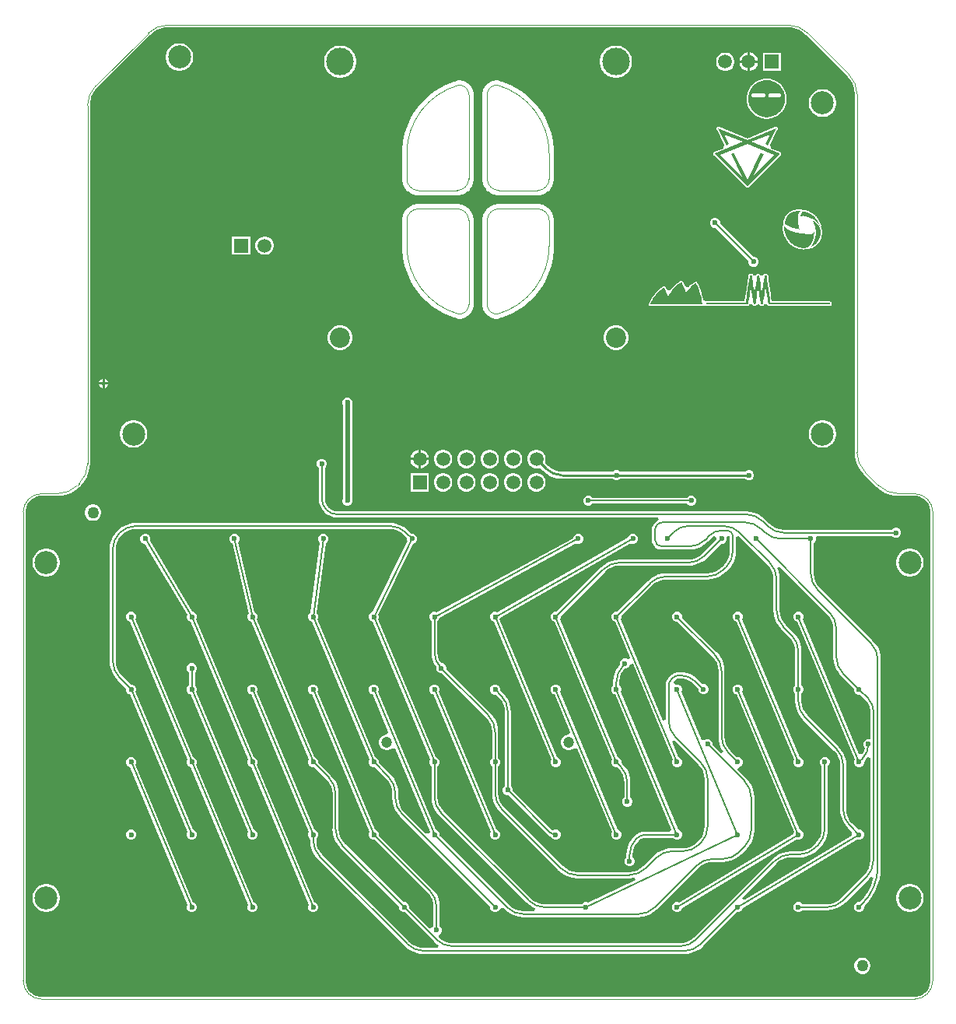
<source format=gbl>
G04*
G04 #@! TF.GenerationSoftware,Altium Limited,Altium Designer,24.6.1 (21)*
G04*
G04 Layer_Physical_Order=2*
G04 Layer_Color=3381759*
%FSLAX25Y25*%
%MOIN*%
G70*
G04*
G04 #@! TF.SameCoordinates,01E0CDA6-314E-44D1-A422-088EE61E0F49*
G04*
G04*
G04 #@! TF.FilePolarity,Positive*
G04*
G01*
G75*
%ADD10C,0.00984*%
%ADD15C,0.00394*%
%ADD16C,0.00591*%
%ADD65C,0.02362*%
%ADD69C,0.01968*%
%ADD73C,0.09843*%
%ADD74C,0.08661*%
%ADD75C,0.11811*%
%ADD76C,0.04724*%
%ADD77C,0.05000*%
%ADD78C,0.05906*%
%ADD79R,0.05906X0.05906*%
%ADD80C,0.01968*%
G36*
X133339Y211595D02*
X134421Y211488D01*
X135488Y211276D01*
X136528Y210961D01*
X137533Y210544D01*
X138492Y210032D01*
X139396Y209428D01*
X140237Y208738D01*
X140621Y208353D01*
X158156Y190818D01*
X158156Y190818D01*
X158541Y190434D01*
X159231Y189593D01*
X159835Y188689D01*
X160348Y187730D01*
X160764Y186725D01*
X161079Y185685D01*
X161292Y184618D01*
X161398Y183536D01*
X161398Y182992D01*
X161398Y29766D01*
Y29606D01*
X161401Y29594D01*
X161398Y29582D01*
X161413Y28989D01*
X161421Y28953D01*
X161417Y28916D01*
X161534Y27737D01*
X161548Y27689D01*
Y27639D01*
X161779Y26477D01*
X161798Y26432D01*
X161803Y26382D01*
X162147Y25248D01*
X162170Y25204D01*
X162180Y25156D01*
X162634Y24061D01*
X162661Y24020D01*
X162676Y23972D01*
X163234Y22927D01*
X163266Y22889D01*
X163285Y22843D01*
X163943Y21858D01*
X163978Y21823D01*
X164001Y21779D01*
X164753Y20863D01*
X164782Y20840D01*
X164802Y20808D01*
X165210Y20379D01*
X165221Y20372D01*
X165228Y20361D01*
X170550Y15039D01*
X170550Y15039D01*
X170952Y14637D01*
X170962Y14630D01*
X170969Y14620D01*
X171398Y14211D01*
X171430Y14191D01*
X171454Y14162D01*
X172370Y13411D01*
X172414Y13387D01*
X172449Y13352D01*
X173434Y12694D01*
X173480Y12675D01*
X173518Y12643D01*
X174563Y12085D01*
X174610Y12071D01*
X174652Y12043D01*
X175746Y11590D01*
X175795Y11580D01*
X175839Y11556D01*
X176973Y11213D01*
X177022Y11208D01*
X177068Y11189D01*
X178230Y10958D01*
X178280D01*
X178327Y10943D01*
X179506Y10827D01*
X179543Y10831D01*
X179580Y10822D01*
X180172Y10808D01*
X180185Y10810D01*
X180197Y10808D01*
X187009D01*
X187009Y10808D01*
X187010Y10808D01*
X187685Y10808D01*
X189012Y10544D01*
X190263Y10026D01*
X191388Y9274D01*
X192345Y8317D01*
X193097Y7192D01*
X193615Y5941D01*
X193879Y4614D01*
Y3937D01*
X193879Y-196850D01*
X193879Y-197527D01*
X193615Y-198855D01*
X193097Y-200105D01*
X192345Y-201231D01*
X191388Y-202188D01*
X190263Y-202940D01*
X189012Y-203458D01*
X187685Y-203722D01*
X187008D01*
X-187009Y-203721D01*
X-187009Y-203721D01*
X-187010Y-203721D01*
X-187685Y-203722D01*
X-189012Y-203458D01*
X-190263Y-202940D01*
X-191388Y-202188D01*
X-192345Y-201231D01*
X-193097Y-200105D01*
X-193615Y-198855D01*
X-193879Y-197527D01*
Y-196850D01*
X-193878Y3938D01*
X-193878Y3938D01*
X-193878Y3939D01*
X-193879Y4614D01*
X-193615Y5941D01*
X-193097Y7192D01*
X-192345Y8317D01*
X-191388Y9274D01*
X-190263Y10026D01*
X-189012Y10544D01*
X-187685Y10808D01*
X-187008D01*
X-180197Y10808D01*
X-180185Y10810D01*
X-180172Y10808D01*
X-179580Y10822D01*
X-179543Y10831D01*
X-179506Y10827D01*
X-178327Y10943D01*
X-178280Y10958D01*
X-178230D01*
X-177068Y11189D01*
X-177022Y11208D01*
X-176973Y11213D01*
X-175839Y11556D01*
X-175795Y11580D01*
X-175746Y11590D01*
X-174652Y12043D01*
X-174610Y12071D01*
X-174563Y12085D01*
X-173518Y12643D01*
X-173480Y12675D01*
X-173434Y12694D01*
X-172449Y13352D01*
X-172414Y13387D01*
X-172370Y13411D01*
X-171454Y14162D01*
X-171430Y14191D01*
X-171399Y14211D01*
X-170969Y14620D01*
X-170962Y14630D01*
X-170952Y14637D01*
X-170550Y15038D01*
X-170550Y15039D01*
X-170149Y15440D01*
X-170142Y15450D01*
X-170132Y15458D01*
X-169723Y15887D01*
X-169703Y15918D01*
X-169674Y15942D01*
X-168923Y16858D01*
X-168899Y16902D01*
X-168864Y16937D01*
X-168206Y17922D01*
X-168187Y17968D01*
X-168155Y18006D01*
X-167597Y19051D01*
X-167582Y19099D01*
X-167555Y19140D01*
X-167101Y20234D01*
X-167092Y20283D01*
X-167068Y20327D01*
X-166724Y21461D01*
X-166719Y21510D01*
X-166700Y21556D01*
X-166469Y22718D01*
Y22768D01*
X-166455Y22816D01*
X-166339Y23994D01*
X-166342Y24032D01*
X-166334Y24068D01*
X-166320Y24660D01*
X-166322Y24673D01*
X-166319Y24685D01*
X-166319Y178071D01*
X-166319Y178615D01*
X-166213Y179697D01*
X-166001Y180763D01*
X-165685Y181804D01*
X-165269Y182808D01*
X-164756Y183768D01*
X-164152Y184672D01*
X-163462Y185512D01*
X-163078Y185897D01*
X-140621Y208353D01*
X-140237Y208738D01*
X-139396Y209428D01*
X-138492Y210032D01*
X-137533Y210544D01*
X-136528Y210961D01*
X-135488Y211276D01*
X-134421Y211488D01*
X-133339Y211595D01*
X-132795Y211595D01*
X132795Y211595D01*
X133339Y211595D01*
D02*
G37*
%LPC*%
G36*
X116505Y200803D02*
X116484D01*
Y197350D01*
X119937D01*
Y197371D01*
X119668Y198376D01*
X119147Y199277D01*
X118411Y200013D01*
X117510Y200534D01*
X116505Y200803D01*
D02*
G37*
G36*
X115484D02*
X115464D01*
X114459Y200534D01*
X113557Y200013D01*
X112821Y199277D01*
X112301Y198376D01*
X112031Y197371D01*
Y197350D01*
X115484D01*
Y200803D01*
D02*
G37*
G36*
X129921Y200787D02*
X122047D01*
Y192913D01*
X129921D01*
Y200787D01*
D02*
G37*
G36*
X106503D02*
X105466D01*
X104465Y200519D01*
X103567Y200001D01*
X102834Y199268D01*
X102315Y198370D01*
X102047Y197369D01*
Y196332D01*
X102315Y195331D01*
X102834Y194433D01*
X103567Y193700D01*
X104465Y193182D01*
X105466Y192913D01*
X106503D01*
X107504Y193182D01*
X108402Y193700D01*
X109135Y194433D01*
X109653Y195331D01*
X109921Y196332D01*
Y197369D01*
X109653Y198370D01*
X109135Y199268D01*
X108402Y200001D01*
X107504Y200519D01*
X106503Y200787D01*
D02*
G37*
G36*
X-127371Y204724D02*
X-128534D01*
X-129675Y204498D01*
X-130750Y204052D01*
X-131717Y203406D01*
X-132540Y202583D01*
X-133186Y201616D01*
X-133631Y200541D01*
X-133858Y199400D01*
Y198237D01*
X-133631Y197096D01*
X-133186Y196022D01*
X-132540Y195054D01*
X-131717Y194232D01*
X-130750Y193586D01*
X-129675Y193140D01*
X-128534Y192913D01*
X-127371D01*
X-126230Y193140D01*
X-125155Y193586D01*
X-124188Y194232D01*
X-123366Y195054D01*
X-122719Y196022D01*
X-122274Y197096D01*
X-122047Y198237D01*
Y199400D01*
X-122274Y200541D01*
X-122719Y201616D01*
X-123366Y202583D01*
X-124188Y203406D01*
X-125155Y204052D01*
X-126230Y204498D01*
X-127371Y204724D01*
D02*
G37*
G36*
X119937Y196350D02*
X116484D01*
Y192898D01*
X116505D01*
X117510Y193167D01*
X118411Y193687D01*
X119147Y194423D01*
X119668Y195325D01*
X119937Y196330D01*
Y196350D01*
D02*
G37*
G36*
X115484D02*
X112031D01*
Y196330D01*
X112301Y195325D01*
X112821Y194423D01*
X113557Y193687D01*
X114459Y193167D01*
X115464Y192898D01*
X115484D01*
Y196350D01*
D02*
G37*
G36*
X59734Y203740D02*
X58376D01*
X57046Y203475D01*
X55792Y202956D01*
X54663Y202202D01*
X53703Y201242D01*
X52950Y200114D01*
X52430Y198860D01*
X52165Y197529D01*
Y196172D01*
X52430Y194841D01*
X52950Y193587D01*
X53703Y192458D01*
X54663Y191499D01*
X55792Y190745D01*
X57046Y190225D01*
X58376Y189961D01*
X59734D01*
X61065Y190225D01*
X62319Y190745D01*
X63447Y191499D01*
X64407Y192458D01*
X65161Y193587D01*
X65680Y194841D01*
X65945Y196172D01*
Y197529D01*
X65680Y198860D01*
X65161Y200114D01*
X64407Y201242D01*
X63447Y202202D01*
X62319Y202956D01*
X61065Y203475D01*
X59734Y203740D01*
D02*
G37*
G36*
X-58376D02*
X-59734D01*
X-61065Y203475D01*
X-62319Y202956D01*
X-63447Y202202D01*
X-64407Y201242D01*
X-65161Y200114D01*
X-65680Y198860D01*
X-65945Y197529D01*
Y196172D01*
X-65680Y194841D01*
X-65161Y193587D01*
X-64407Y192458D01*
X-63447Y191499D01*
X-62319Y190745D01*
X-61065Y190225D01*
X-59734Y189961D01*
X-58376D01*
X-57046Y190225D01*
X-55792Y190745D01*
X-54663Y191499D01*
X-53703Y192458D01*
X-52950Y193587D01*
X-52430Y194841D01*
X-52165Y196172D01*
Y197529D01*
X-52430Y198860D01*
X-52950Y200114D01*
X-53703Y201242D01*
X-54663Y202202D01*
X-55792Y202956D01*
X-57046Y203475D01*
X-58376Y203740D01*
D02*
G37*
G36*
X148219Y185039D02*
X147056D01*
X145915Y184812D01*
X144841Y184367D01*
X143873Y183721D01*
X143051Y182898D01*
X142404Y181931D01*
X141959Y180856D01*
X141732Y179716D01*
Y178552D01*
X141959Y177411D01*
X142404Y176337D01*
X143051Y175369D01*
X143873Y174547D01*
X144841Y173900D01*
X145915Y173455D01*
X147056Y173228D01*
X148219D01*
X149360Y173455D01*
X150435Y173900D01*
X151402Y174547D01*
X152225Y175369D01*
X152871Y176337D01*
X153316Y177411D01*
X153543Y178552D01*
Y179716D01*
X153316Y180856D01*
X152871Y181931D01*
X152225Y182898D01*
X151402Y183721D01*
X150435Y184367D01*
X149360Y184812D01*
X148219Y185039D01*
D02*
G37*
G36*
X124601Y189604D02*
X122809D01*
X122500Y189476D01*
X122041D01*
X121732Y189348D01*
X121529D01*
X121220Y189220D01*
X121145D01*
X120836Y189092D01*
X120761D01*
X120309Y188905D01*
X120298Y188879D01*
X120053Y188777D01*
X120042Y188751D01*
X119797Y188649D01*
X119786Y188623D01*
X119541Y188521D01*
X119530Y188495D01*
X119285Y188393D01*
X119274Y188367D01*
X119029Y188265D01*
X118992Y188175D01*
X118901Y188137D01*
X118890Y188111D01*
X118645Y188009D01*
X118608Y187919D01*
X118517Y187881D01*
X118506Y187855D01*
X118261Y187753D01*
X118224Y187663D01*
X118133Y187625D01*
X118096Y187535D01*
X118006Y187497D01*
X117968Y187407D01*
X117877Y187369D01*
X117840Y187279D01*
X117750Y187241D01*
X117712Y187151D01*
X117622Y187113D01*
X117584Y187023D01*
X117494Y186985D01*
X117456Y186895D01*
X117366Y186857D01*
X117328Y186767D01*
X117238Y186730D01*
X117200Y186639D01*
X117110Y186601D01*
X117072Y186511D01*
X116982Y186474D01*
X116880Y186229D01*
X116854Y186217D01*
X116816Y186127D01*
X116726Y186090D01*
X116624Y185845D01*
X116598Y185834D01*
X116560Y185743D01*
X116470Y185706D01*
X116368Y185461D01*
X116342Y185450D01*
X116240Y185205D01*
X116214Y185194D01*
X116112Y184949D01*
X116086Y184938D01*
X115984Y184693D01*
X115958Y184682D01*
X115856Y184437D01*
X115830Y184426D01*
X115643Y183974D01*
Y183899D01*
X115515Y183590D01*
Y183515D01*
X115387Y183206D01*
Y183003D01*
X115259Y182694D01*
Y182235D01*
X115131Y181926D01*
Y180134D01*
X115259Y179825D01*
Y179367D01*
X115387Y179058D01*
Y178855D01*
X115515Y178546D01*
Y178471D01*
X115643Y178162D01*
Y178087D01*
X115830Y177635D01*
X115856Y177624D01*
X115958Y177379D01*
X115984Y177368D01*
X116086Y177123D01*
X116112Y177112D01*
X116214Y176867D01*
X116240Y176856D01*
X116342Y176611D01*
X116368Y176600D01*
X116470Y176355D01*
X116560Y176318D01*
X116598Y176227D01*
X116624Y176216D01*
X116726Y175971D01*
X116816Y175934D01*
X116854Y175843D01*
X116880Y175832D01*
X116982Y175587D01*
X117072Y175550D01*
X117110Y175459D01*
X117200Y175422D01*
X117238Y175331D01*
X117328Y175294D01*
X117366Y175203D01*
X117456Y175166D01*
X117494Y175075D01*
X117584Y175038D01*
X117622Y174947D01*
X117712Y174910D01*
X117750Y174819D01*
X117840Y174782D01*
X117877Y174691D01*
X117968Y174654D01*
X118006Y174563D01*
X118096Y174526D01*
X118133Y174435D01*
X118224Y174398D01*
X118261Y174307D01*
X118506Y174206D01*
X118517Y174179D01*
X118608Y174142D01*
X118645Y174051D01*
X118890Y173950D01*
X118901Y173923D01*
X118992Y173886D01*
X119029Y173795D01*
X119274Y173694D01*
X119285Y173667D01*
X119530Y173566D01*
X119541Y173539D01*
X119632Y173502D01*
X119669Y173411D01*
X120121Y173224D01*
X120196D01*
X120298Y173182D01*
X120309Y173155D01*
X120761Y172968D01*
X120836D01*
X121145Y172840D01*
X121220D01*
X121529Y172712D01*
X121732D01*
X122041Y172584D01*
X122500D01*
X122809Y172456D01*
X124601D01*
X124909Y172584D01*
X125368D01*
X125677Y172712D01*
X125880D01*
X126189Y172840D01*
X126264D01*
X126573Y172968D01*
X126648D01*
X127100Y173155D01*
X127111Y173182D01*
X127356Y173284D01*
X127367Y173310D01*
X127612Y173411D01*
X127623Y173438D01*
X127868Y173539D01*
X127879Y173566D01*
X128124Y173667D01*
X128135Y173694D01*
X128380Y173795D01*
X128418Y173886D01*
X128508Y173923D01*
X128519Y173950D01*
X128764Y174051D01*
X128801Y174142D01*
X128892Y174179D01*
X128929Y174270D01*
X129020Y174307D01*
X129031Y174334D01*
X129276Y174435D01*
X129313Y174526D01*
X129404Y174563D01*
X129441Y174654D01*
X129532Y174691D01*
X129569Y174782D01*
X129660Y174819D01*
X129697Y174910D01*
X129788Y174947D01*
X129825Y175038D01*
X129916Y175075D01*
X129953Y175166D01*
X130044Y175203D01*
X130081Y175294D01*
X130172Y175331D01*
X130209Y175422D01*
X130300Y175459D01*
X130401Y175704D01*
X130428Y175715D01*
X130465Y175805D01*
X130556Y175843D01*
X130593Y175934D01*
X130684Y175971D01*
X130785Y176216D01*
X130812Y176227D01*
X130849Y176318D01*
X130940Y176355D01*
X131041Y176600D01*
X131068Y176611D01*
X131169Y176856D01*
X131195Y176867D01*
X131297Y177112D01*
X131324Y177123D01*
X131425Y177368D01*
X131451Y177379D01*
X131639Y177831D01*
Y177906D01*
X131681Y178008D01*
X131707Y178019D01*
X131895Y178471D01*
Y178674D01*
X132023Y178983D01*
Y179186D01*
X132151Y179495D01*
Y180081D01*
X132279Y180390D01*
Y181670D01*
X132151Y181979D01*
Y182566D01*
X132023Y182875D01*
Y183078D01*
X131895Y183387D01*
Y183590D01*
X131767Y183899D01*
Y183974D01*
X131579Y184426D01*
X131553Y184437D01*
X131451Y184682D01*
X131425Y184693D01*
X131324Y184938D01*
X131297Y184949D01*
X131195Y185194D01*
X131169Y185205D01*
X131068Y185450D01*
X131041Y185461D01*
X130940Y185706D01*
X130849Y185743D01*
X130812Y185834D01*
X130785Y185845D01*
X130684Y186090D01*
X130593Y186127D01*
X130556Y186217D01*
X130465Y186255D01*
X130428Y186346D01*
X130401Y186356D01*
X130300Y186601D01*
X130209Y186639D01*
X130172Y186730D01*
X130081Y186767D01*
X130044Y186857D01*
X129953Y186895D01*
X129916Y186985D01*
X129825Y187023D01*
X129788Y187113D01*
X129697Y187151D01*
X129660Y187241D01*
X129569Y187279D01*
X129532Y187369D01*
X129441Y187407D01*
X129404Y187497D01*
X129313Y187535D01*
X129276Y187625D01*
X129031Y187727D01*
X129020Y187753D01*
X128929Y187791D01*
X128892Y187881D01*
X128801Y187919D01*
X128764Y188009D01*
X128519Y188111D01*
X128508Y188137D01*
X128418Y188175D01*
X128380Y188265D01*
X128135Y188367D01*
X128124Y188393D01*
X127879Y188495D01*
X127868Y188521D01*
X127623Y188623D01*
X127612Y188649D01*
X127367Y188751D01*
X127356Y188777D01*
X127111Y188879D01*
X127100Y188905D01*
X126648Y189092D01*
X126573D01*
X126264Y189220D01*
X126189D01*
X125880Y189348D01*
X125677D01*
X125368Y189476D01*
X124909D01*
X124601Y189604D01*
D02*
G37*
G36*
X127814Y169061D02*
X127685Y169013D01*
X127548Y169013D01*
X127548Y169013D01*
X127283Y168904D01*
X127283D01*
X127156Y168851D01*
X115341Y163977D01*
X103527Y168851D01*
X103400Y168904D01*
X103400D01*
X103135Y169013D01*
X103135Y169013D01*
X102998Y169013D01*
X102869Y169061D01*
X102869Y169061D01*
X102763Y169013D01*
X102646Y169013D01*
X102645Y169012D01*
X102549Y168915D01*
X102424Y168858D01*
X102424Y168858D01*
X102314Y168740D01*
X102314Y168740D01*
X102265Y168611D01*
X102176Y168508D01*
X102175Y168508D01*
X102183Y168391D01*
X102142Y168282D01*
X102142Y168282D01*
X102199Y168157D01*
X102209Y168020D01*
X102209Y168020D01*
X102336Y167763D01*
Y167763D01*
X102397Y167640D01*
X105582Y161232D01*
X105268Y159954D01*
X105140Y159773D01*
X101483Y158266D01*
X101224Y158159D01*
X101224Y158159D01*
X101178Y158113D01*
X101177Y158113D01*
X101113Y158100D01*
X101112Y158100D01*
X101009Y157946D01*
X100877Y157814D01*
X100877Y157813D01*
X100877Y157748D01*
X100840Y157694D01*
X100840Y157694D01*
X100809Y157535D01*
X100809Y157535D01*
X100822Y157471D01*
X100797Y157411D01*
X100796Y157410D01*
X100868Y157238D01*
X100904Y157055D01*
X100904Y157055D01*
X100958Y157019D01*
X100959Y157018D01*
X100984Y156958D01*
X100984Y156958D01*
X101182Y156760D01*
X114716Y143225D01*
X114912Y143029D01*
X114912D01*
X115364Y142842D01*
X115816Y143029D01*
X115816D01*
X116012Y143225D01*
X129546Y156760D01*
X129745Y156958D01*
X129745Y156958D01*
X129770Y157018D01*
X129770Y157019D01*
X129825Y157055D01*
X129825Y157055D01*
X129861Y157238D01*
X129932Y157410D01*
X129932Y157411D01*
X129907Y157471D01*
X129920Y157535D01*
X129920Y157535D01*
X129888Y157694D01*
X129888Y157694D01*
X129851Y157748D01*
X129851Y157813D01*
X129851Y157814D01*
X129719Y157946D01*
X129616Y158100D01*
X129616Y158100D01*
X129551Y158113D01*
X129551Y158113D01*
X129505Y158159D01*
X129505Y158159D01*
X129245Y158266D01*
X125558Y159785D01*
X125431Y159958D01*
X125109Y161248D01*
X128285Y167640D01*
X128347Y167763D01*
Y167763D01*
X128474Y168020D01*
X128474Y168020D01*
X128483Y168157D01*
X128541Y168282D01*
X128541Y168282D01*
X128500Y168391D01*
X128508Y168508D01*
X128507Y168508D01*
X128417Y168611D01*
X128369Y168740D01*
X128369Y168740D01*
X128259Y168858D01*
X128259Y168858D01*
X128134Y168915D01*
X128037Y169012D01*
X128037Y169013D01*
X127920Y169013D01*
X127814Y169061D01*
X127814Y169061D01*
D02*
G37*
G36*
X8152Y188926D02*
X7737D01*
X7543Y188888D01*
X7345D01*
X6531Y188726D01*
X6348Y188650D01*
X6154Y188612D01*
X5387Y188294D01*
X5223Y188184D01*
X5040Y188109D01*
X4350Y187647D01*
X4210Y187507D01*
X4046Y187398D01*
X3459Y186811D01*
X3349Y186646D01*
X3209Y186506D01*
X2748Y185816D01*
X2672Y185634D01*
X2562Y185469D01*
X2245Y184702D01*
X2206Y184508D01*
X2131Y184326D01*
X1969Y183511D01*
Y183314D01*
X1930Y183120D01*
Y182705D01*
X1930Y146733D01*
Y146240D01*
X1969Y146046D01*
Y145849D01*
X2161Y144883D01*
X2236Y144700D01*
X2275Y144506D01*
X2652Y143596D01*
X2762Y143432D01*
X2837Y143249D01*
X3384Y142430D01*
X3524Y142291D01*
X3634Y142126D01*
X4330Y141430D01*
X4495Y141320D01*
X4635Y141180D01*
X5454Y140633D01*
X5636Y140557D01*
X5801Y140447D01*
X6711Y140071D01*
X6904Y140032D01*
X7087Y139956D01*
X8053Y139764D01*
X8251D01*
X8444Y139726D01*
X26004D01*
X26198Y139764D01*
X26396D01*
X27362Y139956D01*
X27545Y140032D01*
X27738Y140071D01*
X28648Y140447D01*
X28813Y140557D01*
X28995Y140633D01*
X29814Y141180D01*
X29954Y141320D01*
X30118Y141430D01*
X30815Y142126D01*
X30925Y142291D01*
X31064Y142430D01*
X31612Y143249D01*
X31687Y143432D01*
X31797Y143596D01*
X32174Y144506D01*
X32212Y144700D01*
X32288Y144883D01*
X32480Y145849D01*
Y146046D01*
X32519Y146240D01*
Y157481D01*
Y159136D01*
X32497Y159244D01*
X32507Y159353D01*
X32149Y162644D01*
X32116Y162749D01*
X32114Y162859D01*
X31402Y166092D01*
X31358Y166192D01*
X31344Y166301D01*
X30286Y169438D01*
X30231Y169533D01*
X30206Y169640D01*
X28815Y172644D01*
X28750Y172733D01*
X28713Y172836D01*
X27005Y175672D01*
X26932Y175753D01*
X26883Y175852D01*
X24879Y178487D01*
X24797Y178559D01*
X24738Y178652D01*
X22461Y181055D01*
X22371Y181118D01*
X22303Y181204D01*
X19779Y183346D01*
X19683Y183399D01*
X19606Y183477D01*
X16865Y185334D01*
X16764Y185377D01*
X16679Y185446D01*
X13753Y186995D01*
X13648Y187026D01*
X13555Y187086D01*
X10479Y188309D01*
X10371Y188329D01*
X10273Y188379D01*
X8972Y188739D01*
X8920Y188774D01*
X8798Y188798D01*
X8687Y188854D01*
X8417Y188874D01*
X8152Y188926D01*
D02*
G37*
G36*
X-7737Y188926D02*
X-8152D01*
X-8417Y188873D01*
X-8687Y188853D01*
X-8798Y188797D01*
X-8920Y188773D01*
X-8972Y188739D01*
X-10273Y188378D01*
X-10371Y188329D01*
X-10479Y188309D01*
X-13555Y187085D01*
X-13648Y187026D01*
X-13753Y186994D01*
X-16679Y185445D01*
X-16764Y185376D01*
X-16865Y185333D01*
X-19606Y183477D01*
X-19683Y183399D01*
X-19779Y183346D01*
X-22303Y181204D01*
X-22371Y181118D01*
X-22461Y181054D01*
X-24738Y178652D01*
X-24797Y178559D01*
X-24879Y178486D01*
X-26883Y175852D01*
X-26932Y175753D01*
X-27005Y175672D01*
X-28713Y172836D01*
X-28750Y172732D01*
X-28815Y172643D01*
X-30206Y169639D01*
X-30231Y169533D01*
X-30286Y169437D01*
X-31344Y166300D01*
X-31358Y166192D01*
X-31402Y166091D01*
X-32114Y162858D01*
X-32116Y162748D01*
X-32149Y162644D01*
X-32507Y159353D01*
X-32497Y159243D01*
X-32519Y159135D01*
Y157480D01*
Y146240D01*
X-32480Y146046D01*
Y145848D01*
X-32288Y144882D01*
X-32212Y144700D01*
X-32174Y144506D01*
X-31797Y143596D01*
X-31687Y143431D01*
X-31612Y143249D01*
X-31064Y142430D01*
X-30925Y142290D01*
X-30815Y142126D01*
X-30118Y141429D01*
X-29954Y141320D01*
X-29814Y141180D01*
X-28995Y140632D01*
X-28813Y140557D01*
X-28648Y140447D01*
X-27738Y140070D01*
X-27545Y140032D01*
X-27362Y139956D01*
X-26396Y139764D01*
X-26198D01*
X-26004Y139725D01*
X-8444D01*
X-8251Y139764D01*
X-8053D01*
X-7087Y139956D01*
X-6904Y140032D01*
X-6711Y140070D01*
X-5801Y140447D01*
X-5636Y140557D01*
X-5454Y140632D01*
X-4635Y141180D01*
X-4495Y141320D01*
X-4330Y141429D01*
X-3634Y142126D01*
X-3524Y142290D01*
X-3384Y142430D01*
X-2837Y143249D01*
X-2762Y143431D01*
X-2652Y143596D01*
X-2275Y144506D01*
X-2236Y144700D01*
X-2161Y144882D01*
X-1969Y145848D01*
Y146046D01*
X-1930Y146240D01*
Y146732D01*
X-1930Y182704D01*
Y183119D01*
X-1969Y183313D01*
Y183511D01*
X-2131Y184325D01*
X-2206Y184508D01*
X-2245Y184702D01*
X-2562Y185469D01*
X-2672Y185633D01*
X-2748Y185816D01*
X-3209Y186506D01*
X-3349Y186646D01*
X-3459Y186810D01*
X-4046Y187397D01*
X-4210Y187507D01*
X-4350Y187647D01*
X-5040Y188108D01*
X-5223Y188184D01*
X-5387Y188294D01*
X-6154Y188611D01*
X-6348Y188650D01*
X-6531Y188725D01*
X-7345Y188887D01*
X-7543D01*
X-7737Y188926D01*
D02*
G37*
G36*
X136989Y133600D02*
X136823Y133534D01*
X136783Y133534D01*
X136749Y133520D01*
X136715Y133534D01*
X136646Y133535D01*
X136480Y133468D01*
X136166Y133471D01*
X136132Y133457D01*
X136098Y133471D01*
X136030Y133472D01*
X136030Y133472D01*
X136030Y133472D01*
X135863Y133405D01*
X135823Y133405D01*
X135657Y133338D01*
X135617Y133339D01*
X135617Y133338D01*
X135617Y133339D01*
X135579Y133326D01*
X135549Y133339D01*
X135549Y133339D01*
X135480Y133340D01*
X135480Y133340D01*
X135480Y133340D01*
X135114Y133206D01*
X135069Y133206D01*
X135068Y133206D01*
X135068Y133206D01*
X135068D01*
X134983Y133172D01*
X134615Y133023D01*
X134615Y133023D01*
X134615Y133023D01*
X134613Y133019D01*
X134134Y132822D01*
Y132822D01*
X134133Y132822D01*
X134122Y132794D01*
X133858Y132687D01*
X133858Y132687D01*
X133858Y132687D01*
X133838Y132639D01*
X133789Y132620D01*
X133789Y132620D01*
X133789Y132620D01*
X133777Y132591D01*
X133680Y132552D01*
X133514Y132485D01*
X133514Y132485D01*
X133514Y132485D01*
X133502Y132457D01*
X133239Y132350D01*
X133239Y132350D01*
X133239Y132350D01*
X133219Y132302D01*
X133170Y132282D01*
X133170Y132282D01*
X133170Y132282D01*
X133149Y132234D01*
X133101Y132215D01*
X133101Y132214D01*
X133101Y132214D01*
X133080Y132166D01*
X133032Y132147D01*
X133032Y132147D01*
X133032Y132147D01*
X133011Y132098D01*
X132963Y132079D01*
X132963Y132079D01*
X132963Y132079D01*
X132942Y132030D01*
X132894Y132011D01*
X132894Y132011D01*
X132894Y132011D01*
X132873Y131963D01*
X132825Y131943D01*
X132825Y131943D01*
X132824Y131943D01*
X132804Y131895D01*
X132756Y131875D01*
X132756Y131875D01*
X132755Y131875D01*
X132735Y131827D01*
X132686Y131807D01*
X132686Y131807D01*
X132686Y131807D01*
X132666Y131759D01*
X132617Y131739D01*
X132617Y131739D01*
X132617Y131739D01*
X132597Y131691D01*
X132548Y131672D01*
X132548Y131671D01*
X132548Y131671D01*
X132528Y131623D01*
X132479Y131604D01*
X132459Y131555D01*
X132410Y131536D01*
X132410Y131536D01*
X132410Y131535D01*
X132390Y131487D01*
X132341Y131468D01*
X132321Y131420D01*
X132272Y131400D01*
X132272Y131400D01*
X132272Y131400D01*
X132252Y131352D01*
X132203Y131332D01*
X132203Y131332D01*
X132203Y131332D01*
X132183Y131284D01*
X132134Y131264D01*
X132134Y131264D01*
X132134Y131264D01*
X132078Y131134D01*
X132064Y131128D01*
X132064Y131128D01*
X132064Y131128D01*
X132009Y130997D01*
X131994Y130991D01*
X131974Y130943D01*
X131926Y130924D01*
X131926Y130924D01*
X131925Y130924D01*
X131905Y130875D01*
X131856Y130856D01*
X131856Y130856D01*
X131856Y130856D01*
X131801Y130725D01*
X131787Y130719D01*
X131787Y130719D01*
X131786Y130719D01*
X131786Y130717D01*
X131718Y130583D01*
X131717Y130583D01*
X131717Y130583D01*
X131717Y130583D01*
X131692Y130533D01*
X131648Y130515D01*
X131648Y130515D01*
X131648Y130515D01*
X131625Y130466D01*
X131579Y130447D01*
X131579Y130447D01*
X131579Y130447D01*
X131579Y130447D01*
X131483Y130220D01*
X131388Y129997D01*
X131387Y129967D01*
X131319Y129797D01*
X131317Y129792D01*
Y129792D01*
X131317Y129792D01*
X131299Y129765D01*
X131207Y129548D01*
X131108Y129314D01*
X131108Y129314D01*
X131108Y129314D01*
X131107Y129274D01*
X131037Y129110D01*
X131038Y129110D01*
X131037Y129110D01*
X131037Y129069D01*
X130967Y128905D01*
X130967Y128905D01*
X130967Y128905D01*
X130967Y128865D01*
X130897Y128700D01*
X130897Y128660D01*
X130827Y128495D01*
X130827Y128495D01*
X130827Y128495D01*
X130826Y128427D01*
X130826Y128427D01*
X130826Y128426D01*
X130840Y128392D01*
X130825Y128358D01*
Y128358D01*
X130825Y128358D01*
X130825Y128358D01*
X130825Y128290D01*
X130825Y128290D01*
X130825Y128290D01*
X130825Y128290D01*
X130824Y128221D01*
X130824Y128221D01*
X130824Y128221D01*
X130824Y128152D01*
X130833Y128107D01*
X130823Y128084D01*
X130823Y128084D01*
Y128084D01*
X130823Y128084D01*
X130823Y128084D01*
X130823Y128016D01*
X130823Y128015D01*
X130728Y126910D01*
X130726Y126893D01*
X130626Y126659D01*
X130535Y126443D01*
Y126443D01*
X130535Y126443D01*
X130535Y126443D01*
X130534Y126375D01*
X130534Y126375D01*
X130534Y126374D01*
X130534Y126374D01*
X130534Y126306D01*
X130534Y126306D01*
X130534Y126306D01*
X130532Y126169D01*
X130532Y126169D01*
X130532Y126169D01*
X130532Y126101D01*
X130532Y126101D01*
X130532Y126101D01*
X130531Y126032D01*
X130531Y126032D01*
X130531Y126032D01*
X130531Y125964D01*
X130531Y125964D01*
X130539Y125942D01*
X130530Y125896D01*
X130530Y125895D01*
Y125895D01*
X130530Y125895D01*
X130530Y125895D01*
X130529Y125827D01*
X130543Y125793D01*
X130529Y125758D01*
X130529Y125758D01*
X130529Y125758D01*
X130528Y125690D01*
X130542Y125655D01*
X130528Y125621D01*
X130527Y125553D01*
X130541Y125518D01*
X130526Y125484D01*
X130526Y125416D01*
X130593Y125250D01*
X130592Y125141D01*
X130592Y125141D01*
X130591Y125073D01*
X130605Y125039D01*
X130591Y125005D01*
Y125004D01*
X130591Y125004D01*
X130591Y125004D01*
X130590Y124936D01*
X130590Y124936D01*
X130590Y124936D01*
X130657Y124770D01*
X130657Y124730D01*
X130657Y124730D01*
X130657Y124730D01*
X130671Y124696D01*
X130656Y124661D01*
X130656Y124593D01*
X130669Y124558D01*
X130655Y124525D01*
Y124524D01*
X130655Y124524D01*
X130655Y124524D01*
X130654Y124456D01*
X130655Y124456D01*
X130654Y124456D01*
X130721Y124290D01*
X130721Y124250D01*
X130721Y124250D01*
X130721Y124250D01*
X130788Y124084D01*
X130788Y124044D01*
X130802Y124010D01*
X130787Y123976D01*
X130787Y123976D01*
X130787Y123975D01*
X130787Y123907D01*
X130854Y123741D01*
X130853Y123701D01*
X130853Y123701D01*
X130853Y123701D01*
X130920Y123535D01*
X130920Y123495D01*
X130934Y123460D01*
X130919Y123426D01*
X130919Y123426D01*
X130919Y123426D01*
X130919Y123426D01*
X130919Y123358D01*
X130919Y123358D01*
X130919Y123358D01*
X131053Y122992D01*
X131052Y122946D01*
X131052Y122946D01*
X131052Y122946D01*
X131236Y122492D01*
X131236D01*
X131253Y122464D01*
X131321Y122299D01*
X131320Y122258D01*
X131413Y122028D01*
X131503Y121805D01*
X131503Y121805D01*
X131503Y121805D01*
X131532Y121793D01*
X131542Y121767D01*
X131638Y121530D01*
X131638Y121530D01*
X131638Y121530D01*
X131666Y121518D01*
X131680Y121483D01*
X131772Y121255D01*
X131772Y121255D01*
X131772Y121255D01*
X131801Y121243D01*
X131907Y120980D01*
X131955Y120959D01*
X131975Y120911D01*
X131975Y120911D01*
X131975Y120911D01*
X132023Y120890D01*
X132043Y120842D01*
X132043Y120842D01*
X132043Y120841D01*
X132057Y120835D01*
X132110Y120704D01*
X132110Y120704D01*
X132110Y120704D01*
X132124Y120698D01*
X132177Y120566D01*
X132177Y120566D01*
X132177Y120566D01*
X132226Y120546D01*
X132245Y120497D01*
X132273Y120485D01*
X132380Y120222D01*
X132380Y120222D01*
X132380Y120222D01*
X132428Y120202D01*
X132448Y120153D01*
X132448Y120153D01*
X132448Y120153D01*
X132496Y120133D01*
X132516Y120084D01*
X132516Y120084D01*
X132516Y120084D01*
X132564Y120064D01*
X132583Y120015D01*
X132584Y120015D01*
X132584Y120015D01*
X132632Y119994D01*
X132651Y119946D01*
X132651Y119946D01*
X132651Y119946D01*
X132700Y119925D01*
X132719Y119877D01*
X132719Y119877D01*
X132719Y119877D01*
X132733Y119871D01*
X132787Y119739D01*
X132787Y119739D01*
X132787Y119739D01*
X132801Y119733D01*
X132854Y119602D01*
X132902Y119581D01*
X132922Y119533D01*
X132922Y119533D01*
X132922Y119533D01*
X132970Y119512D01*
X132989Y119464D01*
X132990Y119464D01*
X132990Y119464D01*
X133038Y119443D01*
X133057Y119395D01*
X133057Y119395D01*
X133057Y119395D01*
X133106Y119374D01*
X133125Y119325D01*
X133125Y119325D01*
X133125Y119325D01*
X133174Y119305D01*
X133193Y119256D01*
X133241Y119236D01*
X133261Y119187D01*
X133261Y119187D01*
X133261Y119187D01*
X133309Y119167D01*
X133329Y119118D01*
X133329Y119118D01*
X133329Y119118D01*
X133377Y119098D01*
X133397Y119049D01*
X133397Y119049D01*
X133397Y119049D01*
X133445Y119029D01*
X133465Y118980D01*
X133465Y118980D01*
X133465Y118980D01*
X133513Y118959D01*
X133533Y118911D01*
X133533Y118911D01*
X133533Y118911D01*
X133581Y118890D01*
X133600Y118842D01*
X133649Y118822D01*
X133668Y118773D01*
X133668Y118773D01*
X133668Y118773D01*
X133717Y118752D01*
X133736Y118704D01*
X133736Y118704D01*
X133736Y118704D01*
X133784Y118683D01*
X133804Y118635D01*
X133804Y118635D01*
X133804Y118635D01*
X133901Y118594D01*
X133940Y118497D01*
X133940Y118497D01*
X133940Y118497D01*
X134175Y118397D01*
X134201Y118386D01*
X134213Y118357D01*
X134261Y118337D01*
X134280Y118288D01*
X134281Y118288D01*
X134281Y118288D01*
X134329Y118268D01*
X134348Y118219D01*
X134348Y118219D01*
X134349Y118219D01*
X134397Y118199D01*
X134416Y118150D01*
X134416Y118150D01*
X134416Y118150D01*
X134547Y118095D01*
X134553Y118080D01*
X134553Y118080D01*
X134553Y118080D01*
X134683Y118025D01*
X134689Y118010D01*
X134737Y117990D01*
X134757Y117941D01*
X134757Y117941D01*
X134757Y117941D01*
X134805Y117921D01*
X134825Y117872D01*
X134825Y117872D01*
X134825Y117872D01*
X134873Y117852D01*
X134893Y117803D01*
X134893Y117803D01*
X134893Y117803D01*
X135122Y117706D01*
X135154Y117692D01*
X135165Y117664D01*
X135165Y117664D01*
X135166Y117664D01*
X135427Y117553D01*
X135438Y117525D01*
X135438Y117525D01*
X135438Y117525D01*
X135699Y117414D01*
X135711Y117385D01*
X135711Y117385D01*
X135711Y117385D01*
X135972Y117274D01*
X135984Y117246D01*
X135984Y117246D01*
X135984Y117246D01*
X136238Y117138D01*
X136434Y117055D01*
X136474Y117054D01*
X136639Y116984D01*
X136679Y116984D01*
X136844Y116914D01*
X136844Y116914D01*
X136844Y116914D01*
X136884Y116914D01*
X137048Y116844D01*
X137089Y116844D01*
X137253Y116774D01*
X137293Y116773D01*
X137458Y116703D01*
X137458Y116703D01*
X137458Y116703D01*
X137498Y116703D01*
X137663Y116633D01*
X137663D01*
X137663Y116633D01*
X137663Y116633D01*
X137731Y116633D01*
X137731Y116633D01*
X137731Y116633D01*
X137766Y116647D01*
X137800Y116632D01*
X137840Y116632D01*
X138005Y116562D01*
X138005Y116562D01*
X138005Y116562D01*
X138073Y116561D01*
X138108Y116575D01*
X138142Y116560D01*
X138142Y116560D01*
X138142Y116560D01*
X138182Y116560D01*
X138346Y116490D01*
X138346Y116490D01*
X138346Y116490D01*
X138415Y116490D01*
X138449Y116504D01*
X138483Y116489D01*
X138483Y116489D01*
X138484Y116489D01*
X139208Y116483D01*
X139373Y116413D01*
X139373Y116413D01*
X139373Y116413D01*
X139442Y116412D01*
X139476Y116426D01*
X139510Y116412D01*
X139579Y116411D01*
X139613Y116425D01*
X139647Y116410D01*
X139647D01*
X139647Y116410D01*
X139647Y116410D01*
X139715Y116410D01*
X139716Y116410D01*
X139716Y116410D01*
X139882Y116477D01*
X140332Y116473D01*
X140367Y116487D01*
X140401Y116472D01*
X140401Y116472D01*
X140401D01*
X140401Y116472D01*
X140401Y116472D01*
X140469Y116472D01*
X140469Y116472D01*
X140469Y116472D01*
X140893Y116605D01*
X141018Y116604D01*
X141018Y116604D01*
X141019Y116604D01*
X141253Y116699D01*
X141472Y116787D01*
X141472Y116787D01*
X142393Y116855D01*
X142527Y116865D01*
X142527Y116865D01*
X142527Y116865D01*
X142664Y116864D01*
X142664Y116863D01*
X143118Y117047D01*
X143118Y117047D01*
X143118Y117047D01*
X143125Y117065D01*
X143146Y117065D01*
X143168Y117074D01*
X143371Y117156D01*
X143599Y117248D01*
X143599Y117248D01*
X143599Y117248D01*
X143620Y117296D01*
X143668Y117316D01*
X143674Y117330D01*
X143806Y117383D01*
X143806Y117383D01*
X143806Y117383D01*
X143812Y117397D01*
X143943Y117450D01*
X143943Y117450D01*
X143943Y117450D01*
X143955Y117479D01*
X144005Y117499D01*
X144218Y117585D01*
X144218Y117585D01*
X144218Y117585D01*
X144239Y117633D01*
X144288Y117653D01*
X144308Y117701D01*
X144357Y117721D01*
X144357Y117721D01*
X144357Y117721D01*
X144369Y117749D01*
X144425Y117772D01*
X144632Y117855D01*
X144632Y117855D01*
X144632Y117855D01*
X144673Y117952D01*
X144770Y117991D01*
X144770Y117991D01*
X144770Y117991D01*
X144790Y118039D01*
X144839Y118059D01*
X144839Y118059D01*
X144839Y118059D01*
X144859Y118107D01*
X144908Y118127D01*
X144908Y118127D01*
X144908Y118127D01*
X144928Y118175D01*
X144977Y118195D01*
X144977Y118195D01*
X144977Y118195D01*
X144998Y118243D01*
X145046Y118263D01*
X145046Y118263D01*
X145046Y118263D01*
X145067Y118311D01*
X145115Y118331D01*
X145115Y118331D01*
X145115Y118331D01*
X145136Y118379D01*
X145184Y118398D01*
X145205Y118447D01*
X145253Y118466D01*
X145253Y118466D01*
X145253Y118466D01*
X145274Y118515D01*
X145323Y118534D01*
X145323Y118534D01*
X145323Y118535D01*
X145343Y118582D01*
X145391Y118602D01*
X145392Y118602D01*
X145392Y118602D01*
X145412Y118650D01*
X145461Y118670D01*
X145461Y118670D01*
X145461Y118670D01*
X145481Y118718D01*
X145530Y118738D01*
X145530Y118738D01*
X145530Y118738D01*
X145550Y118786D01*
X145599Y118806D01*
X145599Y118806D01*
X145599Y118806D01*
X145640Y118902D01*
X145737Y118941D01*
X145737Y118941D01*
X145737Y118941D01*
X145824Y119147D01*
X145848Y119203D01*
X145876Y119214D01*
X145876Y119214D01*
X145876Y119214D01*
X145897Y119262D01*
X145945Y119282D01*
X145945Y119282D01*
X145945Y119282D01*
X145966Y119330D01*
X146014Y119350D01*
X146014Y119350D01*
X146014Y119350D01*
X146070Y119480D01*
X146084Y119486D01*
X146084Y119486D01*
X146084Y119486D01*
X146140Y119617D01*
X146154Y119623D01*
X146154Y119623D01*
X146154Y119623D01*
X146174Y119671D01*
X146223Y119690D01*
X146223Y119691D01*
X146223Y119691D01*
X146243Y119739D01*
X146292Y119759D01*
X146403Y120019D01*
X146431Y120031D01*
X146431Y120031D01*
X146431Y120031D01*
X146557Y120298D01*
X146570Y120304D01*
X146571Y120304D01*
X146571Y120304D01*
X146692Y120569D01*
X146710Y120577D01*
X146710Y120577D01*
X146710Y120577D01*
X146901Y121027D01*
X146901Y121027D01*
X146901Y121027D01*
X146902Y121095D01*
X146902Y121095D01*
X146899Y121101D01*
X147042Y121437D01*
X147042Y121505D01*
X147042Y121505D01*
X147040Y121511D01*
X147089Y121627D01*
X147182Y121846D01*
X147183Y121915D01*
X147169Y121949D01*
X147183Y121983D01*
X147183Y121983D01*
X147183Y121983D01*
X147184Y122023D01*
X147254Y122188D01*
Y122188D01*
X147254Y122188D01*
X147254Y122188D01*
X147254Y122228D01*
X147324Y122393D01*
X147325Y122461D01*
X147311Y122496D01*
X147325Y122530D01*
X147326Y122598D01*
X147326Y122599D01*
X147326Y122667D01*
X147326Y122667D01*
X147326Y122667D01*
X147327Y122707D01*
X147397Y122872D01*
Y122872D01*
X147397Y122872D01*
X147397Y122872D01*
X147397Y122940D01*
X147397Y122940D01*
X147397Y122940D01*
X147398Y123009D01*
X147398Y123009D01*
X147398Y123049D01*
X147468Y123214D01*
X147469Y123282D01*
X147455Y123316D01*
X147469Y123350D01*
X147469Y123351D01*
X147469Y123351D01*
X147470Y123419D01*
X147456Y123453D01*
X147470Y123487D01*
Y123488D01*
X147470Y123488D01*
X147470Y123488D01*
X147471Y123556D01*
X147471Y123556D01*
X147471Y123556D01*
X147457Y123590D01*
X147472Y123624D01*
X147472Y123624D01*
X147472Y123625D01*
X147472Y123693D01*
X147474Y123830D01*
X147460Y123864D01*
X147474Y123898D01*
X147474Y123898D01*
X147474Y123898D01*
X147475Y124035D01*
X147475Y124035D01*
X147476Y124104D01*
X147476Y124104D01*
X147476Y124104D01*
X147462Y124138D01*
X147476Y124172D01*
X147477Y124241D01*
X147463Y124275D01*
X147478Y124309D01*
Y124309D01*
X147478Y124309D01*
X147478Y124309D01*
X147478Y124378D01*
X147478Y124378D01*
X147478Y124378D01*
X147411Y124543D01*
X147412Y124583D01*
X147412Y124584D01*
X147412Y124584D01*
X147413Y124721D01*
X147399Y124755D01*
X147413Y124789D01*
X147414Y124858D01*
X147347Y125023D01*
X147347Y125064D01*
X147280Y125230D01*
X147281Y125270D01*
X147281Y125270D01*
X147281Y125270D01*
X147214Y125457D01*
X147214Y125476D01*
X147214Y125476D01*
X147214Y125476D01*
X147147Y125659D01*
X147147Y125682D01*
X147080Y125848D01*
X147081Y125887D01*
X147081Y125887D01*
X147081Y125887D01*
Y125888D01*
X147004Y126077D01*
X146898Y126341D01*
X147020Y126779D01*
X147020Y126779D01*
X147020Y126779D01*
X147020Y126779D01*
X147020Y126779D01*
X147021Y126916D01*
X146954Y127082D01*
X146954Y127122D01*
X146845Y127391D01*
X146771Y127575D01*
X146771Y127575D01*
X146771Y127575D01*
X146771Y127575D01*
X146743Y127587D01*
X146637Y127850D01*
X146637Y127850D01*
X146636Y127850D01*
X146636Y127850D01*
X146608Y127862D01*
X146502Y128125D01*
X146474Y128137D01*
X146367Y128401D01*
X146367Y128401D01*
X146367Y128401D01*
X146339Y128413D01*
X146321Y128456D01*
X146233Y128676D01*
X146233Y128676D01*
X146233Y128676D01*
X146185Y128696D01*
X146165Y128744D01*
X146165Y128744D01*
X146165Y128745D01*
X146137Y128757D01*
X146030Y129020D01*
X146030Y129020D01*
X146030Y129020D01*
X145982Y129040D01*
X145963Y129089D01*
X145963Y129089D01*
X145963Y129089D01*
X145948Y129095D01*
X145895Y129226D01*
X145895Y129226D01*
X145895Y129227D01*
X145881Y129233D01*
X145828Y129364D01*
X145828Y129364D01*
X145828Y129364D01*
X145780Y129384D01*
X145760Y129433D01*
X145760Y129433D01*
X145760Y129433D01*
X145712Y129454D01*
X145692Y129502D01*
X145692Y129502D01*
X145692Y129502D01*
X145644Y129523D01*
X145624Y129571D01*
X145596Y129583D01*
X145490Y129847D01*
X145441Y129867D01*
X145422Y129915D01*
X145422Y129915D01*
X145422Y129915D01*
X145374Y129936D01*
X145354Y129984D01*
X145354Y129984D01*
X145354Y129984D01*
X145306Y130005D01*
X145286Y130054D01*
X145238Y130074D01*
X145218Y130123D01*
X145170Y130143D01*
X145150Y130192D01*
X145150Y130192D01*
X145150Y130192D01*
X145136Y130198D01*
X145083Y130329D01*
X145069Y130335D01*
X145016Y130467D01*
X145016Y130467D01*
X145016Y130467D01*
X144919Y130508D01*
X144880Y130605D01*
X144880Y130605D01*
X144880Y130605D01*
X144783Y130646D01*
X144744Y130743D01*
X144744Y130743D01*
X144744Y130743D01*
X144648Y130784D01*
X144608Y130881D01*
X144608Y130881D01*
X144608Y130881D01*
X144512Y130922D01*
X144473Y131019D01*
X144473Y131019D01*
X144472Y131020D01*
X144376Y131061D01*
X144337Y131158D01*
X144337Y131158D01*
X144337Y131158D01*
X144158Y131233D01*
X144133Y131296D01*
X144133Y131296D01*
X144132Y131297D01*
X144002Y131352D01*
X143996Y131366D01*
X143996Y131366D01*
X143996Y131366D01*
X143948Y131387D01*
X143929Y131435D01*
X143928Y131435D01*
X143928Y131435D01*
X143880Y131456D01*
X143860Y131504D01*
X143860Y131504D01*
X143860Y131504D01*
X143812Y131525D01*
X143793Y131573D01*
X143745Y131594D01*
X143725Y131642D01*
X143725Y131642D01*
X143725Y131642D01*
X143676Y131663D01*
X143657Y131711D01*
X143657Y131711D01*
X143657Y131712D01*
X143441Y131803D01*
X143396Y131822D01*
X143384Y131851D01*
X143384Y131851D01*
X143384Y131851D01*
X143336Y131871D01*
X143316Y131920D01*
X143268Y131940D01*
X143248Y131989D01*
X143248Y131989D01*
X143248Y131989D01*
X143027Y132083D01*
X142987Y132100D01*
X142976Y132128D01*
X142975Y132128D01*
X142975Y132128D01*
X142927Y132149D01*
X142908Y132197D01*
X142908Y132197D01*
X142908Y132197D01*
X142684Y132292D01*
X142647Y132308D01*
X142635Y132336D01*
X142635Y132337D01*
X142635Y132337D01*
X142632Y132338D01*
X142585Y132362D01*
X142567Y132406D01*
X142567Y132406D01*
X142567Y132406D01*
X142091Y132611D01*
X142090Y132615D01*
X142090Y132615D01*
X142090Y132615D01*
X141639Y132807D01*
X141612Y132825D01*
X141394Y132918D01*
X141162Y133016D01*
X141122Y133017D01*
X140957Y133087D01*
X140957Y133086D01*
X140957Y133087D01*
X140917Y133087D01*
X140752Y133157D01*
X140752D01*
X140752Y133157D01*
X140752Y133157D01*
X140684Y133157D01*
X140684Y133157D01*
X140683Y133157D01*
X140649Y133143D01*
X140615Y133158D01*
X140575Y133158D01*
X140410Y133228D01*
X140370Y133229D01*
X140206Y133299D01*
X140205D01*
X140205Y133299D01*
X140205Y133299D01*
X140137Y133299D01*
X140137Y133299D01*
X140137Y133299D01*
X140103Y133285D01*
X140068Y133300D01*
X140068Y133300D01*
X140068Y133300D01*
X139891Y133301D01*
X139727Y133371D01*
X139727Y133371D01*
X139727Y133371D01*
X139658Y133372D01*
X139391Y133382D01*
X139015Y133396D01*
X138564Y133587D01*
X138564Y133587D01*
X137400Y133597D01*
X137366Y133583D01*
X137332Y133598D01*
X137332Y133598D01*
X137332Y133598D01*
X137263Y133598D01*
X137263Y133598D01*
X137263Y133598D01*
X137229Y133584D01*
X137195Y133599D01*
X137195D01*
X137195Y133599D01*
X137195Y133599D01*
X137126Y133599D01*
X137092Y133585D01*
X137058Y133600D01*
X137058Y133600D01*
X137057Y133600D01*
X136989Y133600D01*
D02*
G37*
G36*
X-90938Y122047D02*
X-91975D01*
X-92976Y121779D01*
X-93874Y121261D01*
X-94607Y120528D01*
X-95125Y119630D01*
X-95394Y118629D01*
Y117592D01*
X-95125Y116591D01*
X-94607Y115693D01*
X-93874Y114960D01*
X-92976Y114442D01*
X-91975Y114173D01*
X-90938D01*
X-89937Y114442D01*
X-89039Y114960D01*
X-88306Y115693D01*
X-87788Y116591D01*
X-87520Y117592D01*
Y118629D01*
X-87788Y119630D01*
X-88306Y120528D01*
X-89039Y121261D01*
X-89937Y121779D01*
X-90938Y122047D01*
D02*
G37*
G36*
X-97520D02*
X-105394D01*
Y114173D01*
X-97520D01*
Y122047D01*
D02*
G37*
G36*
X101950Y129977D02*
X101088D01*
X100292Y129648D01*
X99683Y129039D01*
X99353Y128243D01*
Y127381D01*
X99683Y126585D01*
X100292Y125976D01*
X101088Y125647D01*
X101839D01*
X115945Y111541D01*
Y110790D01*
X116274Y109994D01*
X116884Y109385D01*
X117680Y109055D01*
X118541D01*
X119337Y109385D01*
X119946Y109994D01*
X120276Y110790D01*
Y111651D01*
X119946Y112447D01*
X119337Y113056D01*
X118541Y113386D01*
X117790D01*
X103684Y127492D01*
Y128243D01*
X103354Y129039D01*
X102745Y129648D01*
X101950Y129977D01*
D02*
G37*
G36*
X123297Y106103D02*
X123202Y106076D01*
X123106Y106095D01*
X122937Y106062D01*
X122936Y106062D01*
X122850Y106005D01*
X122747Y105993D01*
X122573Y105896D01*
X122573Y105896D01*
X122520Y105830D01*
X122442Y105799D01*
X122308Y105671D01*
X122308Y105671D01*
X122289Y105628D01*
X122289D01*
X122285Y105619D01*
X122247Y105534D01*
X122204Y105485D01*
X122102Y105463D01*
X121031Y105453D01*
X120997Y105461D01*
X120920Y105615D01*
X120762Y105752D01*
X120645Y105882D01*
X120645D01*
X120622Y105907D01*
X120622Y105907D01*
X120333Y106045D01*
X120298Y106047D01*
X120272Y106070D01*
X120272Y106070D01*
X120058Y106059D01*
X119844Y106070D01*
X119844Y106070D01*
X119818Y106047D01*
X119784Y106045D01*
X119496Y105908D01*
X119496Y105908D01*
X119356Y105753D01*
X119198Y105615D01*
X119120Y105457D01*
X119024Y105434D01*
X118421Y105415D01*
X118107Y105423D01*
X117905Y105463D01*
X117904Y105463D01*
X117897Y105472D01*
X117882Y105562D01*
X117882Y105562D01*
X117840Y105629D01*
X117776Y105675D01*
X117745Y105747D01*
X117679Y105812D01*
X117623Y105834D01*
X117590Y105884D01*
X117513Y105936D01*
X117440Y105951D01*
X117387Y106002D01*
X117387D01*
X117309Y106032D01*
X117309Y106032D01*
X117308Y106032D01*
X117224Y106030D01*
X117150Y106071D01*
X116948Y106095D01*
X116948Y106095D01*
X116858Y106069D01*
X116767Y106089D01*
X116577Y106057D01*
X116487Y106000D01*
X116381Y105989D01*
X116381Y105989D01*
X116229Y105907D01*
X116229Y105907D01*
X116143Y105801D01*
X116025Y105733D01*
X115932Y105612D01*
X115900Y105492D01*
X115824Y105394D01*
X115768Y105194D01*
X115768Y105194D01*
X115774Y105149D01*
X115751Y105110D01*
X115003Y99595D01*
X115003Y99595D01*
X115003Y99595D01*
X114283Y94279D01*
X113534Y94268D01*
X111959Y94253D01*
X109821Y94249D01*
X107629Y94245D01*
X107628Y94244D01*
X107627Y94245D01*
X105216Y94234D01*
X105215Y94234D01*
X105214Y94234D01*
X102946Y94218D01*
X102945Y94218D01*
X102944Y94218D01*
X101239Y94199D01*
X101236Y94198D01*
X97833Y94150D01*
X97746Y94149D01*
X97679Y94156D01*
X96877Y94504D01*
X96528Y94760D01*
X96526Y94762D01*
X96451Y95179D01*
X96447Y95185D01*
X96448Y95192D01*
X96295Y95952D01*
X96286Y95965D01*
X96289Y95979D01*
X95927Y97446D01*
X95915Y97462D01*
X95917Y97482D01*
X95465Y98937D01*
X95452Y98952D01*
X95452Y98972D01*
X94932Y100353D01*
X94916Y100370D01*
X94916Y100393D01*
X94348Y101637D01*
X94335Y101649D01*
X94333Y101667D01*
X94214Y101894D01*
X94204Y101903D01*
X94202Y101916D01*
X94202Y101916D01*
X94092Y102107D01*
X94083Y102115D01*
X94081Y102127D01*
X94081Y102127D01*
X93984Y102282D01*
X93984Y102282D01*
X93850Y102377D01*
X93747Y102505D01*
X93713Y102524D01*
X93634Y102532D01*
X93586Y102566D01*
X93586Y102566D01*
X93480Y102549D01*
X93472Y102549D01*
X93232Y102577D01*
X93232Y102577D01*
X93071Y102531D01*
X93071Y102531D01*
X92998Y102473D01*
X92905Y102457D01*
X92905Y102457D01*
X92296Y102072D01*
X92291Y102065D01*
X92282Y102063D01*
X91684Y101664D01*
X91673Y101648D01*
X91654Y101643D01*
X91216Y101312D01*
X91202Y101289D01*
X91176Y101280D01*
X90635Y100800D01*
X90625Y100779D01*
X90604Y100770D01*
X90152Y100312D01*
X89937Y100259D01*
X89646Y100274D01*
X88794Y100579D01*
X88775Y100628D01*
X88765Y100639D01*
X88765Y100653D01*
X88539Y101184D01*
X88531Y101192D01*
X88531Y101204D01*
X88217Y101878D01*
X88211Y101884D01*
X88210Y101893D01*
X88057Y102200D01*
X88047Y102209D01*
X88045Y102223D01*
X88045Y102223D01*
X87903Y102482D01*
X87894Y102489D01*
X87892Y102501D01*
X87892Y102501D01*
X87767Y102712D01*
X87767Y102712D01*
X87633Y102812D01*
X87529Y102943D01*
X87485Y102968D01*
X87413Y102977D01*
X87375Y103005D01*
X87375Y103005D01*
X87284Y102992D01*
X87247Y102996D01*
X87010Y103028D01*
X87010Y103028D01*
X86874Y102992D01*
X86874Y102992D01*
X86804Y102939D01*
X86717Y102927D01*
X86246Y102654D01*
X86240Y102646D01*
X86230Y102645D01*
X85765Y102358D01*
X85753Y102341D01*
X85733Y102336D01*
X85395Y102098D01*
X85377Y102069D01*
X85344Y102058D01*
X84231Y101090D01*
X84214Y101055D01*
X84179Y101039D01*
X83157Y99921D01*
X83144Y99887D01*
X83113Y99868D01*
X82380Y98868D01*
X81463Y98835D01*
X81047Y99001D01*
X80588Y100051D01*
X80525Y100194D01*
X80525Y100194D01*
X80392Y100322D01*
X80287Y100474D01*
X80287Y100474D01*
X80156Y100559D01*
X80133Y100564D01*
X80119Y100582D01*
X80119Y100582D01*
X79896Y100608D01*
X79675Y100649D01*
X79675Y100649D01*
X79656Y100636D01*
X79633Y100638D01*
X79374Y100565D01*
X79374D01*
X79298Y100504D01*
X79202Y100487D01*
X78550Y100066D01*
X78541Y100053D01*
X78525Y100049D01*
X77832Y99554D01*
X77820Y99535D01*
X77798Y99528D01*
X77190Y99030D01*
X77176Y99004D01*
X77149Y98993D01*
X76477Y98339D01*
X76466Y98313D01*
X76441Y98300D01*
X75735Y97488D01*
X75728Y97466D01*
X75708Y97455D01*
X75034Y96565D01*
X75028Y96542D01*
X75008Y96528D01*
X74425Y95638D01*
X74421Y95615D01*
X74404Y95601D01*
X74130Y95116D01*
X74129Y95104D01*
X74119Y95095D01*
X73738Y94356D01*
X73738Y94351D01*
X73734Y94348D01*
X73365Y93606D01*
X73363Y93577D01*
X73343Y93556D01*
X73343Y93556D01*
X73229Y93266D01*
X73229Y93266D01*
X73229Y93239D01*
X73212Y93218D01*
Y93218D01*
X73161Y93051D01*
X73161Y93051D01*
X73170Y92953D01*
X73133Y92863D01*
X73192Y92719D01*
X73207Y92564D01*
X73282Y92501D01*
X73320Y92411D01*
X73464Y92351D01*
X73584Y92252D01*
X73682Y92261D01*
X73772Y92224D01*
X73772Y92224D01*
X74037Y92224D01*
X84964Y92224D01*
X84964Y92224D01*
X84964Y92224D01*
X92273Y92227D01*
X92275Y92228D01*
X92277Y92227D01*
X94685Y92244D01*
X94689Y92245D01*
X94692Y92244D01*
X96070Y92268D01*
X96070Y92268D01*
X96094Y92276D01*
X96863Y92364D01*
X96965Y92364D01*
X97182Y92345D01*
X97518Y92286D01*
X97705Y92229D01*
X97722Y92224D01*
X97722Y92224D01*
X97723Y92224D01*
X97723Y92224D01*
X97999Y92224D01*
X115568Y92261D01*
X115619Y92282D01*
X115672Y92270D01*
X115672Y92270D01*
X115839Y92374D01*
X116020Y92449D01*
X116041Y92500D01*
X116087Y92528D01*
X116220Y92715D01*
X116220Y92715D01*
X116237Y92787D01*
X116289Y92838D01*
X116314Y92897D01*
X116368Y92916D01*
X116642Y92970D01*
X116885Y92988D01*
X117337Y92944D01*
X117527Y92896D01*
X117603Y92734D01*
X117757Y92593D01*
X117894Y92434D01*
X118172Y92293D01*
X118379Y92278D01*
X118582Y92236D01*
X118772Y92273D01*
X118877Y92343D01*
X119001Y92366D01*
X119162Y92472D01*
X119230Y92572D01*
X119333Y92636D01*
X119405Y92738D01*
X120028Y92869D01*
X120695Y92713D01*
X120713Y92686D01*
X120807Y92620D01*
X120864Y92521D01*
X120981Y92432D01*
X121072Y92408D01*
X121141Y92343D01*
X121141Y92343D01*
X121291Y92286D01*
X121374Y92288D01*
X121447Y92248D01*
X121617Y92229D01*
X121617Y92229D01*
X121617Y92229D01*
X121633Y92234D01*
X121802Y92282D01*
X121994Y92302D01*
X122254Y92444D01*
X122254D01*
X122387Y92607D01*
X122537Y92755D01*
X122537Y92755D01*
X122553Y92791D01*
X122595Y92890D01*
X122794Y92941D01*
X123129Y92975D01*
X123801Y92903D01*
X123828Y92840D01*
X123879Y92789D01*
X123895Y92717D01*
X123895Y92717D01*
X124027Y92531D01*
X124075Y92501D01*
X124096Y92449D01*
X124276Y92374D01*
X124441Y92270D01*
X124441Y92270D01*
X124496Y92283D01*
X124548Y92261D01*
X150694Y92224D01*
X150970Y92224D01*
X150970Y92224D01*
X150970Y92224D01*
X150971Y92224D01*
X151422Y92410D01*
X151423Y92411D01*
X151423Y92411D01*
X151610Y92862D01*
X151610Y92862D01*
X151610Y92863D01*
X151610Y92863D01*
X151610Y93139D01*
Y93509D01*
X151518Y93732D01*
X151429Y93955D01*
X151429Y93955D01*
X151425Y93957D01*
X151423Y93961D01*
X151201Y94053D01*
X150980Y94148D01*
X147388Y94198D01*
X147385Y94199D01*
X145419Y94218D01*
X145418Y94218D01*
X145416Y94218D01*
X142121Y94235D01*
X142121Y94234D01*
X142120Y94235D01*
X138330Y94245D01*
X138329Y94245D01*
X138328Y94245D01*
X134515Y94249D01*
X130421Y94253D01*
X127574Y94268D01*
X125812Y94282D01*
X125656Y95470D01*
X125656Y95470D01*
X125656Y95470D01*
X125415Y97300D01*
X125415Y97300D01*
X125415Y97300D01*
X125129Y99459D01*
X124843Y101618D01*
X124603Y103450D01*
X124391Y105072D01*
X124387Y105125D01*
X124366Y105167D01*
X124375Y105213D01*
X124374Y105213D01*
X124365Y105257D01*
X124312Y105335D01*
X124302Y105428D01*
X124302Y105428D01*
X124268Y105491D01*
X124237Y105517D01*
X124227Y105557D01*
X124227Y105557D01*
X124179Y105625D01*
X124146Y105645D01*
X124134Y105682D01*
X124076Y105745D01*
X124023Y105771D01*
X123994Y105823D01*
X123994Y105823D01*
X123920Y105880D01*
X123855Y105898D01*
X123811Y105949D01*
X123714Y105997D01*
X123714Y105997D01*
X123661Y106000D01*
X123621Y106034D01*
X123621Y106034D01*
X123516Y106067D01*
X123451Y106061D01*
X123394Y106093D01*
X123297Y106103D01*
X123297Y106103D01*
D02*
G37*
G36*
X-8445Y135865D02*
X-26004D01*
X-26198Y135827D01*
X-26396D01*
X-27362Y135635D01*
X-27544Y135559D01*
X-27738Y135520D01*
X-28648Y135143D01*
X-28813Y135034D01*
X-28995Y134958D01*
X-29814Y134411D01*
X-29954Y134271D01*
X-30118Y134161D01*
X-30815Y133465D01*
X-30925Y133300D01*
X-31064Y133161D01*
X-31612Y132342D01*
X-31687Y132159D01*
X-31797Y131995D01*
X-32174Y131085D01*
X-32212Y130891D01*
X-32288Y130708D01*
X-32480Y129742D01*
Y129545D01*
X-32519Y129351D01*
Y118110D01*
Y116455D01*
X-32497Y116347D01*
X-32507Y116238D01*
X-32149Y112947D01*
X-32116Y112842D01*
X-32114Y112732D01*
X-31402Y109500D01*
X-31358Y109399D01*
X-31344Y109290D01*
X-30286Y106153D01*
X-30231Y106058D01*
X-30206Y105951D01*
X-28815Y102947D01*
X-28750Y102858D01*
X-28713Y102755D01*
X-27005Y99919D01*
X-26932Y99838D01*
X-26883Y99739D01*
X-24879Y97104D01*
X-24797Y97032D01*
X-24738Y96939D01*
X-22461Y94536D01*
X-22371Y94473D01*
X-22303Y94387D01*
X-19779Y92245D01*
X-19683Y92192D01*
X-19606Y92114D01*
X-16865Y90257D01*
X-16764Y90215D01*
X-16679Y90145D01*
X-13753Y88596D01*
X-13648Y88565D01*
X-13555Y88505D01*
X-10479Y87282D01*
X-10371Y87262D01*
X-10273Y87212D01*
X-8972Y86852D01*
X-8920Y86817D01*
X-8798Y86793D01*
X-8687Y86737D01*
X-8417Y86717D01*
X-8152Y86665D01*
X-7737D01*
X-7543Y86703D01*
X-7345D01*
X-6531Y86865D01*
X-6348Y86941D01*
X-6154Y86979D01*
X-5387Y87297D01*
X-5223Y87407D01*
X-5040Y87483D01*
X-4350Y87944D01*
X-4210Y88083D01*
X-4046Y88193D01*
X-3459Y88780D01*
X-3349Y88945D01*
X-3209Y89085D01*
X-2748Y89775D01*
X-2672Y89957D01*
X-2562Y90122D01*
X-2245Y90889D01*
X-2206Y91083D01*
X-2131Y91265D01*
X-1969Y92080D01*
Y92277D01*
X-1930Y92471D01*
Y92886D01*
Y128858D01*
Y129351D01*
X-1969Y129545D01*
Y129742D01*
X-2161Y130708D01*
X-2236Y130891D01*
X-2275Y131085D01*
X-2652Y131995D01*
X-2762Y132159D01*
X-2837Y132342D01*
X-3384Y133161D01*
X-3524Y133300D01*
X-3634Y133465D01*
X-4330Y134161D01*
X-4495Y134271D01*
X-4635Y134411D01*
X-5454Y134958D01*
X-5636Y135034D01*
X-5801Y135143D01*
X-6711Y135520D01*
X-6904Y135559D01*
X-7087Y135635D01*
X-8053Y135827D01*
X-8251D01*
X-8445Y135865D01*
D02*
G37*
G36*
X26004D02*
X8444D01*
X8251Y135827D01*
X8053D01*
X7087Y135635D01*
X6904Y135559D01*
X6711Y135520D01*
X5801Y135143D01*
X5636Y135034D01*
X5454Y134958D01*
X4635Y134411D01*
X4495Y134271D01*
X4330Y134161D01*
X3634Y133465D01*
X3524Y133300D01*
X3384Y133161D01*
X2837Y132342D01*
X2762Y132159D01*
X2652Y131995D01*
X2275Y131085D01*
X2236Y130891D01*
X2161Y130708D01*
X1969Y129742D01*
Y129545D01*
X1930Y129351D01*
Y128858D01*
Y92886D01*
Y92471D01*
X1969Y92277D01*
Y92080D01*
X2131Y91265D01*
X2206Y91083D01*
X2245Y90889D01*
X2562Y90122D01*
X2672Y89957D01*
X2748Y89775D01*
X3209Y89085D01*
X3349Y88945D01*
X3459Y88780D01*
X4046Y88193D01*
X4210Y88084D01*
X4350Y87944D01*
X5040Y87483D01*
X5223Y87407D01*
X5387Y87297D01*
X6154Y86979D01*
X6348Y86941D01*
X6531Y86865D01*
X7345Y86703D01*
X7543D01*
X7737Y86665D01*
X8152D01*
X8417Y86717D01*
X8687Y86737D01*
X8798Y86793D01*
X8920Y86817D01*
X8972Y86852D01*
X10273Y87212D01*
X10371Y87262D01*
X10479Y87282D01*
X13555Y88505D01*
X13648Y88565D01*
X13753Y88596D01*
X16679Y90145D01*
X16764Y90215D01*
X16865Y90257D01*
X19606Y92114D01*
X19683Y92192D01*
X19779Y92245D01*
X22303Y94387D01*
X22371Y94473D01*
X22461Y94536D01*
X24738Y96939D01*
X24797Y97032D01*
X24879Y97104D01*
X26883Y99739D01*
X26932Y99838D01*
X27005Y99919D01*
X28713Y102755D01*
X28750Y102858D01*
X28815Y102947D01*
X30206Y105951D01*
X30231Y106058D01*
X30286Y106153D01*
X31344Y109290D01*
X31358Y109399D01*
X31402Y109500D01*
X32114Y112732D01*
X32116Y112842D01*
X32149Y112947D01*
X32507Y116238D01*
X32497Y116347D01*
X32519Y116455D01*
Y118110D01*
Y129351D01*
X32480Y129545D01*
Y129742D01*
X32288Y130708D01*
X32212Y130891D01*
X32174Y131085D01*
X31797Y131995D01*
X31687Y132159D01*
X31612Y132342D01*
X31064Y133161D01*
X30925Y133300D01*
X30815Y133465D01*
X30118Y134161D01*
X29954Y134271D01*
X29814Y134411D01*
X28995Y134958D01*
X28813Y135034D01*
X28648Y135143D01*
X27738Y135520D01*
X27544Y135559D01*
X27362Y135635D01*
X26396Y135827D01*
X26198D01*
X26004Y135865D01*
D02*
G37*
G36*
X59755Y84055D02*
X58355D01*
X57004Y83693D01*
X55792Y82993D01*
X54802Y82004D01*
X54102Y80792D01*
X53740Y79440D01*
Y78040D01*
X54102Y76689D01*
X54802Y75477D01*
X55792Y74487D01*
X57004Y73787D01*
X58355Y73425D01*
X59755D01*
X61107Y73787D01*
X62319Y74487D01*
X63308Y75477D01*
X64008Y76689D01*
X64370Y78040D01*
Y79440D01*
X64008Y80792D01*
X63308Y82004D01*
X62319Y82993D01*
X61107Y83693D01*
X59755Y84055D01*
D02*
G37*
G36*
X-58355D02*
X-59755D01*
X-61107Y83693D01*
X-62319Y82993D01*
X-63308Y82004D01*
X-64008Y80792D01*
X-64370Y79440D01*
Y78040D01*
X-64008Y76689D01*
X-63308Y75477D01*
X-62319Y74487D01*
X-61107Y73787D01*
X-59755Y73425D01*
X-58355D01*
X-57004Y73787D01*
X-55792Y74487D01*
X-54802Y75477D01*
X-54102Y76689D01*
X-53740Y78040D01*
Y79440D01*
X-54102Y80792D01*
X-54802Y82004D01*
X-55792Y82993D01*
X-57004Y83693D01*
X-58355Y84055D01*
D02*
G37*
G36*
X-159933Y60996D02*
Y59555D01*
X-158492D01*
X-158751Y60179D01*
X-159309Y60737D01*
X-159933Y60996D01*
D02*
G37*
G36*
X-160933Y60996D02*
X-161557Y60737D01*
X-162115Y60179D01*
X-162374Y59555D01*
X-160933D01*
Y60996D01*
D02*
G37*
G36*
Y58555D02*
X-162374D01*
X-162115Y57931D01*
X-161557Y57373D01*
X-160933Y57114D01*
Y58555D01*
D02*
G37*
G36*
X-158492D02*
X-159933D01*
Y57114D01*
X-159309Y57373D01*
X-158751Y57931D01*
X-158492Y58555D01*
D02*
G37*
G36*
X148219Y43307D02*
X147056D01*
X145915Y43080D01*
X144841Y42635D01*
X143873Y41989D01*
X143051Y41166D01*
X142404Y40199D01*
X141959Y39124D01*
X141732Y37983D01*
Y36820D01*
X141959Y35679D01*
X142404Y34604D01*
X143051Y33637D01*
X143873Y32814D01*
X144841Y32168D01*
X145915Y31723D01*
X147056Y31496D01*
X148219D01*
X149360Y31723D01*
X150435Y32168D01*
X151402Y32814D01*
X152225Y33637D01*
X152871Y34604D01*
X153316Y35679D01*
X153543Y36820D01*
Y37983D01*
X153316Y39124D01*
X152871Y40199D01*
X152225Y41166D01*
X151402Y41989D01*
X150435Y42635D01*
X149360Y43080D01*
X148219Y43307D01*
D02*
G37*
G36*
X-147056D02*
X-148219D01*
X-149360Y43080D01*
X-150435Y42635D01*
X-151402Y41989D01*
X-152225Y41166D01*
X-152871Y40199D01*
X-153316Y39124D01*
X-153543Y37983D01*
Y36820D01*
X-153316Y35679D01*
X-152871Y34604D01*
X-152225Y33637D01*
X-151402Y32814D01*
X-150435Y32168D01*
X-149360Y31723D01*
X-148219Y31496D01*
X-147056D01*
X-145915Y31723D01*
X-144841Y32168D01*
X-143873Y32814D01*
X-143051Y33637D01*
X-142404Y34604D01*
X-141959Y35679D01*
X-141732Y36820D01*
Y37983D01*
X-141959Y39124D01*
X-142404Y40199D01*
X-143051Y41166D01*
X-143873Y41989D01*
X-144841Y42635D01*
X-145915Y43080D01*
X-147056Y43307D01*
D02*
G37*
G36*
X-24480Y30606D02*
X-24500D01*
Y27154D01*
X-21047D01*
Y27174D01*
X-21317Y28179D01*
X-21837Y29081D01*
X-22573Y29816D01*
X-23474Y30337D01*
X-24480Y30606D01*
D02*
G37*
G36*
X-25500D02*
X-25520D01*
X-26526Y30337D01*
X-27427Y29816D01*
X-28163Y29081D01*
X-28683Y28179D01*
X-28953Y27174D01*
Y27154D01*
X-25500D01*
Y30606D01*
D02*
G37*
G36*
X15518Y30591D02*
X14482D01*
X13480Y30322D01*
X12583Y29804D01*
X11850Y29071D01*
X11331Y28173D01*
X11063Y27172D01*
Y26135D01*
X11331Y25134D01*
X11850Y24236D01*
X12583Y23503D01*
X13480Y22985D01*
X14482Y22716D01*
X15518D01*
X16520Y22985D01*
X17417Y23503D01*
X18150Y24236D01*
X18669Y25134D01*
X18937Y26135D01*
Y27172D01*
X18669Y28173D01*
X18150Y29071D01*
X17417Y29804D01*
X16520Y30322D01*
X15518Y30591D01*
D02*
G37*
G36*
X5518D02*
X4482D01*
X3480Y30322D01*
X2583Y29804D01*
X1850Y29071D01*
X1331Y28173D01*
X1063Y27172D01*
Y26135D01*
X1331Y25134D01*
X1850Y24236D01*
X2583Y23503D01*
X3480Y22985D01*
X4482Y22716D01*
X5518D01*
X6520Y22985D01*
X7417Y23503D01*
X8150Y24236D01*
X8669Y25134D01*
X8937Y26135D01*
Y27172D01*
X8669Y28173D01*
X8150Y29071D01*
X7417Y29804D01*
X6520Y30322D01*
X5518Y30591D01*
D02*
G37*
G36*
X-4482D02*
X-5518D01*
X-6520Y30322D01*
X-7417Y29804D01*
X-8150Y29071D01*
X-8669Y28173D01*
X-8937Y27172D01*
Y26135D01*
X-8669Y25134D01*
X-8150Y24236D01*
X-7417Y23503D01*
X-6520Y22985D01*
X-5518Y22716D01*
X-4482D01*
X-3480Y22985D01*
X-2583Y23503D01*
X-1850Y24236D01*
X-1331Y25134D01*
X-1063Y26135D01*
Y27172D01*
X-1331Y28173D01*
X-1850Y29071D01*
X-2583Y29804D01*
X-3480Y30322D01*
X-4482Y30591D01*
D02*
G37*
G36*
X-14482D02*
X-15518D01*
X-16520Y30322D01*
X-17417Y29804D01*
X-18150Y29071D01*
X-18669Y28173D01*
X-18937Y27172D01*
Y26135D01*
X-18669Y25134D01*
X-18150Y24236D01*
X-17417Y23503D01*
X-16520Y22985D01*
X-15518Y22716D01*
X-14482D01*
X-13480Y22985D01*
X-12583Y23503D01*
X-11850Y24236D01*
X-11331Y25134D01*
X-11063Y26135D01*
Y27172D01*
X-11331Y28173D01*
X-11850Y29071D01*
X-12583Y29804D01*
X-13480Y30322D01*
X-14482Y30591D01*
D02*
G37*
G36*
X-21047Y26153D02*
X-24500D01*
Y22701D01*
X-24480D01*
X-23474Y22970D01*
X-22573Y23491D01*
X-21837Y24227D01*
X-21317Y25128D01*
X-21047Y26133D01*
Y26153D01*
D02*
G37*
G36*
X-25500D02*
X-28953D01*
Y26133D01*
X-28683Y25128D01*
X-28163Y24227D01*
X-27427Y23491D01*
X-26526Y22970D01*
X-25520Y22701D01*
X-25500D01*
Y26153D01*
D02*
G37*
G36*
X25518Y30591D02*
X24482D01*
X23480Y30322D01*
X22583Y29804D01*
X21850Y29071D01*
X21331Y28173D01*
X21063Y27172D01*
Y26135D01*
X21331Y25134D01*
X21850Y24236D01*
X22583Y23503D01*
X23480Y22985D01*
X24482Y22716D01*
X25518D01*
X26520Y22985D01*
X26533Y22992D01*
X27975Y21550D01*
X27970Y21545D01*
X29344Y20372D01*
X30884Y19428D01*
X32553Y18737D01*
X34310Y18315D01*
X36111Y18173D01*
Y18180D01*
X57833D01*
X58163Y17849D01*
X58959Y17520D01*
X59820D01*
X60616Y17849D01*
X60947Y18180D01*
X114585D01*
X114915Y17849D01*
X115711Y17520D01*
X116572D01*
X117368Y17849D01*
X117977Y18459D01*
X118307Y19254D01*
Y20116D01*
X117977Y20912D01*
X117368Y21521D01*
X116572Y21850D01*
X115711D01*
X114915Y21521D01*
X114585Y21190D01*
X60947D01*
X60616Y21521D01*
X59820Y21850D01*
X58959D01*
X58163Y21521D01*
X57833Y21190D01*
X36111D01*
X36044Y21177D01*
X34449Y21334D01*
X32852Y21818D01*
X31380Y22605D01*
X30142Y23622D01*
X30104Y23678D01*
X28661Y25121D01*
X28669Y25134D01*
X28937Y26135D01*
Y27172D01*
X28669Y28173D01*
X28150Y29071D01*
X27417Y29804D01*
X26520Y30322D01*
X25518Y30591D01*
D02*
G37*
G36*
Y20591D02*
X24482D01*
X23480Y20322D01*
X22583Y19804D01*
X21850Y19071D01*
X21331Y18173D01*
X21063Y17172D01*
Y16135D01*
X21331Y15134D01*
X21850Y14236D01*
X22583Y13503D01*
X23480Y12985D01*
X24482Y12717D01*
X25518D01*
X26520Y12985D01*
X27417Y13503D01*
X28150Y14236D01*
X28669Y15134D01*
X28937Y16135D01*
Y17172D01*
X28669Y18173D01*
X28150Y19071D01*
X27417Y19804D01*
X26520Y20322D01*
X25518Y20591D01*
D02*
G37*
G36*
X15518D02*
X14482D01*
X13480Y20322D01*
X12583Y19804D01*
X11850Y19071D01*
X11331Y18173D01*
X11063Y17172D01*
Y16135D01*
X11331Y15134D01*
X11850Y14236D01*
X12583Y13503D01*
X13480Y12985D01*
X14482Y12717D01*
X15518D01*
X16520Y12985D01*
X17417Y13503D01*
X18150Y14236D01*
X18669Y15134D01*
X18937Y16135D01*
Y17172D01*
X18669Y18173D01*
X18150Y19071D01*
X17417Y19804D01*
X16520Y20322D01*
X15518Y20591D01*
D02*
G37*
G36*
X5518D02*
X4482D01*
X3480Y20322D01*
X2583Y19804D01*
X1850Y19071D01*
X1331Y18173D01*
X1063Y17172D01*
Y16135D01*
X1331Y15134D01*
X1850Y14236D01*
X2583Y13503D01*
X3480Y12985D01*
X4482Y12717D01*
X5518D01*
X6520Y12985D01*
X7417Y13503D01*
X8150Y14236D01*
X8669Y15134D01*
X8937Y16135D01*
Y17172D01*
X8669Y18173D01*
X8150Y19071D01*
X7417Y19804D01*
X6520Y20322D01*
X5518Y20591D01*
D02*
G37*
G36*
X-4482D02*
X-5518D01*
X-6520Y20322D01*
X-7417Y19804D01*
X-8150Y19071D01*
X-8669Y18173D01*
X-8937Y17172D01*
Y16135D01*
X-8669Y15134D01*
X-8150Y14236D01*
X-7417Y13503D01*
X-6520Y12985D01*
X-5518Y12717D01*
X-4482D01*
X-3480Y12985D01*
X-2583Y13503D01*
X-1850Y14236D01*
X-1331Y15134D01*
X-1063Y16135D01*
Y17172D01*
X-1331Y18173D01*
X-1850Y19071D01*
X-2583Y19804D01*
X-3480Y20322D01*
X-4482Y20591D01*
D02*
G37*
G36*
X-14482D02*
X-15518D01*
X-16520Y20322D01*
X-17417Y19804D01*
X-18150Y19071D01*
X-18669Y18173D01*
X-18937Y17172D01*
Y16135D01*
X-18669Y15134D01*
X-18150Y14236D01*
X-17417Y13503D01*
X-16520Y12985D01*
X-15518Y12717D01*
X-14482D01*
X-13480Y12985D01*
X-12583Y13503D01*
X-11850Y14236D01*
X-11331Y15134D01*
X-11063Y16135D01*
Y17172D01*
X-11331Y18173D01*
X-11850Y19071D01*
X-12583Y19804D01*
X-13480Y20322D01*
X-14482Y20591D01*
D02*
G37*
G36*
X-21063D02*
X-28937D01*
Y12717D01*
X-21063D01*
Y20591D01*
D02*
G37*
G36*
X-55542Y53034D02*
X-56403D01*
X-57199Y52704D01*
X-57809Y52095D01*
X-58138Y51299D01*
Y50438D01*
X-57980Y50056D01*
Y9671D01*
X-58138Y9289D01*
Y8428D01*
X-57809Y7632D01*
X-57199Y7023D01*
X-56403Y6693D01*
X-55542D01*
X-54746Y7023D01*
X-54137Y7632D01*
X-53807Y8428D01*
Y9289D01*
X-53966Y9671D01*
Y50056D01*
X-53807Y50438D01*
Y51299D01*
X-54137Y52095D01*
X-54746Y52704D01*
X-55542Y53034D01*
D02*
G37*
G36*
X47675Y11024D02*
X46813D01*
X46018Y10694D01*
X45408Y10085D01*
X45079Y9289D01*
Y8428D01*
X45408Y7632D01*
X46018Y7023D01*
X46813Y6693D01*
X47675D01*
X48471Y7023D01*
X48962Y7514D01*
X89581D01*
X90112Y6983D01*
X90908Y6654D01*
X91769D01*
X92565Y6983D01*
X93174Y7592D01*
X93504Y8388D01*
Y9250D01*
X93174Y10046D01*
X92565Y10655D01*
X91769Y10984D01*
X90908D01*
X90112Y10655D01*
X89581Y10124D01*
X49041D01*
X48471Y10694D01*
X47675Y11024D01*
D02*
G37*
G36*
X-164536Y7184D02*
X-165454D01*
X-166340Y6947D01*
X-167134Y6488D01*
X-167783Y5839D01*
X-168242Y5045D01*
X-168479Y4158D01*
Y3241D01*
X-168242Y2355D01*
X-167783Y1560D01*
X-167134Y912D01*
X-166340Y453D01*
X-165454Y216D01*
X-164536D01*
X-163650Y453D01*
X-162855Y912D01*
X-162207Y1560D01*
X-161748Y2355D01*
X-161511Y3241D01*
Y4158D01*
X-161748Y5045D01*
X-162207Y5839D01*
X-162855Y6488D01*
X-163650Y6947D01*
X-164536Y7184D01*
D02*
G37*
G36*
X66824Y-5301D02*
X65962D01*
X65166Y-5631D01*
X64557Y-6240D01*
X64228Y-7036D01*
Y-7194D01*
X8192Y-38958D01*
X7762Y-38781D01*
X6901D01*
X6105Y-39110D01*
X5496Y-39719D01*
X5166Y-40515D01*
Y-41377D01*
X5496Y-42172D01*
X6105Y-42781D01*
X6806Y-43072D01*
X31435Y-102033D01*
X31150Y-102720D01*
Y-103581D01*
X31480Y-104377D01*
X32089Y-104986D01*
X32885Y-105316D01*
X33746D01*
X34542Y-104986D01*
X35151Y-104377D01*
X35481Y-103581D01*
Y-102720D01*
X35151Y-101924D01*
X34542Y-101315D01*
X33841Y-101025D01*
X9212Y-42064D01*
X9497Y-41377D01*
Y-41218D01*
X65533Y-9454D01*
X65962Y-9632D01*
X66824D01*
X67620Y-9302D01*
X68229Y-8693D01*
X68558Y-7897D01*
Y-7036D01*
X68229Y-6240D01*
X67620Y-5631D01*
X66824Y-5301D01*
D02*
G37*
G36*
X-66498Y26772D02*
X-67360D01*
X-68156Y26442D01*
X-68765Y25833D01*
X-69095Y25037D01*
Y24176D01*
X-68765Y23380D01*
X-68234Y22849D01*
Y9674D01*
X-68247D01*
X-68093Y8105D01*
X-67635Y6597D01*
X-66892Y5207D01*
X-65893Y3989D01*
X-64675Y2989D01*
X-63285Y2246D01*
X-61777Y1789D01*
X-60208Y1634D01*
Y1648D01*
X77238D01*
X77473Y467D01*
X76864Y215D01*
X75871Y-547D01*
X75109Y-1540D01*
X74630Y-2696D01*
X74467Y-3937D01*
X74483D01*
Y-7874D01*
X74471D01*
X74617Y-8979D01*
X75043Y-10008D01*
X75722Y-10892D01*
X76606Y-11571D01*
X77635Y-11997D01*
X78740Y-12143D01*
Y-12131D01*
X90346D01*
Y-12141D01*
X92116Y-12002D01*
X93842Y-11587D01*
X95483Y-10908D01*
X96996Y-9980D01*
X98347Y-8827D01*
X98340Y-8820D01*
X99377Y-7783D01*
X100213Y-6947D01*
X101093Y-6221D01*
X101195Y-6166D01*
X102166Y-6883D01*
X102160Y-7945D01*
X96240Y-13865D01*
X96208Y-13914D01*
X94932Y-14961D01*
X93426Y-15766D01*
X91791Y-16262D01*
X90149Y-16423D01*
X90092Y-16412D01*
X60687D01*
Y-16402D01*
X58917Y-16541D01*
X57191Y-16956D01*
X55550Y-17635D01*
X54037Y-18563D01*
X52687Y-19716D01*
X52694Y-19723D01*
X52694Y-19723D01*
X33636Y-38781D01*
X32885D01*
X32089Y-39110D01*
X31480Y-39719D01*
X31150Y-40515D01*
Y-41377D01*
X31480Y-42172D01*
X32089Y-42781D01*
X32790Y-43072D01*
X57419Y-102033D01*
X57135Y-102720D01*
Y-103581D01*
X57464Y-104377D01*
X58073Y-104986D01*
X58869Y-105316D01*
X59620D01*
X60125Y-105821D01*
X60173Y-105853D01*
X61221Y-107129D01*
X62026Y-108635D01*
X62521Y-110269D01*
X62683Y-111912D01*
X62672Y-111969D01*
Y-118321D01*
X62141Y-118852D01*
X61811Y-119648D01*
Y-120509D01*
X62141Y-121305D01*
X62750Y-121914D01*
X63546Y-122244D01*
X64407D01*
X65203Y-121914D01*
X65812Y-121305D01*
X66142Y-120509D01*
Y-119648D01*
X65812Y-118852D01*
X65281Y-118321D01*
Y-111969D01*
X65291D01*
X65152Y-110199D01*
X64737Y-108473D01*
X64058Y-106833D01*
X63130Y-105319D01*
X61977Y-103969D01*
X61465Y-102999D01*
Y-102720D01*
X61136Y-101924D01*
X60527Y-101315D01*
X59826Y-101025D01*
X35197Y-42064D01*
X35481Y-41377D01*
Y-40626D01*
X54539Y-21568D01*
X54571Y-21519D01*
X55847Y-20472D01*
X57353Y-19667D01*
X58987Y-19172D01*
X60630Y-19010D01*
X60687Y-19021D01*
X90092D01*
Y-19031D01*
X91861Y-18892D01*
X93588Y-18477D01*
X95228Y-17798D01*
X96742Y-16870D01*
X98092Y-15717D01*
X98085Y-15710D01*
X104163Y-9632D01*
X104914D01*
X105710Y-9302D01*
X106319Y-8693D01*
X106649Y-7897D01*
Y-7036D01*
X106539Y-6770D01*
X107165Y-6116D01*
X107396Y-6192D01*
X107947Y-6534D01*
Y-12590D01*
X107959Y-12647D01*
X107797Y-14290D01*
X107301Y-15924D01*
X106496Y-17431D01*
X105449Y-18706D01*
X105401Y-18739D01*
X104369Y-19771D01*
X104336Y-19819D01*
X103060Y-20866D01*
X101554Y-21671D01*
X99920Y-22167D01*
X98277Y-22329D01*
X98220Y-22318D01*
X80766D01*
Y-22308D01*
X78996Y-22447D01*
X77270Y-22861D01*
X75629Y-23541D01*
X74116Y-24468D01*
X72765Y-25622D01*
X72772Y-25629D01*
X59620Y-38781D01*
X58869D01*
X58073Y-39110D01*
X57464Y-39719D01*
X57135Y-40515D01*
Y-41377D01*
X57464Y-42172D01*
X58073Y-42781D01*
X58774Y-43072D01*
X65232Y-58530D01*
X64232Y-59201D01*
X64219Y-59188D01*
X63423Y-58858D01*
X62561D01*
X61766Y-59188D01*
X61156Y-59797D01*
X60827Y-60593D01*
Y-61411D01*
X60146Y-62208D01*
X59219Y-63721D01*
X58539Y-65362D01*
X58125Y-67088D01*
X57986Y-68858D01*
X57995D01*
Y-70290D01*
X57464Y-70822D01*
X57135Y-71618D01*
Y-72479D01*
X57464Y-73275D01*
X58073Y-73884D01*
X58774Y-74174D01*
X82915Y-131965D01*
X82260Y-132948D01*
X71928D01*
Y-132940D01*
X70558Y-133075D01*
X69240Y-133474D01*
X68025Y-134124D01*
X66961Y-134997D01*
X66960Y-134996D01*
X65807Y-136346D01*
X64879Y-137860D01*
X64200Y-139500D01*
X63785Y-141227D01*
X63646Y-142997D01*
X63646D01*
X63465Y-144103D01*
X63125Y-144443D01*
X62795Y-145239D01*
Y-146100D01*
X63125Y-146896D01*
X63734Y-147505D01*
X64530Y-147835D01*
X65391D01*
X66187Y-147505D01*
X66796Y-146896D01*
X67126Y-146100D01*
Y-145239D01*
X66796Y-144443D01*
X66265Y-143912D01*
Y-142997D01*
X66254Y-142940D01*
X66416Y-141297D01*
X66911Y-139663D01*
X67716Y-138156D01*
X68764Y-136881D01*
X68812Y-136848D01*
X68834Y-136815D01*
X69718Y-136137D01*
X70784Y-135695D01*
X71889Y-135550D01*
X71928Y-135557D01*
X83526D01*
X84058Y-136089D01*
X84854Y-136418D01*
X85715D01*
X86511Y-136089D01*
X87120Y-135479D01*
X87450Y-134684D01*
Y-133822D01*
X87120Y-133026D01*
X86511Y-132417D01*
X85810Y-132127D01*
X61181Y-73166D01*
X61465Y-72479D01*
Y-71618D01*
X61136Y-70822D01*
X60605Y-70290D01*
Y-68858D01*
X60593Y-68801D01*
X60755Y-67158D01*
X61251Y-65524D01*
X62056Y-64018D01*
X62736Y-63189D01*
X63423D01*
X64219Y-62859D01*
X64828Y-62250D01*
X65158Y-61454D01*
Y-61417D01*
X66339Y-61181D01*
X83403Y-102033D01*
X83119Y-102720D01*
Y-103581D01*
X83448Y-104377D01*
X84058Y-104986D01*
X84854Y-105316D01*
X85715D01*
X86511Y-104986D01*
X87120Y-104377D01*
X87450Y-103581D01*
Y-102720D01*
X87120Y-101924D01*
X86511Y-101315D01*
X85810Y-101025D01*
X83066Y-94455D01*
X84066Y-93785D01*
X94574Y-104293D01*
X94622Y-104325D01*
X95669Y-105601D01*
X96474Y-107107D01*
X96970Y-108742D01*
X97132Y-110384D01*
X97121Y-110441D01*
Y-130700D01*
X97132Y-130758D01*
X96970Y-132400D01*
X96474Y-134035D01*
X95669Y-135541D01*
X94622Y-136817D01*
X94574Y-136849D01*
X93936Y-137487D01*
X93903Y-137536D01*
X92627Y-138583D01*
X91121Y-139388D01*
X89487Y-139884D01*
X87844Y-140045D01*
X87787Y-140034D01*
X83276D01*
Y-140024D01*
X81506Y-140164D01*
X79780Y-140578D01*
X78139Y-141257D01*
X76626Y-142185D01*
X75275Y-143338D01*
X75282Y-143345D01*
X70904Y-147723D01*
X70872Y-147772D01*
X69596Y-148819D01*
X68090Y-149624D01*
X66455Y-150120D01*
X64813Y-150282D01*
X64755Y-150270D01*
X42528D01*
X42471Y-150282D01*
X40828Y-150120D01*
X39194Y-149624D01*
X37688Y-148819D01*
X36412Y-147772D01*
X36379Y-147723D01*
X11183Y-122527D01*
X11134Y-122494D01*
X10087Y-121219D01*
X9282Y-119712D01*
X8786Y-118078D01*
X8625Y-116436D01*
X8636Y-116378D01*
Y-104908D01*
X9167Y-104377D01*
X9497Y-103581D01*
Y-102720D01*
X9167Y-101924D01*
X8636Y-101393D01*
Y-90214D01*
X8646D01*
X8507Y-88444D01*
X8092Y-86717D01*
X7413Y-85077D01*
X6485Y-83563D01*
X5332Y-82213D01*
X5325Y-82220D01*
X5325Y-82220D01*
X-13583Y-63313D01*
Y-62561D01*
X-13912Y-61766D01*
X-14522Y-61156D01*
X-15317Y-60827D01*
X-15867D01*
X-15911Y-60774D01*
X-16708Y-59282D01*
X-17199Y-57663D01*
X-17359Y-56035D01*
X-17348Y-55979D01*
Y-42704D01*
X-16817Y-42172D01*
X-16488Y-41377D01*
Y-41255D01*
X42024Y-9493D01*
X42491Y-9686D01*
X43353D01*
X44149Y-9356D01*
X44758Y-8747D01*
X45087Y-7951D01*
Y-7090D01*
X44758Y-6294D01*
X44149Y-5685D01*
X43353Y-5355D01*
X42491D01*
X41695Y-5685D01*
X41086Y-6294D01*
X40757Y-7090D01*
Y-7212D01*
X-17755Y-38974D01*
X-18222Y-38781D01*
X-19083D01*
X-19879Y-39110D01*
X-20489Y-39719D01*
X-20818Y-40515D01*
Y-41377D01*
X-20489Y-42172D01*
X-19957Y-42704D01*
Y-55979D01*
X-19967D01*
X-19829Y-57736D01*
X-19417Y-59450D01*
X-18743Y-61078D01*
X-17881Y-62484D01*
X-17913Y-62561D01*
Y-63423D01*
X-17584Y-64219D01*
X-16975Y-64828D01*
X-16179Y-65158D01*
X-15428D01*
X3480Y-84065D01*
X3528Y-84098D01*
X4576Y-85373D01*
X5381Y-86880D01*
X5877Y-88514D01*
X6038Y-90157D01*
X6027Y-90214D01*
Y-101393D01*
X5496Y-101924D01*
X5166Y-102720D01*
Y-103581D01*
X5496Y-104377D01*
X6027Y-104908D01*
Y-116378D01*
X6017D01*
X6156Y-118148D01*
X6571Y-119875D01*
X7250Y-121515D01*
X8178Y-123029D01*
X9331Y-124379D01*
X9338Y-124372D01*
X34534Y-149568D01*
X34528Y-149575D01*
X35877Y-150728D01*
X37391Y-151656D01*
X39032Y-152335D01*
X40758Y-152750D01*
X42528Y-152889D01*
Y-152879D01*
X64755D01*
Y-152889D01*
X66526Y-152750D01*
X67236Y-152579D01*
X67633Y-153699D01*
X47313Y-163428D01*
X46738Y-163190D01*
X45877D01*
X45081Y-163520D01*
X44550Y-164051D01*
X28749D01*
X28692Y-164062D01*
X27050Y-163900D01*
X25415Y-163405D01*
X23909Y-162599D01*
X22633Y-161552D01*
X22601Y-161504D01*
X-14801Y-124102D01*
X-14850Y-124069D01*
X-15897Y-122793D01*
X-16702Y-121287D01*
X-17198Y-119653D01*
X-17360Y-118010D01*
X-17348Y-117953D01*
Y-104908D01*
X-16817Y-104377D01*
X-16488Y-103581D01*
Y-102720D01*
X-16817Y-101924D01*
X-17426Y-101315D01*
X-18127Y-101025D01*
X-42756Y-42064D01*
X-42472Y-41377D01*
Y-40515D01*
X-42701Y-39961D01*
X-27849Y-9686D01*
X-27809D01*
X-27013Y-9356D01*
X-26404Y-8747D01*
X-26074Y-7951D01*
Y-7090D01*
X-26404Y-6294D01*
X-27013Y-5685D01*
X-27809Y-5355D01*
X-28560D01*
X-29940Y-3975D01*
X-29933Y-3968D01*
X-31283Y-2815D01*
X-32797Y-1887D01*
X-34437Y-1208D01*
X-36164Y-793D01*
X-37934Y-654D01*
Y-664D01*
X-146496D01*
Y-654D01*
X-148266Y-793D01*
X-149992Y-1208D01*
X-151633Y-1887D01*
X-153147Y-2815D01*
X-154497Y-3968D01*
X-155650Y-5318D01*
X-156577Y-6832D01*
X-157257Y-8472D01*
X-157671Y-10199D01*
X-157810Y-11969D01*
X-157801D01*
Y-59984D01*
X-157810D01*
X-157671Y-61754D01*
X-157257Y-63480D01*
X-156577Y-65121D01*
X-155650Y-66635D01*
X-154497Y-67985D01*
X-154490Y-67978D01*
X-150739Y-71728D01*
Y-72479D01*
X-150410Y-73275D01*
X-149801Y-73884D01*
X-149100Y-74174D01*
X-124471Y-133135D01*
X-124755Y-133822D01*
Y-134684D01*
X-124425Y-135479D01*
X-123816Y-136089D01*
X-123021Y-136418D01*
X-122159D01*
X-121363Y-136089D01*
X-120754Y-135479D01*
X-120424Y-134684D01*
Y-133822D01*
X-120754Y-133026D01*
X-121363Y-132417D01*
X-122064Y-132127D01*
X-146693Y-73166D01*
X-146409Y-72479D01*
Y-71618D01*
X-146738Y-70822D01*
X-147347Y-70213D01*
X-148143Y-69883D01*
X-148894D01*
X-152645Y-66133D01*
X-152693Y-66100D01*
X-153740Y-64824D01*
X-154545Y-63318D01*
X-155041Y-61684D01*
X-155203Y-60041D01*
X-155192Y-59984D01*
Y-11969D01*
X-155203Y-11911D01*
X-155041Y-10269D01*
X-154545Y-8634D01*
X-153740Y-7128D01*
X-152657Y-5808D01*
X-151336Y-4724D01*
X-149830Y-3919D01*
X-148196Y-3424D01*
X-146553Y-3262D01*
X-146496Y-3273D01*
X-37934D01*
X-37876Y-3262D01*
X-36234Y-3424D01*
X-34600Y-3919D01*
X-33093Y-4724D01*
X-31817Y-5771D01*
X-31785Y-5820D01*
X-30405Y-7200D01*
Y-7951D01*
X-30175Y-8505D01*
X-45028Y-38781D01*
X-45068D01*
X-45864Y-39110D01*
X-46473Y-39719D01*
X-46802Y-40515D01*
Y-41377D01*
X-46473Y-42172D01*
X-45864Y-42781D01*
X-45163Y-43072D01*
X-20534Y-102033D01*
X-20818Y-102720D01*
Y-103581D01*
X-20489Y-104377D01*
X-19957Y-104908D01*
Y-117953D01*
X-19967D01*
X-19828Y-119723D01*
X-19413Y-121449D01*
X-18734Y-123090D01*
X-17806Y-124603D01*
X-16653Y-125954D01*
X-16646Y-125947D01*
X20756Y-163349D01*
X20756Y-163349D01*
X20749Y-163356D01*
X22099Y-164509D01*
X23613Y-165436D01*
X24542Y-165821D01*
X24307Y-167002D01*
X19544D01*
X19486Y-167014D01*
X17844Y-166852D01*
X16209Y-166356D01*
X14703Y-165551D01*
X13427Y-164504D01*
X13395Y-164456D01*
X-16488Y-134573D01*
Y-133822D01*
X-16817Y-133026D01*
X-17426Y-132417D01*
X-18127Y-132127D01*
X-42756Y-73166D01*
X-42472Y-72479D01*
Y-71618D01*
X-42801Y-70822D01*
X-43411Y-70213D01*
X-44206Y-69883D01*
X-45068D01*
X-45864Y-70213D01*
X-46473Y-70822D01*
X-46802Y-71618D01*
Y-72479D01*
X-46473Y-73275D01*
X-45864Y-73884D01*
X-45163Y-74174D01*
X-38468Y-90201D01*
X-39272Y-91340D01*
X-39451D01*
X-40302Y-91568D01*
X-41065Y-92008D01*
X-41688Y-92631D01*
X-42129Y-93394D01*
X-42357Y-94245D01*
Y-95127D01*
X-42129Y-95978D01*
X-41688Y-96741D01*
X-41065Y-97364D01*
X-40302Y-97804D01*
X-39451Y-98032D01*
X-38570D01*
X-37719Y-97804D01*
X-36956Y-97364D01*
X-36815Y-97223D01*
X-35443Y-97444D01*
X-20568Y-133054D01*
X-21033Y-133662D01*
X-22352Y-133827D01*
X-31582Y-124597D01*
X-31630Y-124565D01*
X-32677Y-123289D01*
X-33482Y-121783D01*
X-33978Y-120148D01*
X-34140Y-118506D01*
X-34128Y-118449D01*
Y-116497D01*
X-34119D01*
X-34258Y-114727D01*
X-34672Y-113000D01*
X-35352Y-111360D01*
X-36279Y-109846D01*
X-37433Y-108496D01*
X-37440Y-108503D01*
X-37440Y-108503D01*
X-42472Y-103471D01*
Y-102720D01*
X-42801Y-101924D01*
X-43411Y-101315D01*
X-44111Y-101025D01*
X-68740Y-42064D01*
X-68456Y-41377D01*
Y-40515D01*
X-68786Y-39719D01*
X-69107Y-39398D01*
X-65259Y-9421D01*
X-65103Y-9356D01*
X-64494Y-8747D01*
X-64165Y-7951D01*
Y-7090D01*
X-64494Y-6294D01*
X-65103Y-5685D01*
X-65899Y-5355D01*
X-66761D01*
X-67557Y-5685D01*
X-68166Y-6294D01*
X-68495Y-7090D01*
Y-7951D01*
X-68166Y-8747D01*
X-67844Y-9069D01*
X-71693Y-39046D01*
X-71848Y-39110D01*
X-72457Y-39719D01*
X-72787Y-40515D01*
Y-41377D01*
X-72457Y-42172D01*
X-71848Y-42781D01*
X-71147Y-43072D01*
X-46518Y-102033D01*
X-46802Y-102720D01*
Y-103581D01*
X-46473Y-104377D01*
X-45864Y-104986D01*
X-45068Y-105316D01*
X-44317D01*
X-39285Y-110348D01*
X-39236Y-110380D01*
X-38189Y-111656D01*
X-37384Y-113163D01*
X-36888Y-114797D01*
X-36726Y-116439D01*
X-36738Y-116497D01*
Y-118449D01*
X-36748D01*
X-36608Y-120219D01*
X-36194Y-121945D01*
X-35514Y-123585D01*
X-34587Y-125099D01*
X-33434Y-126449D01*
X-33427Y-126442D01*
X5166Y-165035D01*
Y-165786D01*
X5496Y-166582D01*
X6105Y-167191D01*
X6901Y-167521D01*
X7762D01*
X8558Y-167191D01*
X9167Y-166582D01*
X9458Y-165879D01*
X9922Y-165657D01*
X10678Y-165429D01*
X11550Y-166301D01*
X11550Y-166301D01*
X11543Y-166308D01*
X12893Y-167461D01*
X14407Y-168388D01*
X16047Y-169068D01*
X17774Y-169482D01*
X19544Y-169622D01*
Y-169612D01*
X68633D01*
Y-169622D01*
X70403Y-169482D01*
X72129Y-169068D01*
X73770Y-168388D01*
X75284Y-167461D01*
X76634Y-166308D01*
X76627Y-166301D01*
X94391Y-148536D01*
X94423Y-148488D01*
X95699Y-147441D01*
X97205Y-146636D01*
X98840Y-146140D01*
X100482Y-145978D01*
X100540Y-145990D01*
X104843D01*
Y-145999D01*
X106613Y-145860D01*
X108339Y-145446D01*
X109979Y-144766D01*
X111493Y-143839D01*
X112843Y-142685D01*
X112836Y-142679D01*
X115065Y-140450D01*
X115071Y-140457D01*
X116225Y-139107D01*
X117152Y-137593D01*
X117832Y-135953D01*
X118246Y-134227D01*
X118385Y-132457D01*
X118376D01*
Y-118260D01*
X118385D01*
X118246Y-116490D01*
X117832Y-114764D01*
X117152Y-113124D01*
X116225Y-111610D01*
X115071Y-110260D01*
X115065Y-110267D01*
X115065Y-110267D01*
X111295Y-106497D01*
X111699Y-105316D01*
X112495Y-104986D01*
X113104Y-104377D01*
X113434Y-103581D01*
Y-102720D01*
X113104Y-101924D01*
X112495Y-101315D01*
X111699Y-100985D01*
X110948D01*
X108182Y-98219D01*
X108134Y-98187D01*
X107087Y-96911D01*
X106281Y-95405D01*
X105786Y-93770D01*
X105624Y-92128D01*
X105635Y-92071D01*
Y-64135D01*
X105645D01*
X105506Y-62365D01*
X105091Y-60638D01*
X104412Y-58998D01*
X103484Y-57484D01*
X102331Y-56134D01*
X102324Y-56141D01*
X87450Y-41266D01*
Y-40515D01*
X87120Y-39719D01*
X86511Y-39110D01*
X85715Y-38781D01*
X84854D01*
X84058Y-39110D01*
X83448Y-39719D01*
X83119Y-40515D01*
Y-41377D01*
X83448Y-42172D01*
X84058Y-42781D01*
X84854Y-43111D01*
X85605D01*
X100479Y-57986D01*
X100528Y-58018D01*
X101575Y-59294D01*
X102380Y-60800D01*
X102876Y-62435D01*
X103038Y-64077D01*
X103026Y-64135D01*
Y-92071D01*
X103016D01*
X103156Y-93841D01*
X103570Y-95567D01*
X104250Y-97207D01*
X105177Y-98721D01*
X104276Y-99478D01*
X100591Y-95793D01*
Y-95042D01*
X100261Y-94246D01*
X99652Y-93637D01*
X98856Y-93307D01*
X97995D01*
X97199Y-93637D01*
X97056Y-93780D01*
X95688Y-93570D01*
X87165Y-73166D01*
X87450Y-72479D01*
Y-71618D01*
X87120Y-70822D01*
X86511Y-70213D01*
X85715Y-69883D01*
X84854D01*
X83798Y-69047D01*
X83720Y-68635D01*
X84008Y-68260D01*
X84725Y-67709D01*
X85561Y-67363D01*
X86443Y-67247D01*
X86458Y-67250D01*
X86515Y-67238D01*
X88157Y-67400D01*
X89792Y-67896D01*
X91298Y-68701D01*
X92574Y-69748D01*
X92606Y-69796D01*
X94484Y-71674D01*
Y-72425D01*
X94813Y-73221D01*
X95422Y-73830D01*
X96218Y-74159D01*
X97080D01*
X97875Y-73830D01*
X98485Y-73221D01*
X98814Y-72425D01*
Y-71563D01*
X98485Y-70768D01*
X97875Y-70158D01*
X97080Y-69829D01*
X96329D01*
X94451Y-67951D01*
X94458Y-67944D01*
X93108Y-66791D01*
X91594Y-65864D01*
X89954Y-65184D01*
X88227Y-64770D01*
X86458Y-64631D01*
Y-64636D01*
X85273Y-64753D01*
X84133Y-65098D01*
X83083Y-65660D01*
X82163Y-66415D01*
X81408Y-67335D01*
X80847Y-68385D01*
X80501Y-69525D01*
X80384Y-70710D01*
X80388D01*
Y-84981D01*
X79207Y-85218D01*
X61181Y-42064D01*
X61465Y-41377D01*
Y-40626D01*
X74617Y-27474D01*
X74650Y-27425D01*
X75925Y-26378D01*
X77432Y-25573D01*
X79066Y-25077D01*
X80709Y-24915D01*
X80766Y-24927D01*
X98220D01*
Y-24936D01*
X99990Y-24797D01*
X101716Y-24383D01*
X103357Y-23703D01*
X104870Y-22776D01*
X106221Y-21622D01*
X106214Y-21616D01*
X107246Y-20584D01*
X107246Y-20584D01*
X107253Y-20591D01*
X108405Y-19241D01*
X109333Y-17727D01*
X110013Y-16086D01*
X110427Y-14360D01*
X110566Y-12590D01*
X110557D01*
Y-6788D01*
X111602Y-6289D01*
X111718Y-6279D01*
X124079Y-18641D01*
X124128Y-18673D01*
X125175Y-19949D01*
X125980Y-21455D01*
X126476Y-23090D01*
X126637Y-24732D01*
X126626Y-24789D01*
Y-38159D01*
X126616D01*
X126756Y-39929D01*
X127170Y-41655D01*
X127849Y-43295D01*
X128777Y-44809D01*
X129930Y-46159D01*
X129937Y-46152D01*
X133401Y-49616D01*
X133450Y-49649D01*
X134497Y-50925D01*
X135302Y-52431D01*
X135798Y-54065D01*
X135959Y-55708D01*
X135948Y-55765D01*
Y-70290D01*
X135417Y-70822D01*
X135087Y-71618D01*
Y-72479D01*
X135417Y-73275D01*
X135948Y-73806D01*
Y-77008D01*
X135938D01*
X136078Y-78778D01*
X136492Y-80505D01*
X137171Y-82145D01*
X138099Y-83659D01*
X139252Y-85009D01*
X139259Y-85002D01*
X152645Y-98387D01*
X152693Y-98420D01*
X153740Y-99695D01*
X154545Y-101202D01*
X155041Y-102836D01*
X155203Y-104479D01*
X155192Y-104536D01*
Y-123370D01*
X155182D01*
X155321Y-125140D01*
X155735Y-126866D01*
X156415Y-128507D01*
X157343Y-130020D01*
X158496Y-131370D01*
X158502Y-131363D01*
X160271Y-133131D01*
X160087Y-134618D01*
X113883Y-162270D01*
X113151Y-161332D01*
X127915Y-146568D01*
X127947Y-146519D01*
X129223Y-145472D01*
X130729Y-144667D01*
X132364Y-144172D01*
X134006Y-144010D01*
X134063Y-144021D01*
X137590D01*
Y-144031D01*
X139360Y-143892D01*
X141086Y-143477D01*
X142727Y-142798D01*
X144241Y-141870D01*
X145591Y-140717D01*
X145591Y-140717D01*
X145591Y-140717D01*
X145591Y-140703D01*
X146611Y-139683D01*
X146618Y-139690D01*
X147771Y-138340D01*
X148699Y-136826D01*
X149378Y-135186D01*
X149793Y-133459D01*
X149932Y-131689D01*
X149922D01*
Y-104854D01*
X150453Y-104323D01*
X150783Y-103527D01*
Y-102666D01*
X150453Y-101870D01*
X149844Y-101261D01*
X149048Y-100931D01*
X148187D01*
X147391Y-101261D01*
X146782Y-101870D01*
X146452Y-102666D01*
Y-103527D01*
X146782Y-104323D01*
X147313Y-104854D01*
Y-131689D01*
X147324Y-131746D01*
X147162Y-133389D01*
X146667Y-135023D01*
X145862Y-136530D01*
X144815Y-137805D01*
X144766Y-137838D01*
X143739Y-138865D01*
X143706Y-138914D01*
X142430Y-139961D01*
X140924Y-140766D01*
X139290Y-141262D01*
X137647Y-141423D01*
X137590Y-141412D01*
X134063D01*
Y-141402D01*
X132293Y-141541D01*
X130567Y-141956D01*
X128927Y-142635D01*
X127413Y-143563D01*
X126063Y-144716D01*
X126070Y-144723D01*
X126070Y-144723D01*
X92558Y-178235D01*
X92525Y-178284D01*
X91249Y-179331D01*
X89743Y-180136D01*
X88109Y-180632D01*
X86466Y-180793D01*
X86409Y-180782D01*
X-10772D01*
X-10829Y-180793D01*
X-12471Y-180632D01*
X-14106Y-180136D01*
X-15612Y-179331D01*
X-16732Y-178411D01*
X-16771Y-177817D01*
X-16491Y-177036D01*
X-16471Y-177014D01*
X-15881Y-176423D01*
X-15551Y-175628D01*
Y-174766D01*
X-15881Y-173970D01*
X-16412Y-173439D01*
Y-165316D01*
X-16402D01*
X-16541Y-163546D01*
X-16956Y-161819D01*
X-17635Y-160179D01*
X-18563Y-158665D01*
X-19716Y-157315D01*
X-19723Y-157322D01*
X-42472Y-134573D01*
Y-133822D01*
X-42801Y-133026D01*
X-43411Y-132417D01*
X-44111Y-132127D01*
X-68740Y-73166D01*
X-68456Y-72479D01*
Y-71618D01*
X-68786Y-70822D01*
X-69395Y-70213D01*
X-70191Y-69883D01*
X-71052D01*
X-71848Y-70213D01*
X-72457Y-70822D01*
X-72787Y-71618D01*
Y-72479D01*
X-72457Y-73275D01*
X-71848Y-73884D01*
X-71147Y-74174D01*
X-46518Y-133135D01*
X-46802Y-133822D01*
Y-134684D01*
X-46473Y-135479D01*
X-45864Y-136089D01*
X-45068Y-136418D01*
X-44317D01*
X-21568Y-159167D01*
X-21519Y-159199D01*
X-20472Y-160475D01*
X-19667Y-161981D01*
X-19172Y-163616D01*
X-19010Y-165258D01*
X-19021Y-165316D01*
Y-173439D01*
X-19552Y-173970D01*
X-20934Y-174221D01*
X-29480Y-165676D01*
Y-164925D01*
X-29809Y-164129D01*
X-30418Y-163520D01*
X-31214Y-163190D01*
X-31965D01*
X-57172Y-137983D01*
X-57221Y-137951D01*
X-58268Y-136675D01*
X-59073Y-135169D01*
X-59569Y-133534D01*
X-59730Y-131892D01*
X-59719Y-131834D01*
Y-116890D01*
X-59709D01*
X-59848Y-115120D01*
X-60263Y-113394D01*
X-60942Y-111754D01*
X-61870Y-110240D01*
X-63023Y-108890D01*
X-63030Y-108897D01*
X-68456Y-103471D01*
Y-102720D01*
X-68786Y-101924D01*
X-69395Y-101315D01*
X-70095Y-101025D01*
X-94725Y-42064D01*
X-94440Y-41377D01*
Y-40515D01*
X-94770Y-39719D01*
X-95379Y-39110D01*
X-95729Y-38965D01*
X-102754Y-8917D01*
X-102585Y-8747D01*
X-102255Y-7951D01*
Y-7090D01*
X-102585Y-6294D01*
X-103194Y-5685D01*
X-103990Y-5355D01*
X-104851D01*
X-105647Y-5685D01*
X-106256Y-6294D01*
X-106586Y-7090D01*
Y-7951D01*
X-106256Y-8747D01*
X-105647Y-9356D01*
X-105297Y-9501D01*
X-98272Y-39550D01*
X-98441Y-39719D01*
X-98771Y-40515D01*
Y-41377D01*
X-98441Y-42172D01*
X-97832Y-42781D01*
X-97131Y-43072D01*
X-72502Y-102033D01*
X-72787Y-102720D01*
Y-103581D01*
X-72457Y-104377D01*
X-71848Y-104986D01*
X-71052Y-105316D01*
X-70301D01*
X-64875Y-110742D01*
X-64827Y-110774D01*
X-63779Y-112050D01*
X-62974Y-113556D01*
X-62479Y-115191D01*
X-62317Y-116833D01*
X-62328Y-116890D01*
Y-131834D01*
X-62338D01*
X-62199Y-133604D01*
X-61784Y-135331D01*
X-61105Y-136971D01*
X-60177Y-138485D01*
X-59024Y-139835D01*
X-59017Y-139828D01*
X-33810Y-165035D01*
Y-165786D01*
X-33481Y-166582D01*
X-32871Y-167191D01*
X-32076Y-167521D01*
X-31324D01*
X-18765Y-180080D01*
X-18765Y-180080D01*
X-18772Y-180087D01*
X-17422Y-181240D01*
X-16885Y-181569D01*
X-17218Y-182750D01*
X-23219D01*
X-23276Y-182762D01*
X-24919Y-182600D01*
X-26553Y-182104D01*
X-28059Y-181299D01*
X-29335Y-180252D01*
X-29368Y-180204D01*
X-66770Y-142801D01*
X-66818Y-142769D01*
X-67865Y-141493D01*
X-68670Y-139987D01*
X-69166Y-138353D01*
X-69328Y-136710D01*
X-69317Y-136653D01*
Y-136011D01*
X-68786Y-135479D01*
X-68456Y-134684D01*
Y-133822D01*
X-68786Y-133026D01*
X-69395Y-132417D01*
X-70095Y-132127D01*
X-94725Y-73166D01*
X-94440Y-72479D01*
Y-71618D01*
X-94770Y-70822D01*
X-95379Y-70213D01*
X-96175Y-69883D01*
X-97036D01*
X-97832Y-70213D01*
X-98441Y-70822D01*
X-98771Y-71618D01*
Y-72479D01*
X-98441Y-73275D01*
X-97832Y-73884D01*
X-97131Y-74174D01*
X-72502Y-133135D01*
X-72787Y-133822D01*
Y-134684D01*
X-72457Y-135479D01*
X-72310Y-135627D01*
X-71936Y-136653D01*
X-71936D01*
X-71796Y-138423D01*
X-71382Y-140149D01*
X-70702Y-141789D01*
X-69775Y-143303D01*
X-68622Y-144653D01*
X-68615Y-144646D01*
X-31213Y-182049D01*
X-31213Y-182049D01*
X-31220Y-182056D01*
X-29869Y-183209D01*
X-28356Y-184136D01*
X-26715Y-184816D01*
X-24989Y-185230D01*
X-23219Y-185370D01*
Y-185360D01*
X88427D01*
Y-185370D01*
X90197Y-185230D01*
X91923Y-184816D01*
X93563Y-184136D01*
X95077Y-183209D01*
X96427Y-182056D01*
X96420Y-182049D01*
X110948Y-167521D01*
X111699D01*
X112495Y-167191D01*
X113104Y-166582D01*
X113434Y-165786D01*
Y-165580D01*
X162424Y-136260D01*
X162806Y-136418D01*
X163668D01*
X164463Y-136089D01*
X165073Y-135479D01*
X165402Y-134684D01*
Y-133822D01*
X165073Y-133026D01*
X164463Y-132417D01*
X163668Y-132088D01*
X162917D01*
X160347Y-129518D01*
X160299Y-129486D01*
X159252Y-128210D01*
X158447Y-126704D01*
X157951Y-125070D01*
X157789Y-123427D01*
X157801Y-123370D01*
Y-104536D01*
X157810D01*
X157671Y-102766D01*
X157257Y-101040D01*
X156577Y-99399D01*
X155650Y-97885D01*
X154497Y-96535D01*
X154490Y-96542D01*
X141104Y-83157D01*
X141056Y-83124D01*
X140009Y-81849D01*
X139204Y-80342D01*
X138708Y-78708D01*
X138546Y-77065D01*
X138557Y-77008D01*
Y-73806D01*
X139088Y-73275D01*
X139418Y-72479D01*
Y-71618D01*
X139088Y-70822D01*
X138557Y-70290D01*
Y-55765D01*
X138567D01*
X138428Y-53995D01*
X138013Y-52269D01*
X137334Y-50628D01*
X136406Y-49115D01*
X135253Y-47764D01*
X135246Y-47771D01*
X131782Y-44307D01*
X131734Y-44275D01*
X130687Y-42999D01*
X129882Y-41493D01*
X129386Y-39858D01*
X129224Y-38216D01*
X129235Y-38159D01*
Y-24789D01*
X129245D01*
X129106Y-23020D01*
X128691Y-21293D01*
X128218Y-20151D01*
X129220Y-19482D01*
X149692Y-39954D01*
X149740Y-39987D01*
X150787Y-41263D01*
X151593Y-42769D01*
X152088Y-44403D01*
X152250Y-46046D01*
X152239Y-46103D01*
Y-58212D01*
X152229D01*
X152368Y-59982D01*
X152783Y-61709D01*
X153462Y-63349D01*
X154390Y-64863D01*
X155543Y-66213D01*
X155550Y-66206D01*
X161072Y-71728D01*
Y-72479D01*
X161401Y-73275D01*
X162010Y-73884D01*
X162806Y-74214D01*
X163557D01*
X166424Y-77080D01*
X166424Y-77080D01*
X167134Y-77968D01*
X167335Y-78230D01*
X167897Y-79587D01*
X168080Y-80974D01*
X168066Y-81044D01*
Y-93098D01*
X167754Y-93307D01*
X166892D01*
X166096Y-93637D01*
X165487Y-94246D01*
X165157Y-95042D01*
Y-95903D01*
X165487Y-96699D01*
X165843Y-97055D01*
X165467Y-98296D01*
X164785Y-99572D01*
X164554Y-99854D01*
X163190Y-99654D01*
X139134Y-42064D01*
X139418Y-41377D01*
Y-40515D01*
X139088Y-39719D01*
X138479Y-39110D01*
X137683Y-38781D01*
X136822D01*
X136026Y-39110D01*
X135417Y-39719D01*
X135087Y-40515D01*
Y-41377D01*
X135417Y-42172D01*
X136026Y-42781D01*
X136727Y-43072D01*
X161356Y-102033D01*
X161072Y-102720D01*
Y-103581D01*
X161401Y-104377D01*
X162010Y-104986D01*
X162806Y-105316D01*
X163668D01*
X164463Y-104986D01*
X165073Y-104377D01*
X165402Y-103581D01*
X165721Y-102544D01*
Y-102544D01*
X166885Y-101126D01*
X167230Y-101136D01*
X168066Y-101474D01*
Y-145385D01*
X168077Y-145442D01*
X167915Y-147085D01*
X167420Y-148719D01*
X166615Y-150225D01*
X165568Y-151501D01*
X165519Y-151534D01*
X155549Y-161504D01*
X155516Y-161552D01*
X154241Y-162599D01*
X152734Y-163405D01*
X151100Y-163900D01*
X149457Y-164062D01*
X149400Y-164051D01*
X139010D01*
X138479Y-163520D01*
X137683Y-163190D01*
X136822D01*
X136026Y-163520D01*
X135417Y-164129D01*
X135087Y-164925D01*
Y-165786D01*
X135417Y-166582D01*
X136026Y-167191D01*
X136822Y-167521D01*
X137683D01*
X138479Y-167191D01*
X139010Y-166660D01*
X149400D01*
Y-166670D01*
X151170Y-166530D01*
X152896Y-166116D01*
X154537Y-165436D01*
X156051Y-164509D01*
X157401Y-163356D01*
X157394Y-163349D01*
X167364Y-153379D01*
X167364Y-153379D01*
X167371Y-153385D01*
X168322Y-152272D01*
X169420Y-152805D01*
X169281Y-153503D01*
X168396Y-156112D01*
X167177Y-158584D01*
X165646Y-160875D01*
X163879Y-162890D01*
X163814Y-162933D01*
X163557Y-163190D01*
X162806D01*
X162010Y-163520D01*
X161401Y-164129D01*
X161072Y-164925D01*
Y-165786D01*
X161401Y-166582D01*
X162010Y-167191D01*
X162806Y-167521D01*
X163668D01*
X164463Y-167191D01*
X165073Y-166582D01*
X165402Y-165786D01*
X165668Y-164787D01*
X167437Y-162807D01*
X168973Y-160643D01*
X170256Y-158320D01*
X171272Y-155867D01*
X172007Y-153317D01*
X172452Y-150700D01*
X172600Y-148050D01*
X172588D01*
Y-59284D01*
X172598D01*
X172459Y-57514D01*
X172044Y-55788D01*
X171365Y-54147D01*
X170437Y-52634D01*
X169284Y-51284D01*
X169277Y-51291D01*
X146425Y-28439D01*
X146377Y-28406D01*
X145330Y-27131D01*
X144525Y-25624D01*
X144029Y-23990D01*
X143867Y-22347D01*
X143879Y-22290D01*
Y-9224D01*
X144410Y-8693D01*
X144739Y-7897D01*
Y-7036D01*
X145261Y-6255D01*
X177376D01*
X177907Y-6786D01*
X178703Y-7116D01*
X179565D01*
X180360Y-6786D01*
X180970Y-6177D01*
X181299Y-5381D01*
Y-4520D01*
X180970Y-3724D01*
X180360Y-3115D01*
X179565Y-2785D01*
X178703D01*
X177907Y-3115D01*
X177376Y-3646D01*
X131140D01*
X131083Y-3658D01*
X129440Y-3496D01*
X127806Y-3000D01*
X126300Y-2195D01*
X125024Y-1148D01*
X124992Y-1099D01*
X122946Y946D01*
X122953Y953D01*
X121603Y2106D01*
X120089Y3034D01*
X118449Y3713D01*
X116722Y4128D01*
X114952Y4267D01*
Y4257D01*
X-60208D01*
X-60274Y4244D01*
X-61616Y4421D01*
X-62927Y4964D01*
X-64001Y5788D01*
X-64038Y5844D01*
X-64094Y5881D01*
X-64918Y6955D01*
X-65461Y8266D01*
X-65637Y9608D01*
X-65624Y9674D01*
Y22849D01*
X-65093Y23380D01*
X-64764Y24176D01*
Y25037D01*
X-65093Y25833D01*
X-65703Y26442D01*
X-66498Y26772D01*
D02*
G37*
G36*
X185621Y-11811D02*
X184458D01*
X183317Y-12038D01*
X182242Y-12483D01*
X181275Y-13129D01*
X180452Y-13952D01*
X179806Y-14919D01*
X179361Y-15994D01*
X179134Y-17135D01*
Y-18298D01*
X179361Y-19439D01*
X179806Y-20514D01*
X180452Y-21481D01*
X181275Y-22304D01*
X182242Y-22950D01*
X183317Y-23395D01*
X184458Y-23622D01*
X185621D01*
X186762Y-23395D01*
X187837Y-22950D01*
X188804Y-22304D01*
X189627Y-21481D01*
X190273Y-20514D01*
X190718Y-19439D01*
X190945Y-18298D01*
Y-17135D01*
X190718Y-15994D01*
X190273Y-14919D01*
X189627Y-13952D01*
X188804Y-13129D01*
X187837Y-12483D01*
X186762Y-12038D01*
X185621Y-11811D01*
D02*
G37*
G36*
X-184458D02*
X-185621D01*
X-186762Y-12038D01*
X-187837Y-12483D01*
X-188804Y-13129D01*
X-189627Y-13952D01*
X-190273Y-14919D01*
X-190718Y-15994D01*
X-190945Y-17135D01*
Y-18298D01*
X-190718Y-19439D01*
X-190273Y-20514D01*
X-189627Y-21481D01*
X-188804Y-22304D01*
X-187837Y-22950D01*
X-186762Y-23395D01*
X-185621Y-23622D01*
X-184458D01*
X-183317Y-23395D01*
X-182242Y-22950D01*
X-181275Y-22304D01*
X-180452Y-21481D01*
X-179806Y-20514D01*
X-179361Y-19439D01*
X-179134Y-18298D01*
Y-17135D01*
X-179361Y-15994D01*
X-179806Y-14919D01*
X-180452Y-13952D01*
X-181275Y-13129D01*
X-182242Y-12483D01*
X-183317Y-12038D01*
X-184458Y-11811D01*
D02*
G37*
G36*
X111699Y-38781D02*
X110838D01*
X110042Y-39110D01*
X109433Y-39719D01*
X109103Y-40515D01*
Y-41377D01*
X109433Y-42172D01*
X110042Y-42781D01*
X110743Y-43072D01*
X135372Y-102033D01*
X135087Y-102720D01*
Y-103581D01*
X135417Y-104377D01*
X136026Y-104986D01*
X136822Y-105316D01*
X137683D01*
X138479Y-104986D01*
X139088Y-104377D01*
X139418Y-103581D01*
Y-102720D01*
X139088Y-101924D01*
X138479Y-101315D01*
X137778Y-101025D01*
X113149Y-42064D01*
X113434Y-41377D01*
Y-40515D01*
X113104Y-39719D01*
X112495Y-39110D01*
X111699Y-38781D01*
D02*
G37*
G36*
Y-69883D02*
X110838D01*
X110042Y-70213D01*
X109433Y-70822D01*
X109103Y-71618D01*
Y-72479D01*
X109433Y-73275D01*
X110042Y-73884D01*
X110743Y-74174D01*
X135372Y-133135D01*
X135087Y-133822D01*
Y-134028D01*
X86097Y-163348D01*
X85715Y-163190D01*
X84854D01*
X84058Y-163520D01*
X83448Y-164129D01*
X83119Y-164925D01*
Y-165786D01*
X83448Y-166582D01*
X84058Y-167191D01*
X84854Y-167521D01*
X85715D01*
X86511Y-167191D01*
X87120Y-166582D01*
X87450Y-165786D01*
Y-165580D01*
X136440Y-136260D01*
X136822Y-136418D01*
X137683D01*
X138479Y-136089D01*
X139088Y-135479D01*
X139418Y-134684D01*
Y-133822D01*
X139088Y-133026D01*
X138479Y-132417D01*
X137778Y-132127D01*
X113149Y-73166D01*
X113434Y-72479D01*
Y-71618D01*
X113104Y-70822D01*
X112495Y-70213D01*
X111699Y-69883D01*
D02*
G37*
G36*
X33746D02*
X32885D01*
X32089Y-70213D01*
X31480Y-70822D01*
X31150Y-71618D01*
Y-72479D01*
X31480Y-73275D01*
X32089Y-73884D01*
X32790Y-74174D01*
X39485Y-90201D01*
X38680Y-91340D01*
X38502D01*
X37650Y-91568D01*
X36887Y-92008D01*
X36264Y-92631D01*
X35824Y-93394D01*
X35596Y-94245D01*
Y-95127D01*
X35824Y-95978D01*
X36264Y-96741D01*
X36887Y-97364D01*
X37650Y-97804D01*
X38502Y-98032D01*
X39383D01*
X40234Y-97804D01*
X40997Y-97364D01*
X41138Y-97223D01*
X42510Y-97444D01*
X57419Y-133135D01*
X57135Y-133822D01*
Y-134684D01*
X57464Y-135479D01*
X58073Y-136089D01*
X58869Y-136418D01*
X59731D01*
X60527Y-136089D01*
X61136Y-135479D01*
X61465Y-134684D01*
Y-133822D01*
X61136Y-133026D01*
X60527Y-132417D01*
X59826Y-132127D01*
X35197Y-73166D01*
X35481Y-72479D01*
Y-71618D01*
X35151Y-70822D01*
X34542Y-70213D01*
X33746Y-69883D01*
D02*
G37*
G36*
X7762D02*
X6901D01*
X6105Y-70213D01*
X5496Y-70822D01*
X5166Y-71618D01*
Y-72479D01*
X5496Y-73275D01*
X6105Y-73884D01*
X6901Y-74214D01*
X7652D01*
X8944Y-75506D01*
X8992Y-75538D01*
X10039Y-76814D01*
X10845Y-78320D01*
X11340Y-79954D01*
X11502Y-81597D01*
X11491Y-81654D01*
Y-113400D01*
X10960Y-113931D01*
X10630Y-114727D01*
Y-115588D01*
X10960Y-116384D01*
X11569Y-116993D01*
X12365Y-117323D01*
X13116D01*
X29961Y-134168D01*
X29950Y-134179D01*
X30935Y-134935D01*
X31321Y-135095D01*
X31480Y-135479D01*
X32089Y-136089D01*
X32885Y-136418D01*
X33746D01*
X34542Y-136089D01*
X35151Y-135479D01*
X35481Y-134684D01*
Y-133822D01*
X35151Y-133026D01*
X34542Y-132417D01*
X33746Y-132088D01*
X32885D01*
X32089Y-132417D01*
X31806Y-132323D01*
X14961Y-115478D01*
Y-114727D01*
X14631Y-113931D01*
X14100Y-113400D01*
Y-81654D01*
X14110D01*
X13970Y-79884D01*
X13556Y-78158D01*
X12877Y-76518D01*
X11949Y-75004D01*
X10796Y-73654D01*
X10789Y-73661D01*
X9497Y-72369D01*
Y-71618D01*
X9167Y-70822D01*
X8558Y-70213D01*
X7762Y-69883D01*
D02*
G37*
G36*
X-18222D02*
X-19083D01*
X-19879Y-70213D01*
X-20489Y-70822D01*
X-20818Y-71618D01*
Y-72479D01*
X-20489Y-73275D01*
X-19879Y-73884D01*
X-19179Y-74174D01*
X5451Y-133135D01*
X5166Y-133822D01*
Y-134684D01*
X5496Y-135479D01*
X6105Y-136089D01*
X6901Y-136418D01*
X7762D01*
X8558Y-136089D01*
X9167Y-135479D01*
X9497Y-134684D01*
Y-133822D01*
X9167Y-133026D01*
X8558Y-132417D01*
X7857Y-132127D01*
X-16772Y-73166D01*
X-16488Y-72479D01*
Y-71618D01*
X-16817Y-70822D01*
X-17426Y-70213D01*
X-18222Y-69883D01*
D02*
G37*
G36*
X-122159Y-60827D02*
X-123021D01*
X-123816Y-61156D01*
X-124425Y-61766D01*
X-124755Y-62561D01*
Y-63423D01*
X-124425Y-64219D01*
X-123894Y-64750D01*
Y-70290D01*
X-124425Y-70822D01*
X-124755Y-71618D01*
Y-72479D01*
X-124425Y-73275D01*
X-123816Y-73884D01*
X-123116Y-74174D01*
X-98486Y-133135D01*
X-98771Y-133822D01*
Y-134684D01*
X-98441Y-135479D01*
X-97832Y-136089D01*
X-97036Y-136418D01*
X-96175D01*
X-95379Y-136089D01*
X-94770Y-135479D01*
X-94440Y-134684D01*
Y-133822D01*
X-94770Y-133026D01*
X-95379Y-132417D01*
X-96080Y-132127D01*
X-120709Y-73166D01*
X-120424Y-72479D01*
Y-71618D01*
X-120754Y-70822D01*
X-121285Y-70290D01*
Y-64750D01*
X-120754Y-64219D01*
X-120424Y-63423D01*
Y-62561D01*
X-120754Y-61766D01*
X-121363Y-61156D01*
X-122159Y-60827D01*
D02*
G37*
G36*
X-148143Y-132088D02*
X-149005D01*
X-149801Y-132417D01*
X-150410Y-133026D01*
X-150739Y-133822D01*
Y-134684D01*
X-150410Y-135479D01*
X-149801Y-136089D01*
X-149005Y-136418D01*
X-148143D01*
X-147347Y-136089D01*
X-146738Y-135479D01*
X-146409Y-134684D01*
Y-133822D01*
X-146738Y-133026D01*
X-147347Y-132417D01*
X-148143Y-132088D01*
D02*
G37*
G36*
X185621Y-155512D02*
X184458D01*
X183317Y-155739D01*
X182242Y-156184D01*
X181275Y-156830D01*
X180452Y-157653D01*
X179806Y-158620D01*
X179361Y-159695D01*
X179134Y-160836D01*
Y-161999D01*
X179361Y-163140D01*
X179806Y-164215D01*
X180452Y-165182D01*
X181275Y-166004D01*
X182242Y-166651D01*
X183317Y-167096D01*
X184458Y-167323D01*
X185621D01*
X186762Y-167096D01*
X187837Y-166651D01*
X188804Y-166004D01*
X189627Y-165182D01*
X190273Y-164215D01*
X190718Y-163140D01*
X190945Y-161999D01*
Y-160836D01*
X190718Y-159695D01*
X190273Y-158620D01*
X189627Y-157653D01*
X188804Y-156830D01*
X187837Y-156184D01*
X186762Y-155739D01*
X185621Y-155512D01*
D02*
G37*
G36*
X-184458D02*
X-185621D01*
X-186762Y-155739D01*
X-187837Y-156184D01*
X-188804Y-156830D01*
X-189627Y-157653D01*
X-190273Y-158620D01*
X-190718Y-159695D01*
X-190945Y-160836D01*
Y-161999D01*
X-190718Y-163140D01*
X-190273Y-164215D01*
X-189627Y-165182D01*
X-188804Y-166004D01*
X-187837Y-166651D01*
X-186762Y-167096D01*
X-185621Y-167323D01*
X-184458D01*
X-183317Y-167096D01*
X-182242Y-166651D01*
X-181275Y-166004D01*
X-180452Y-165182D01*
X-179806Y-164215D01*
X-179361Y-163140D01*
X-179134Y-161999D01*
Y-160836D01*
X-179361Y-159695D01*
X-179806Y-158620D01*
X-180452Y-157653D01*
X-181275Y-156830D01*
X-182242Y-156184D01*
X-183317Y-155739D01*
X-184458Y-155512D01*
D02*
G37*
G36*
X-142080Y-5355D02*
X-142942D01*
X-143738Y-5685D01*
X-144347Y-6294D01*
X-144676Y-7090D01*
Y-7951D01*
X-144347Y-8747D01*
X-143738Y-9356D01*
X-142942Y-9686D01*
X-142739D01*
X-124595Y-40129D01*
X-124755Y-40515D01*
Y-41377D01*
X-124425Y-42172D01*
X-123816Y-42781D01*
X-123116Y-43072D01*
X-98486Y-102033D01*
X-98771Y-102720D01*
Y-103581D01*
X-98441Y-104377D01*
X-97832Y-104986D01*
X-97131Y-105277D01*
X-72502Y-164237D01*
X-72787Y-164925D01*
Y-165786D01*
X-72457Y-166582D01*
X-71848Y-167191D01*
X-71052Y-167521D01*
X-70191D01*
X-69395Y-167191D01*
X-68786Y-166582D01*
X-68456Y-165786D01*
Y-164925D01*
X-68786Y-164129D01*
X-69395Y-163520D01*
X-70095Y-163229D01*
X-94725Y-104268D01*
X-94440Y-103581D01*
Y-102720D01*
X-94770Y-101924D01*
X-95379Y-101315D01*
X-96080Y-101025D01*
X-120709Y-42064D01*
X-120424Y-41377D01*
Y-40515D01*
X-120754Y-39719D01*
X-121363Y-39110D01*
X-122159Y-38781D01*
X-122362D01*
X-140506Y-8337D01*
X-140346Y-7951D01*
Y-7090D01*
X-140675Y-6294D01*
X-141285Y-5685D01*
X-142080Y-5355D01*
D02*
G37*
G36*
X-148143Y-38781D02*
X-149005D01*
X-149801Y-39110D01*
X-150410Y-39719D01*
X-150739Y-40515D01*
Y-41377D01*
X-150410Y-42172D01*
X-149801Y-42781D01*
X-149100Y-43072D01*
X-124471Y-102033D01*
X-124755Y-102720D01*
Y-103581D01*
X-124425Y-104377D01*
X-123816Y-104986D01*
X-123116Y-105277D01*
X-98486Y-164237D01*
X-98771Y-164925D01*
Y-165786D01*
X-98441Y-166582D01*
X-97832Y-167191D01*
X-97036Y-167521D01*
X-96175D01*
X-95379Y-167191D01*
X-94770Y-166582D01*
X-94440Y-165786D01*
Y-164925D01*
X-94770Y-164129D01*
X-95379Y-163520D01*
X-96080Y-163229D01*
X-120709Y-104268D01*
X-120424Y-103581D01*
Y-102720D01*
X-120754Y-101924D01*
X-121363Y-101315D01*
X-122064Y-101025D01*
X-146693Y-42064D01*
X-146409Y-41377D01*
Y-40515D01*
X-146738Y-39719D01*
X-147347Y-39110D01*
X-148143Y-38781D01*
D02*
G37*
G36*
Y-100985D02*
X-149005D01*
X-149801Y-101315D01*
X-150410Y-101924D01*
X-150739Y-102720D01*
Y-103581D01*
X-150410Y-104377D01*
X-149801Y-104986D01*
X-149100Y-105277D01*
X-124471Y-164237D01*
X-124755Y-164925D01*
Y-165786D01*
X-124425Y-166582D01*
X-123816Y-167191D01*
X-123021Y-167521D01*
X-122159D01*
X-121363Y-167191D01*
X-120754Y-166582D01*
X-120424Y-165786D01*
Y-164925D01*
X-120754Y-164129D01*
X-121363Y-163520D01*
X-122064Y-163229D01*
X-146693Y-104268D01*
X-146409Y-103581D01*
Y-102720D01*
X-146738Y-101924D01*
X-147347Y-101315D01*
X-148143Y-100985D01*
D02*
G37*
G36*
X165188Y-186910D02*
X164271D01*
X163385Y-187148D01*
X162590Y-187607D01*
X161942Y-188255D01*
X161483Y-189050D01*
X161245Y-189936D01*
Y-190853D01*
X161483Y-191740D01*
X161942Y-192534D01*
X162590Y-193183D01*
X163385Y-193641D01*
X164271Y-193879D01*
X165188D01*
X166075Y-193641D01*
X166869Y-193183D01*
X167518Y-192534D01*
X167976Y-191740D01*
X168214Y-190853D01*
Y-189936D01*
X167976Y-189050D01*
X167518Y-188255D01*
X166869Y-187607D01*
X166075Y-187148D01*
X165188Y-186910D01*
D02*
G37*
%LPD*%
G36*
X124601Y188837D02*
X125368D01*
Y188709D01*
X125880D01*
Y188581D01*
X126264D01*
Y188453D01*
X126648D01*
Y188325D01*
X126904D01*
Y188197D01*
X127160D01*
Y188069D01*
X127416D01*
Y187941D01*
X127672D01*
Y187813D01*
X127928D01*
Y187685D01*
X128056D01*
Y187557D01*
X128312D01*
Y187429D01*
X128440D01*
Y187301D01*
X128568D01*
Y187173D01*
X128824D01*
Y187045D01*
X128952D01*
Y186917D01*
X129080D01*
Y186789D01*
X129208D01*
Y186661D01*
X129336D01*
Y186533D01*
X129464D01*
Y186405D01*
X129592D01*
Y186277D01*
X129720D01*
Y186150D01*
X129848D01*
Y186021D01*
Y185893D01*
X129976D01*
Y185766D01*
X130104D01*
Y185638D01*
X130232D01*
Y185510D01*
Y185382D01*
X130360D01*
Y185254D01*
X130488D01*
Y185126D01*
Y184998D01*
X130616D01*
Y184870D01*
Y184742D01*
X130744D01*
Y184614D01*
Y184486D01*
X130871D01*
Y184358D01*
Y184230D01*
X131000D01*
Y184102D01*
Y183974D01*
X131128D01*
Y183846D01*
Y183718D01*
Y183590D01*
X131255D01*
Y183462D01*
Y183334D01*
Y183206D01*
Y183078D01*
X131383D01*
Y182950D01*
Y182822D01*
Y182694D01*
Y182566D01*
X131511D01*
Y182438D01*
Y182310D01*
Y182182D01*
Y182054D01*
Y181926D01*
Y181798D01*
Y181670D01*
X131639D01*
Y181542D01*
Y181414D01*
Y181286D01*
Y181158D01*
Y181030D01*
Y180902D01*
Y180774D01*
Y180646D01*
Y180518D01*
Y180390D01*
X131511D01*
Y180262D01*
Y180134D01*
Y180007D01*
Y179878D01*
Y179751D01*
Y179622D01*
Y179495D01*
X131383D01*
Y179367D01*
Y179239D01*
Y179111D01*
Y178983D01*
X131255D01*
Y178855D01*
Y178727D01*
Y178599D01*
Y178471D01*
X131128D01*
Y178343D01*
Y178215D01*
X131000D01*
Y178087D01*
Y177959D01*
Y177831D01*
X130871D01*
Y177703D01*
Y177575D01*
X130744D01*
Y177447D01*
Y177319D01*
X130616D01*
Y177191D01*
Y177063D01*
X130488D01*
Y176935D01*
Y176807D01*
X130360D01*
Y176679D01*
X130232D01*
Y176551D01*
Y176423D01*
X130104D01*
Y176295D01*
X129976D01*
Y176167D01*
X129848D01*
Y176039D01*
Y175911D01*
X129720D01*
Y175783D01*
X129592D01*
Y175655D01*
X129464D01*
Y175527D01*
X129336D01*
Y175399D01*
X129208D01*
Y175271D01*
X129080D01*
Y175143D01*
X128952D01*
Y175015D01*
X128824D01*
Y174887D01*
X128568D01*
Y174759D01*
X128440D01*
Y174631D01*
X128312D01*
Y174503D01*
X128056D01*
Y174375D01*
X127928D01*
Y174247D01*
X127672D01*
Y174119D01*
X127416D01*
Y173991D01*
X127160D01*
Y173863D01*
X126904D01*
Y173735D01*
X126648D01*
Y173608D01*
X126264D01*
Y173479D01*
X125880D01*
Y173352D01*
X125368D01*
Y173223D01*
X124601D01*
Y173096D01*
X122809D01*
Y173223D01*
X122041D01*
Y173352D01*
X121529D01*
Y173479D01*
X121145D01*
Y173608D01*
X120761D01*
Y173735D01*
X120505D01*
Y173863D01*
X120121D01*
Y173991D01*
X119993D01*
Y174119D01*
X119737D01*
Y174247D01*
X119481D01*
Y174375D01*
X119353D01*
Y174503D01*
X119097D01*
Y174631D01*
X118969D01*
Y174759D01*
X118713D01*
Y174887D01*
X118585D01*
Y175015D01*
X118457D01*
Y175143D01*
X118330D01*
Y175271D01*
X118201D01*
Y175399D01*
X118073D01*
Y175527D01*
X117946D01*
Y175655D01*
X117818D01*
Y175783D01*
X117690D01*
Y175911D01*
X117562D01*
Y176039D01*
X117434D01*
Y176167D01*
Y176295D01*
X117306D01*
Y176423D01*
X117178D01*
Y176551D01*
Y176679D01*
X117050D01*
Y176807D01*
X116922D01*
Y176935D01*
Y177063D01*
X116794D01*
Y177191D01*
Y177319D01*
X116666D01*
Y177447D01*
Y177575D01*
X116538D01*
Y177703D01*
Y177831D01*
X116410D01*
Y177959D01*
Y178087D01*
X116282D01*
Y178215D01*
Y178343D01*
Y178471D01*
X116154D01*
Y178599D01*
Y178727D01*
Y178855D01*
X116026D01*
Y178983D01*
Y179111D01*
Y179239D01*
Y179367D01*
X115898D01*
Y179495D01*
Y179622D01*
Y179751D01*
Y179878D01*
Y180007D01*
Y180134D01*
X115770D01*
Y180262D01*
Y180390D01*
Y180518D01*
Y180646D01*
Y180774D01*
Y180902D01*
Y181030D01*
Y181158D01*
Y181286D01*
Y181414D01*
Y181542D01*
Y181670D01*
Y181798D01*
Y181926D01*
X115898D01*
Y182054D01*
Y182182D01*
Y182310D01*
Y182438D01*
Y182566D01*
Y182694D01*
X116026D01*
Y182822D01*
Y182950D01*
Y183078D01*
Y183206D01*
X116154D01*
Y183334D01*
Y183462D01*
Y183590D01*
X116282D01*
Y183718D01*
Y183846D01*
Y183974D01*
X116410D01*
Y184102D01*
Y184230D01*
X116538D01*
Y184358D01*
Y184486D01*
X116666D01*
Y184614D01*
Y184742D01*
X116794D01*
Y184870D01*
Y184998D01*
X116922D01*
Y185126D01*
Y185254D01*
X117050D01*
Y185382D01*
X117178D01*
Y185510D01*
Y185638D01*
X117306D01*
Y185766D01*
X117434D01*
Y185893D01*
Y186021D01*
X117562D01*
Y186150D01*
X117690D01*
Y186277D01*
X117818D01*
Y186405D01*
X117946D01*
Y186533D01*
X118073D01*
Y186661D01*
X118201D01*
Y186789D01*
X118330D01*
Y186917D01*
X118457D01*
Y187045D01*
X118585D01*
Y187173D01*
X118713D01*
Y187301D01*
X118969D01*
Y187429D01*
X119097D01*
Y187557D01*
X119353D01*
Y187685D01*
X119481D01*
Y187813D01*
X119737D01*
Y187941D01*
X119993D01*
Y188069D01*
X120249D01*
Y188197D01*
X120505D01*
Y188325D01*
X120761D01*
Y188453D01*
X121145D01*
Y188581D01*
X121529D01*
Y188709D01*
X122041D01*
Y188837D01*
X122809D01*
Y188965D01*
X124601D01*
Y188837D01*
D02*
G37*
%LPC*%
G36*
X129464Y183206D02*
X124729D01*
Y183078D01*
X124601D01*
Y182950D01*
X124472D01*
Y182822D01*
X124345D01*
Y182694D01*
Y182566D01*
Y182438D01*
Y182310D01*
Y182182D01*
Y182054D01*
X124472D01*
Y181926D01*
X124601D01*
Y181798D01*
X129592D01*
Y181926D01*
X129720D01*
Y182054D01*
X129848D01*
Y182182D01*
Y182310D01*
Y182438D01*
Y182566D01*
Y182694D01*
Y182822D01*
X129720D01*
Y182950D01*
X129592D01*
Y183078D01*
X129464D01*
Y183206D01*
D02*
G37*
G36*
X122681D02*
X117562D01*
Y183078D01*
X117434D01*
Y182950D01*
X117306D01*
Y182822D01*
X117178D01*
Y182694D01*
Y182566D01*
Y182438D01*
Y182310D01*
Y182182D01*
Y182054D01*
X117306D01*
Y181926D01*
X117434D01*
Y181798D01*
X122809D01*
Y181926D01*
X122937D01*
Y182054D01*
X123065D01*
Y182182D01*
X123193D01*
Y182310D01*
Y182438D01*
Y182566D01*
Y182694D01*
X123065D01*
Y182822D01*
Y182950D01*
X122937D01*
Y183078D01*
X122681D01*
Y183206D01*
D02*
G37*
%LPD*%
G36*
X127902Y168304D02*
X124285Y161027D01*
X123094Y161528D01*
X123038Y161680D01*
X125084Y165772D01*
X117212Y162532D01*
X129261Y157568D01*
X129293Y157410D01*
X115364Y143481D01*
X101436Y157410D01*
X101467Y157568D01*
X113516Y162532D01*
X105645Y165772D01*
X107647Y161680D01*
X107590Y161528D01*
X106398Y161027D01*
X102781Y168304D01*
X102891Y168422D01*
X115341Y163285D01*
X127791Y168422D01*
X127902Y168304D01*
D02*
G37*
%LPC*%
G36*
X115364Y161757D02*
X103820Y157011D01*
X113060Y147793D01*
X108344Y157225D01*
X108400Y157376D01*
X109592Y157878D01*
X115364Y146310D01*
X121136Y157878D01*
X122328Y157376D01*
X122384Y157225D01*
X117668Y147771D01*
X126909Y157011D01*
X115364Y161757D01*
D02*
G37*
%LPD*%
G36*
X137052Y132961D02*
X137051Y132892D01*
X137120Y132892D01*
X137121Y132960D01*
X137189Y132959D01*
X137188Y132891D01*
X137257Y132890D01*
X137258Y132959D01*
X137326Y132958D01*
X137325Y132890D01*
X137394Y132889D01*
X137394Y132958D01*
X138559Y132948D01*
X138558Y132879D01*
X138353Y132881D01*
X138352Y132812D01*
X138284Y132813D01*
X138284Y132881D01*
X138216Y132882D01*
X138215Y132814D01*
X138147Y132814D01*
X138146Y132746D01*
X138077Y132746D01*
X138077Y132678D01*
X138008Y132678D01*
X138008Y132610D01*
X137871Y132611D01*
X137870Y132543D01*
X137870Y132474D01*
X137801Y132475D01*
X137801Y132406D01*
X137732Y132407D01*
X137732Y132338D01*
X137663Y132339D01*
X137662Y132271D01*
X137594Y132271D01*
X137593Y132203D01*
X137525Y132203D01*
X137524Y132135D01*
X137593Y132134D01*
X137592Y132066D01*
X137524Y132066D01*
X137523Y131998D01*
X137455Y131998D01*
X137454Y131930D01*
X137385Y131930D01*
X137385Y131862D01*
X137384Y131794D01*
X137384Y131725D01*
X137315Y131726D01*
X137315Y131657D01*
X137314Y131589D01*
X137313Y131520D01*
X137245Y131521D01*
X137244Y131452D01*
X137313Y131452D01*
X137312Y131383D01*
X137244Y131384D01*
X137243Y131315D01*
X137243Y131247D01*
X137242Y131178D01*
X137173Y131179D01*
X137173Y131111D01*
X137172Y131042D01*
X137172Y130974D01*
X137103Y130974D01*
X137103Y130906D01*
X137171Y130905D01*
X137171Y130837D01*
X137102Y130837D01*
X137101Y130769D01*
X137170Y130768D01*
X137169Y130700D01*
X137101Y130700D01*
X137100Y130632D01*
X137100Y130563D01*
X137099Y130495D01*
X137099Y130426D01*
X137098Y130358D01*
X137097Y130289D01*
X137097Y130221D01*
X137028Y130221D01*
X137028Y130153D01*
X137096Y130152D01*
X137095Y130084D01*
X137027Y130085D01*
X137026Y130016D01*
X137095Y130016D01*
X137094Y129947D01*
X137026Y129948D01*
X137025Y129879D01*
X137094Y129879D01*
X137093Y129810D01*
X137025Y129811D01*
X137024Y129742D01*
X137092Y129742D01*
X137092Y129673D01*
X137023Y129674D01*
X137023Y129605D01*
X137091Y129605D01*
X137091Y129536D01*
X137022Y129537D01*
X137022Y129468D01*
X137090Y129468D01*
X137090Y129399D01*
X137021Y129400D01*
X137021Y129331D01*
X137089Y129331D01*
X137088Y129262D01*
X137088Y129194D01*
X137087Y129125D01*
X137086Y129057D01*
X137086Y128988D01*
X137085Y128920D01*
X137085Y128851D01*
X137084Y128783D01*
X137083Y128714D01*
X137152Y128714D01*
X137151Y128645D01*
X137083Y128646D01*
X137082Y128577D01*
X137151Y128577D01*
X137150Y128508D01*
X137082Y128509D01*
X137081Y128440D01*
X137150Y128440D01*
X137149Y128371D01*
X137081Y128372D01*
X137080Y128304D01*
X137148Y128303D01*
X137148Y128234D01*
X137147Y128166D01*
X137147Y128097D01*
X137146Y128029D01*
X137145Y127961D01*
X137214Y127960D01*
X137213Y127892D01*
X137145Y127892D01*
X137144Y127824D01*
X137213Y127823D01*
X137212Y127754D01*
X137212Y127686D01*
X137211Y127618D01*
X137210Y127549D01*
X137210Y127481D01*
X137278Y127480D01*
X137278Y127411D01*
X137209Y127412D01*
X137208Y127344D01*
X137277Y127343D01*
X137276Y127275D01*
X137276Y127206D01*
X137275Y127138D01*
X137275Y127069D01*
X137274Y127001D01*
X137343Y127000D01*
X137342Y126932D01*
X137341Y126863D01*
X137341Y126795D01*
X137409Y126794D01*
X137409Y126725D01*
X137340Y126726D01*
X137339Y126658D01*
X137408Y126657D01*
X137407Y126589D01*
X137339Y126589D01*
X137338Y126521D01*
X137407Y126520D01*
X137406Y126452D01*
X137406Y126383D01*
X137405Y126315D01*
X137473Y126314D01*
X137473Y126246D01*
X137472Y126177D01*
X137472Y126109D01*
X137540Y126108D01*
X137540Y126040D01*
X137471Y126040D01*
X137470Y125972D01*
X137539Y125971D01*
X137538Y125903D01*
X137470Y125903D01*
X137469Y125835D01*
X137538Y125834D01*
X137537Y125766D01*
X137537Y125697D01*
X137536Y125629D01*
X137604Y125628D01*
X137604Y125560D01*
X137603Y125491D01*
X137603Y125423D01*
X137671Y125422D01*
X137671Y125354D01*
X137602Y125354D01*
X137601Y125286D01*
X137670Y125285D01*
X137669Y125217D01*
X137669Y125148D01*
X137668Y125080D01*
X137600Y125080D01*
X137600Y125149D01*
X137532Y125149D01*
X137531Y125081D01*
X137463Y125081D01*
X137463Y125150D01*
X137258Y125152D01*
X137259Y125220D01*
X137190Y125221D01*
X137189Y125152D01*
X137121Y125153D01*
X137122Y125221D01*
X136779Y125224D01*
X136780Y125293D01*
X136711Y125294D01*
X136711Y125225D01*
X136642Y125225D01*
X136643Y125294D01*
X136574Y125295D01*
X136575Y125363D01*
X136506Y125364D01*
X136506Y125295D01*
X136437Y125296D01*
X136438Y125364D01*
X136095Y125367D01*
X136096Y125436D01*
X135891Y125437D01*
X135891Y125506D01*
X135549Y125509D01*
X135549Y125577D01*
X135344Y125579D01*
X135345Y125648D01*
X135002Y125651D01*
X135003Y125719D01*
X134934Y125720D01*
X134935Y125788D01*
X134866Y125789D01*
X134866Y125720D01*
X134797Y125721D01*
X134798Y125789D01*
X134593Y125791D01*
X134593Y125860D01*
X134525Y125860D01*
X134525Y125929D01*
X134457Y125929D01*
X134456Y125861D01*
X134388Y125862D01*
X134388Y125930D01*
X134183Y125932D01*
X134184Y126000D01*
X133978Y126002D01*
X133979Y126071D01*
X133773Y126072D01*
X133774Y126141D01*
X133705Y126142D01*
X133706Y126210D01*
X133637Y126210D01*
X133637Y126142D01*
X133568Y126143D01*
X133569Y126211D01*
X133363Y126213D01*
X133364Y126281D01*
X133296Y126282D01*
X133296Y126350D01*
X133091Y126352D01*
X133091Y126421D01*
X133023Y126421D01*
X133024Y126490D01*
X132818Y126492D01*
X132819Y126560D01*
X132750Y126561D01*
X132751Y126629D01*
X132545Y126631D01*
X132546Y126699D01*
X132477Y126700D01*
X132478Y126769D01*
X132410Y126769D01*
X132410Y126838D01*
X132342Y126838D01*
X132342Y126907D01*
X132137Y126909D01*
X132138Y126977D01*
X132069Y126978D01*
X132070Y127046D01*
X132001Y127047D01*
X132002Y127115D01*
X131933Y127116D01*
X131934Y127184D01*
X131865Y127185D01*
X131866Y127253D01*
X131798Y127254D01*
X131798Y127322D01*
X131730Y127323D01*
X131730Y127391D01*
X131662Y127392D01*
X131662Y127461D01*
X131663Y127529D01*
X131664Y127597D01*
X131595Y127598D01*
X131596Y127667D01*
X131527Y127667D01*
X131528Y127736D01*
X131528Y127804D01*
X131529Y127873D01*
X131460Y127873D01*
X131461Y127942D01*
X131529Y127941D01*
X131530Y128010D01*
X131462Y128010D01*
X131462Y128079D01*
X131531Y128078D01*
X131531Y128147D01*
X131463Y128147D01*
X131463Y128216D01*
X131464Y128284D01*
X131465Y128352D01*
X131533Y128352D01*
X131534Y128420D01*
X131465Y128421D01*
X131466Y128489D01*
X131534Y128489D01*
X131535Y128557D01*
X131535Y128626D01*
X131536Y128694D01*
X131605Y128694D01*
X131605Y128762D01*
X131674Y128762D01*
X131674Y128830D01*
X131606Y128831D01*
X131606Y128899D01*
X131675Y128899D01*
X131676Y128967D01*
X131676Y129035D01*
X131677Y129104D01*
X131745Y129103D01*
X131746Y129172D01*
X131814Y129171D01*
X131815Y129240D01*
X131746Y129240D01*
X131747Y129309D01*
X131815Y129308D01*
X131816Y129377D01*
X131817Y129445D01*
X131885Y129445D01*
X131886Y129513D01*
X131886Y129582D01*
X131955Y129581D01*
X131955Y129649D01*
X131956Y129718D01*
X131957Y129786D01*
X132025Y129786D01*
X132026Y129854D01*
X132094Y129854D01*
X132095Y129922D01*
X132026Y129923D01*
X132027Y129991D01*
X132095Y129991D01*
X132096Y130059D01*
X132164Y130059D01*
X132165Y130127D01*
X132233Y130126D01*
X132234Y130195D01*
X132235Y130263D01*
X132303Y130263D01*
X132304Y130331D01*
X132304Y130400D01*
X132373Y130399D01*
X132373Y130468D01*
X132442Y130467D01*
X132442Y130535D01*
X132511Y130535D01*
X132511Y130603D01*
X132512Y130672D01*
X132581Y130671D01*
X132581Y130740D01*
X132582Y130808D01*
X132650Y130808D01*
X132651Y130876D01*
X132719Y130876D01*
X132720Y130944D01*
X132788Y130943D01*
X132789Y131012D01*
X132858Y131011D01*
X132858Y131080D01*
X132927Y131079D01*
X132927Y131148D01*
X132996Y131147D01*
X132996Y131216D01*
X133065Y131215D01*
X133065Y131283D01*
X133134Y131283D01*
X133134Y131351D01*
X133203Y131351D01*
X133203Y131419D01*
X133272Y131419D01*
X133273Y131487D01*
X133341Y131486D01*
X133342Y131555D01*
X133410Y131554D01*
X133411Y131623D01*
X133479Y131622D01*
X133480Y131691D01*
X133548Y131690D01*
X133549Y131759D01*
X133617Y131758D01*
X133618Y131826D01*
X133686Y131826D01*
X133687Y131894D01*
X133893Y131893D01*
X133893Y131961D01*
X133962Y131960D01*
X133962Y132029D01*
X134168Y132027D01*
X134168Y132096D01*
X134237Y132095D01*
X134237Y132164D01*
X134306Y132163D01*
X134306Y132231D01*
X134512Y132230D01*
X134512Y132298D01*
X134581Y132297D01*
X134581Y132366D01*
X134787Y132364D01*
X134787Y132433D01*
X134993Y132431D01*
X134994Y132499D01*
X135062Y132499D01*
X135063Y132567D01*
X135131Y132567D01*
X135131Y132498D01*
X135199Y132498D01*
X135200Y132566D01*
X135405Y132564D01*
X135406Y132633D01*
X135474Y132632D01*
X135475Y132701D01*
X135543Y132700D01*
X135543Y132631D01*
X135611Y132631D01*
X135612Y132699D01*
X135817Y132698D01*
X135818Y132766D01*
X135886Y132765D01*
X135886Y132697D01*
X135954Y132696D01*
X135955Y132765D01*
X136023Y132764D01*
X136024Y132833D01*
X136092Y132832D01*
X136092Y132764D01*
X136160Y132763D01*
X136161Y132832D01*
X136640Y132827D01*
X136641Y132896D01*
X136709Y132895D01*
X136708Y132827D01*
X136777Y132826D01*
X136778Y132895D01*
X136983Y132893D01*
X136984Y132961D01*
X137052Y132961D01*
D02*
G37*
G36*
X139584Y132733D02*
X139584Y132665D01*
X139652Y132664D01*
X139653Y132733D01*
X139721Y132732D01*
X139720Y132664D01*
X140063Y132660D01*
X140062Y132592D01*
X140131Y132591D01*
X140131Y132660D01*
X140200Y132659D01*
X140199Y132591D01*
X140405Y132589D01*
X140404Y132521D01*
X140609Y132519D01*
X140609Y132450D01*
X140677Y132450D01*
X140678Y132518D01*
X140746Y132518D01*
X140746Y132449D01*
X140814Y132448D01*
X140814Y132380D01*
X140882Y132379D01*
X140883Y132448D01*
X140951Y132447D01*
X140951Y132379D01*
X141156Y132377D01*
X141156Y132308D01*
X141224Y132308D01*
X141223Y132239D01*
X141429Y132238D01*
X141428Y132169D01*
X141634Y132167D01*
X141633Y132099D01*
X141701Y132098D01*
X141701Y132030D01*
X141906Y132028D01*
X141906Y131960D01*
X142111Y131958D01*
X142111Y131889D01*
X142179Y131889D01*
X142178Y131820D01*
X142247Y131820D01*
X142246Y131751D01*
X142452Y131749D01*
X142451Y131681D01*
X142520Y131680D01*
X142519Y131612D01*
X142588Y131611D01*
X142587Y131543D01*
X142792Y131541D01*
X142792Y131472D01*
X142860Y131472D01*
X142860Y131403D01*
X142928Y131403D01*
X142928Y131334D01*
X142996Y131334D01*
X142996Y131265D01*
X143201Y131263D01*
X143200Y131195D01*
X143269Y131194D01*
X143268Y131126D01*
X143337Y131125D01*
X143336Y131057D01*
X143405Y131056D01*
X143404Y130988D01*
X143472Y130987D01*
X143472Y130919D01*
X143540Y130918D01*
X143540Y130850D01*
X143677Y130848D01*
X143676Y130780D01*
X143675Y130711D01*
X143881Y130710D01*
X143880Y130641D01*
X143880Y130573D01*
X144017Y130571D01*
X144016Y130503D01*
X144016Y130435D01*
X144152Y130433D01*
X144152Y130365D01*
X144151Y130296D01*
X144288Y130295D01*
X144288Y130227D01*
X144287Y130158D01*
X144424Y130157D01*
X144423Y130088D01*
X144423Y130020D01*
X144560Y130019D01*
X144559Y129950D01*
X144491Y129951D01*
X144490Y129883D01*
X144627Y129881D01*
X144626Y129813D01*
X144626Y129744D01*
X144694Y129744D01*
X144694Y129675D01*
X144762Y129675D01*
X144762Y129606D01*
X144830Y129606D01*
X144829Y129537D01*
X144898Y129536D01*
X144897Y129468D01*
X144966Y129467D01*
X144965Y129399D01*
X145034Y129398D01*
X145033Y129330D01*
X145033Y129261D01*
X145032Y129193D01*
X145100Y129192D01*
X145100Y129124D01*
X145168Y129123D01*
X145168Y129055D01*
X145236Y129054D01*
X145236Y128986D01*
X145304Y128985D01*
X145303Y128917D01*
X145372Y128916D01*
X145371Y128848D01*
X145371Y128779D01*
X145439Y128779D01*
X145439Y128710D01*
X145438Y128641D01*
X145507Y128641D01*
X145506Y128572D01*
X145574Y128572D01*
X145574Y128503D01*
X145573Y128435D01*
X145573Y128366D01*
X145641Y128366D01*
X145641Y128297D01*
X145709Y128297D01*
X145708Y128228D01*
X145777Y128228D01*
X145776Y128159D01*
X145776Y128091D01*
X145775Y128022D01*
X145844Y128022D01*
X145843Y127953D01*
X145911Y127953D01*
X145911Y127884D01*
X145910Y127816D01*
X145910Y127747D01*
X145978Y127746D01*
X145977Y127678D01*
X146046Y127677D01*
X146045Y127609D01*
X146045Y127541D01*
X146044Y127472D01*
X146113Y127471D01*
X146112Y127403D01*
X146181Y127402D01*
X146180Y127334D01*
X146179Y127265D01*
X146179Y127197D01*
X146247Y127196D01*
X146247Y127128D01*
X146315Y127127D01*
X146315Y127059D01*
X146246Y127059D01*
X146245Y126991D01*
X146177Y126991D01*
X146178Y127060D01*
X146109Y127060D01*
X146110Y127129D01*
X146041Y127130D01*
X146042Y127198D01*
X145973Y127199D01*
X145974Y127267D01*
X145905Y127268D01*
X145906Y127336D01*
X145838Y127337D01*
X145838Y127405D01*
X145839Y127474D01*
X145770Y127474D01*
X145771Y127543D01*
X145702Y127543D01*
X145703Y127612D01*
X145634Y127612D01*
X145635Y127681D01*
X145636Y127750D01*
X145499Y127751D01*
X145499Y127819D01*
X145500Y127888D01*
X145363Y127889D01*
X145364Y127957D01*
X145364Y128026D01*
X145296Y128026D01*
X145296Y128095D01*
X145228Y128095D01*
X145228Y128164D01*
X145091Y128165D01*
X145092Y128234D01*
X145093Y128302D01*
X144956Y128303D01*
X144956Y128372D01*
X144888Y128372D01*
X144888Y128441D01*
X144751Y128442D01*
X144752Y128510D01*
X144684Y128511D01*
X144684Y128580D01*
X144616Y128580D01*
X144616Y128649D01*
X144548Y128649D01*
X144548Y128718D01*
X144480Y128718D01*
X144481Y128787D01*
X144412Y128787D01*
X144413Y128856D01*
X144207Y128858D01*
X144208Y128926D01*
X144139Y128927D01*
X144140Y128995D01*
X144071Y128996D01*
X144072Y129064D01*
X144003Y129065D01*
X144004Y129133D01*
X143799Y129135D01*
X143799Y129204D01*
X143731Y129204D01*
X143731Y129273D01*
X143663Y129273D01*
X143664Y129342D01*
X143595Y129342D01*
X143596Y129411D01*
X143390Y129413D01*
X143391Y129481D01*
X143322Y129482D01*
X143323Y129550D01*
X143117Y129552D01*
X143118Y129621D01*
X143050Y129621D01*
X143050Y129690D01*
X142845Y129691D01*
X142845Y129760D01*
X142777Y129761D01*
X142778Y129829D01*
X142709Y129830D01*
X142708Y129761D01*
X142640Y129762D01*
X142641Y129830D01*
X142572Y129831D01*
X142573Y129899D01*
X142504Y129900D01*
X142505Y129968D01*
X142436Y129969D01*
X142436Y129900D01*
X142367Y129901D01*
X142368Y129970D01*
X142162Y129971D01*
X142163Y130040D01*
X142095Y130040D01*
X142095Y130109D01*
X141890Y130111D01*
X141890Y130179D01*
X141685Y130181D01*
X141685Y130249D01*
X141480Y130251D01*
X141481Y130320D01*
X141275Y130321D01*
X141276Y130390D01*
X141070Y130392D01*
X141071Y130460D01*
X140866Y130462D01*
X140866Y130531D01*
X140661Y130532D01*
X140661Y130601D01*
X140593Y130601D01*
X140592Y130533D01*
X140524Y130534D01*
X140524Y130602D01*
X140456Y130603D01*
X140456Y130671D01*
X140388Y130672D01*
X140387Y130603D01*
X140319Y130604D01*
X140319Y130672D01*
X139977Y130675D01*
X139978Y130744D01*
X139909Y130744D01*
X139909Y130676D01*
X139840Y130676D01*
X139841Y130745D01*
X139772Y130745D01*
X139773Y130814D01*
X139704Y130815D01*
X139704Y130746D01*
X139635Y130747D01*
X139636Y130815D01*
X139567Y130816D01*
X139567Y130747D01*
X139498Y130748D01*
X139499Y130816D01*
X139430Y130817D01*
X139430Y130748D01*
X139361Y130749D01*
X139362Y130817D01*
X139293Y130818D01*
X139293Y130750D01*
X139224Y130750D01*
X139225Y130819D01*
X139156Y130819D01*
X139156Y130751D01*
X139087Y130752D01*
X139088Y130820D01*
X139020Y130821D01*
X139019Y130752D01*
X138950Y130753D01*
X138951Y130821D01*
X138883Y130822D01*
X138882Y130753D01*
X138813Y130754D01*
X138813Y130685D01*
X138744Y130686D01*
X138745Y130754D01*
X138677Y130755D01*
X138676Y130687D01*
X138470Y130688D01*
X138470Y130620D01*
X138401Y130621D01*
X138401Y130552D01*
X138332Y130553D01*
X138332Y130484D01*
X138263Y130485D01*
X138263Y130416D01*
X138194Y130417D01*
X138195Y130485D01*
X138195Y130554D01*
X138196Y130622D01*
X138197Y130691D01*
X138197Y130759D01*
X138266Y130759D01*
X138266Y130827D01*
X138198Y130828D01*
X138198Y130896D01*
X138267Y130896D01*
X138267Y130964D01*
X138199Y130965D01*
X138199Y131033D01*
X138268Y131033D01*
X138269Y131101D01*
X138269Y131169D01*
X138270Y131238D01*
X138338Y131237D01*
X138339Y131306D01*
X138339Y131374D01*
X138340Y131443D01*
X138409Y131442D01*
X138409Y131511D01*
X138341Y131511D01*
X138341Y131580D01*
X138410Y131579D01*
X138410Y131648D01*
X138411Y131716D01*
X138479Y131716D01*
X138480Y131784D01*
X138481Y131852D01*
X138549Y131852D01*
X138550Y131920D01*
X138550Y131989D01*
X138551Y132057D01*
X138619Y132057D01*
X138620Y132125D01*
X138688Y132125D01*
X138689Y132193D01*
X138690Y132262D01*
X138827Y132260D01*
X138827Y132329D01*
X138828Y132397D01*
X138965Y132396D01*
X138965Y132465D01*
X138966Y132533D01*
X139103Y132532D01*
X139103Y132600D01*
X139172Y132600D01*
X139173Y132668D01*
X139515Y132665D01*
X139516Y132734D01*
X139584Y132733D01*
D02*
G37*
G36*
X143590Y128795D02*
X143590Y128726D01*
X143658Y128726D01*
X143658Y128657D01*
X143726Y128656D01*
X143725Y128588D01*
X143931Y128586D01*
X143930Y128518D01*
X143999Y128517D01*
X143998Y128449D01*
X144067Y128448D01*
X144066Y128379D01*
X144272Y128378D01*
X144271Y128309D01*
X144339Y128309D01*
X144339Y128240D01*
X144407Y128240D01*
X144407Y128171D01*
X144475Y128171D01*
X144474Y128102D01*
X144543Y128101D01*
X144542Y128033D01*
X144611Y128032D01*
X144610Y127964D01*
X144816Y127962D01*
X144815Y127894D01*
X144884Y127893D01*
X144883Y127824D01*
X144951Y127824D01*
X144951Y127755D01*
X145019Y127755D01*
X145019Y127686D01*
X145087Y127686D01*
X145087Y127617D01*
X145155Y127617D01*
X145155Y127548D01*
X145223Y127548D01*
X145222Y127479D01*
X145291Y127479D01*
X145290Y127410D01*
X145359Y127409D01*
X145358Y127341D01*
X145427Y127340D01*
X145426Y127272D01*
X145495Y127271D01*
X145494Y127203D01*
X145562Y127202D01*
X145562Y127134D01*
X145630Y127133D01*
X145630Y127065D01*
X145698Y127064D01*
X145698Y126996D01*
X145766Y126995D01*
X145765Y126927D01*
X145697Y126927D01*
X145696Y126859D01*
X145833Y126857D01*
X145833Y126789D01*
X145832Y126720D01*
X145901Y126720D01*
X145900Y126651D01*
X145968Y126651D01*
X145968Y126582D01*
X146036Y126582D01*
X146036Y126513D01*
X146104Y126513D01*
X146104Y126444D01*
X146172Y126444D01*
X146172Y126375D01*
X146103Y126376D01*
X146102Y126307D01*
X146171Y126307D01*
X146170Y126238D01*
X146239Y126238D01*
X146238Y126169D01*
X146307Y126169D01*
X146306Y126100D01*
X146238Y126101D01*
X146237Y126032D01*
X146306Y126031D01*
X146305Y125963D01*
X146373Y125962D01*
X146373Y125894D01*
X146441Y125893D01*
X146441Y125825D01*
X146440Y125756D01*
X146440Y125688D01*
X146508Y125687D01*
X146507Y125619D01*
X146507Y125550D01*
X146506Y125482D01*
X146575Y125481D01*
X146574Y125413D01*
X146573Y125344D01*
X146573Y125276D01*
X146641Y125275D01*
X146641Y125207D01*
X146640Y125138D01*
X146640Y125070D01*
X146708Y125069D01*
X146707Y125001D01*
X146707Y124932D01*
X146706Y124864D01*
X146775Y124863D01*
X146774Y124795D01*
X146706Y124795D01*
X146705Y124727D01*
X146774Y124726D01*
X146773Y124658D01*
X146772Y124589D01*
X146772Y124521D01*
X146771Y124452D01*
X146771Y124384D01*
X146839Y124383D01*
X146838Y124315D01*
X146770Y124315D01*
X146769Y124247D01*
X146838Y124246D01*
X146837Y124178D01*
X146769Y124178D01*
X146768Y124110D01*
X146837Y124109D01*
X146836Y124041D01*
X146835Y123972D01*
X146835Y123904D01*
X146766Y123905D01*
X146766Y123836D01*
X146834Y123835D01*
X146834Y123767D01*
X146833Y123698D01*
X146833Y123630D01*
X146764Y123630D01*
X146763Y123562D01*
X146832Y123562D01*
X146831Y123493D01*
X146763Y123494D01*
X146762Y123425D01*
X146831Y123424D01*
X146830Y123356D01*
X146762Y123357D01*
X146761Y123288D01*
X146829Y123287D01*
X146829Y123219D01*
X146760Y123220D01*
X146760Y123151D01*
X146759Y123083D01*
X146759Y123014D01*
X146758Y122946D01*
X146757Y122877D01*
X146689Y122878D01*
X146688Y122809D01*
X146688Y122741D01*
X146687Y122672D01*
X146686Y122604D01*
X146686Y122536D01*
X146617Y122536D01*
X146617Y122468D01*
X146685Y122467D01*
X146685Y122398D01*
X146616Y122399D01*
X146616Y122331D01*
X146615Y122262D01*
X146615Y122194D01*
X146546Y122194D01*
X146545Y122126D01*
X146545Y122057D01*
X146544Y121989D01*
X146476Y121989D01*
X146475Y121921D01*
X146544Y121920D01*
X146543Y121852D01*
X146475Y121853D01*
X146474Y121784D01*
X146473Y121715D01*
X146405Y121716D01*
X146404Y121648D01*
X146404Y121579D01*
X146335Y121580D01*
X146335Y121511D01*
X146403Y121511D01*
X146403Y121442D01*
X146334Y121443D01*
X146333Y121374D01*
X146333Y121306D01*
X146264Y121306D01*
X146264Y121238D01*
X146263Y121169D01*
X146195Y121170D01*
X146194Y121102D01*
X146263Y121101D01*
X146262Y121033D01*
X146193Y121033D01*
X146193Y120965D01*
X146124Y120965D01*
X146124Y120897D01*
X146055Y120897D01*
X146055Y120829D01*
X146123Y120828D01*
X146123Y120760D01*
X146054Y120760D01*
X146054Y120692D01*
X145985Y120693D01*
X145984Y120624D01*
X145916Y120625D01*
X145915Y120556D01*
X145984Y120555D01*
X145983Y120487D01*
X145915Y120488D01*
X145914Y120419D01*
X145846Y120420D01*
X145845Y120351D01*
X145777Y120352D01*
X145776Y120283D01*
X145844Y120283D01*
X145844Y120214D01*
X145775Y120215D01*
X145775Y120147D01*
X145706Y120147D01*
X145706Y120079D01*
X145637Y120079D01*
X145637Y120011D01*
X145636Y119942D01*
X145568Y119943D01*
X145567Y119874D01*
X145566Y119806D01*
X145498Y119806D01*
X145497Y119738D01*
X145429Y119739D01*
X145428Y119670D01*
X145360Y119671D01*
X145359Y119602D01*
X145291Y119603D01*
X145290Y119534D01*
X145222Y119535D01*
X145221Y119466D01*
X145290Y119466D01*
X145289Y119397D01*
X145152Y119399D01*
X145151Y119330D01*
X145151Y119262D01*
X145082Y119262D01*
X145082Y119194D01*
X145013Y119194D01*
X145013Y119126D01*
X144944Y119126D01*
X144943Y119058D01*
X144875Y119059D01*
X144874Y118990D01*
X144806Y118991D01*
X144805Y118922D01*
X144737Y118923D01*
X144736Y118854D01*
X144668Y118855D01*
X144667Y118786D01*
X144599Y118787D01*
X144598Y118719D01*
X144530Y118719D01*
X144529Y118651D01*
X144461Y118651D01*
X144460Y118583D01*
X144392Y118583D01*
X144391Y118515D01*
X144322Y118516D01*
X144322Y118447D01*
X144185Y118448D01*
X144184Y118380D01*
X144184Y118311D01*
X143978Y118313D01*
X143978Y118245D01*
X143909Y118245D01*
X143909Y118177D01*
X143840Y118177D01*
X143840Y118109D01*
X143771Y118109D01*
X143770Y118041D01*
X143565Y118043D01*
X143564Y117974D01*
X143496Y117975D01*
X143495Y117906D01*
X143358Y117908D01*
X143358Y117839D01*
X143221Y117840D01*
X143220Y117772D01*
X143152Y117772D01*
X143151Y117704D01*
X143083Y117704D01*
X143083Y117773D01*
X143015Y117774D01*
X143014Y117705D01*
X142946Y117706D01*
X142945Y117637D01*
X142740Y117639D01*
X142739Y117571D01*
X142671Y117571D01*
X142670Y117503D01*
X142533Y117504D01*
X142534Y117572D01*
X142671Y117571D01*
X142671Y117640D01*
X142672Y117708D01*
X142740Y117708D01*
X142741Y117776D01*
X142741Y117844D01*
X142810Y117844D01*
X142810Y117912D01*
X142879Y117912D01*
X142879Y117980D01*
X142948Y117980D01*
X142949Y118048D01*
X143017Y118047D01*
X143018Y118116D01*
X143086Y118115D01*
X143087Y118184D01*
X143018Y118184D01*
X143019Y118253D01*
X143087Y118252D01*
X143088Y118321D01*
X143157Y118320D01*
X143157Y118389D01*
X143226Y118388D01*
X143226Y118457D01*
X143295Y118456D01*
X143295Y118525D01*
X143296Y118593D01*
X143296Y118661D01*
X143365Y118661D01*
X143366Y118729D01*
X143434Y118729D01*
X143435Y118797D01*
X143503Y118797D01*
X143504Y118865D01*
X143435Y118866D01*
X143436Y118934D01*
X143504Y118933D01*
X143505Y119002D01*
X143573Y119001D01*
X143574Y119070D01*
X143642Y119069D01*
X143643Y119138D01*
X143644Y119206D01*
X143712Y119206D01*
X143713Y119274D01*
X143713Y119343D01*
X143782Y119342D01*
X143782Y119411D01*
X143783Y119479D01*
X143783Y119547D01*
X143852Y119547D01*
X143853Y119615D01*
X143921Y119615D01*
X143922Y119683D01*
X143853Y119684D01*
X143854Y119752D01*
X143922Y119752D01*
X143923Y119820D01*
X143991Y119820D01*
X143992Y119888D01*
X143992Y119957D01*
X143993Y120025D01*
X144062Y120024D01*
X144062Y120093D01*
X144063Y120161D01*
X144131Y120161D01*
X144132Y120229D01*
X144132Y120298D01*
X144201Y120297D01*
X144202Y120366D01*
X144133Y120366D01*
X144134Y120435D01*
X144202Y120434D01*
X144203Y120503D01*
X144271Y120502D01*
X144272Y120571D01*
X144272Y120639D01*
X144273Y120707D01*
X144342Y120707D01*
X144342Y120775D01*
X144274Y120776D01*
X144274Y120844D01*
X144343Y120844D01*
X144343Y120912D01*
X144412Y120912D01*
X144412Y120980D01*
X144413Y121049D01*
X144414Y121117D01*
X144482Y121116D01*
X144483Y121185D01*
X144414Y121186D01*
X144415Y121254D01*
X144483Y121254D01*
X144484Y121322D01*
X144484Y121390D01*
X144485Y121459D01*
X144553Y121458D01*
X144554Y121527D01*
X144486Y121527D01*
X144486Y121596D01*
X144555Y121595D01*
X144555Y121664D01*
X144624Y121663D01*
X144624Y121732D01*
X144556Y121732D01*
X144556Y121801D01*
X144625Y121800D01*
X144626Y121869D01*
X144557Y121869D01*
X144558Y121938D01*
X144626Y121937D01*
X144627Y122005D01*
X144627Y122074D01*
X144628Y122143D01*
X144629Y122211D01*
X144629Y122280D01*
X144698Y122279D01*
X144698Y122347D01*
X144699Y122416D01*
X144700Y122484D01*
X144700Y122553D01*
X144701Y122621D01*
X144769Y122621D01*
X144770Y122689D01*
X144701Y122690D01*
X144702Y122758D01*
X144770Y122758D01*
X144771Y122826D01*
X144702Y122827D01*
X144703Y122895D01*
X144772Y122895D01*
X144772Y122963D01*
X144704Y122964D01*
X144704Y123032D01*
X144773Y123032D01*
X144773Y123100D01*
X144705Y123101D01*
X144705Y123169D01*
X144774Y123169D01*
X144774Y123237D01*
X144775Y123305D01*
X144776Y123374D01*
X144707Y123374D01*
X144708Y123443D01*
X144776Y123442D01*
X144777Y123511D01*
X144778Y123579D01*
X144778Y123648D01*
X144779Y123716D01*
X144779Y123785D01*
X144780Y123853D01*
X144781Y123922D01*
X144712Y123922D01*
X144713Y123991D01*
X144781Y123990D01*
X144782Y124059D01*
X144713Y124059D01*
X144714Y124128D01*
X144782Y124127D01*
X144783Y124196D01*
X144714Y124196D01*
X144715Y124265D01*
X144783Y124264D01*
X144784Y124333D01*
X144716Y124333D01*
X144716Y124402D01*
X144785Y124401D01*
X144785Y124470D01*
X144717Y124470D01*
X144717Y124539D01*
X144786Y124538D01*
X144786Y124607D01*
X144718Y124607D01*
X144719Y124676D01*
X144719Y124744D01*
X144720Y124813D01*
X144720Y124881D01*
X144721Y124950D01*
X144652Y124950D01*
X144653Y125019D01*
X144654Y125087D01*
X144654Y125156D01*
X144586Y125156D01*
X144586Y125225D01*
X144655Y125224D01*
X144656Y125293D01*
X144587Y125293D01*
X144588Y125362D01*
X144656Y125361D01*
X144657Y125429D01*
X144588Y125430D01*
X144589Y125499D01*
X144657Y125498D01*
X144658Y125566D01*
X144589Y125567D01*
X144590Y125636D01*
X144521Y125636D01*
X144522Y125705D01*
X144523Y125773D01*
X144523Y125842D01*
X144455Y125842D01*
X144455Y125911D01*
X144524Y125910D01*
X144525Y125979D01*
X144456Y125979D01*
X144457Y126048D01*
X144457Y126116D01*
X144458Y126185D01*
X144389Y126185D01*
X144390Y126254D01*
X144390Y126322D01*
X144391Y126391D01*
X144323Y126391D01*
X144323Y126460D01*
X144392Y126459D01*
X144392Y126528D01*
X144324Y126528D01*
X144324Y126597D01*
X144325Y126665D01*
X144326Y126734D01*
X144257Y126734D01*
X144258Y126803D01*
X144189Y126803D01*
X144190Y126872D01*
X144258Y126871D01*
X144259Y126940D01*
X144191Y126940D01*
X144191Y127009D01*
X144123Y127009D01*
X144123Y127078D01*
X144124Y127146D01*
X144124Y127215D01*
X144056Y127215D01*
X144056Y127284D01*
X144057Y127352D01*
X144058Y127421D01*
X143989Y127421D01*
X143990Y127490D01*
X143921Y127490D01*
X143922Y127559D01*
X143990Y127558D01*
X143991Y127627D01*
X143922Y127628D01*
X143923Y127696D01*
X143855Y127697D01*
X143855Y127765D01*
X143856Y127833D01*
X143856Y127902D01*
X143788Y127902D01*
X143789Y127971D01*
X143720Y127972D01*
X143721Y128040D01*
X143652Y128041D01*
X143653Y128109D01*
X143721Y128109D01*
X143722Y128177D01*
X143653Y128178D01*
X143654Y128246D01*
X143586Y128247D01*
X143586Y128315D01*
X143587Y128384D01*
X143587Y128452D01*
X143519Y128453D01*
X143519Y128521D01*
X143451Y128522D01*
X143451Y128590D01*
X143383Y128591D01*
X143384Y128659D01*
X143452Y128659D01*
X143453Y128727D01*
X143384Y128728D01*
X143385Y128796D01*
X143590Y128795D01*
D02*
G37*
G36*
X146382Y126921D02*
X146381Y126853D01*
X146381Y126784D01*
X146244Y126785D01*
X146244Y126854D01*
X146313Y126853D01*
X146313Y126922D01*
X146382Y126921D01*
D02*
G37*
G36*
X131243Y126437D02*
X131242Y126368D01*
X131310Y126368D01*
X131310Y126299D01*
X131378Y126299D01*
X131378Y126230D01*
X131377Y126162D01*
X131446Y126161D01*
X131445Y126093D01*
X131444Y126024D01*
X131513Y126024D01*
X131512Y125955D01*
X131581Y125955D01*
X131580Y125886D01*
X131649Y125885D01*
X131648Y125817D01*
X131717Y125816D01*
X131716Y125748D01*
X131784Y125747D01*
X131784Y125679D01*
X131852Y125678D01*
X131852Y125610D01*
X131920Y125609D01*
X131920Y125541D01*
X131988Y125540D01*
X131987Y125472D01*
X132193Y125470D01*
X132192Y125401D01*
X132192Y125333D01*
X132329Y125332D01*
X132328Y125263D01*
X132396Y125263D01*
X132396Y125194D01*
X132533Y125193D01*
X132532Y125124D01*
X132669Y125123D01*
X132669Y125055D01*
X132737Y125054D01*
X132737Y124986D01*
X132873Y124985D01*
X132873Y124916D01*
X133010Y124915D01*
X133009Y124846D01*
X133078Y124846D01*
X133077Y124777D01*
X133282Y124776D01*
X133282Y124707D01*
X133350Y124706D01*
X133350Y124638D01*
X133555Y124636D01*
X133555Y124568D01*
X133760Y124566D01*
X133759Y124497D01*
X133965Y124496D01*
X133964Y124427D01*
X134033Y124426D01*
X134032Y124358D01*
X134101Y124357D01*
X134101Y124426D01*
X134170Y124425D01*
X134169Y124357D01*
X134375Y124355D01*
X134374Y124286D01*
X134442Y124286D01*
X134442Y124217D01*
X134784Y124214D01*
X134784Y124146D01*
X134852Y124145D01*
X134852Y124077D01*
X134920Y124076D01*
X134921Y124145D01*
X134989Y124144D01*
X134988Y124076D01*
X135194Y124074D01*
X135193Y124005D01*
X135399Y124004D01*
X135398Y123935D01*
X135741Y123932D01*
X135740Y123864D01*
X135945Y123862D01*
X135945Y123793D01*
X136287Y123791D01*
X136287Y123722D01*
X136492Y123720D01*
X136492Y123652D01*
X136560Y123651D01*
X136561Y123720D01*
X136629Y123719D01*
X136628Y123651D01*
X136971Y123647D01*
X136970Y123579D01*
X137039Y123579D01*
X137039Y123647D01*
X137108Y123646D01*
X137107Y123578D01*
X137313Y123576D01*
X137312Y123508D01*
X137381Y123507D01*
X137381Y123575D01*
X137450Y123575D01*
X137449Y123506D01*
X137654Y123505D01*
X137654Y123436D01*
X137722Y123435D01*
X137723Y123504D01*
X137791Y123503D01*
X137791Y123435D01*
X137859Y123434D01*
X137860Y123503D01*
X137928Y123502D01*
X137928Y123434D01*
X137996Y123433D01*
X137996Y123365D01*
X138064Y123364D01*
X138065Y123433D01*
X138133Y123432D01*
X138133Y123363D01*
X138749Y123358D01*
X138748Y123290D01*
X138817Y123289D01*
X138817Y123357D01*
X138886Y123357D01*
X138885Y123288D01*
X139091Y123287D01*
X139090Y123218D01*
X139159Y123217D01*
X139159Y123286D01*
X139228Y123285D01*
X139227Y123217D01*
X139296Y123216D01*
X139296Y123285D01*
X139365Y123284D01*
X139364Y123216D01*
X139706Y123213D01*
X139706Y123144D01*
X139774Y123144D01*
X139775Y123212D01*
X139843Y123212D01*
X139843Y123143D01*
X140048Y123141D01*
X140048Y123073D01*
X140116Y123072D01*
X140117Y123141D01*
X140185Y123140D01*
X140185Y123072D01*
X140253Y123071D01*
X140254Y123140D01*
X140322Y123139D01*
X140322Y123070D01*
X140801Y123066D01*
X140800Y122998D01*
X140869Y122997D01*
X140869Y123066D01*
X140938Y123065D01*
X140937Y122996D01*
X141143Y122995D01*
X141142Y122926D01*
X141211Y122926D01*
X141211Y122994D01*
X141280Y122994D01*
X141279Y122925D01*
X141348Y122924D01*
X141348Y122993D01*
X141417Y122992D01*
X141416Y122924D01*
X141484Y122923D01*
X141485Y122992D01*
X141554Y122991D01*
X141553Y122923D01*
X141758Y122921D01*
X141759Y122989D01*
X141827Y122989D01*
X141827Y122920D01*
X142306Y122916D01*
X142307Y122985D01*
X142375Y122984D01*
X142375Y122915D01*
X142443Y122915D01*
X142444Y122983D01*
X142512Y122983D01*
X142512Y122914D01*
X142580Y122914D01*
X142581Y122982D01*
X142786Y122980D01*
X142787Y123049D01*
X143129Y123046D01*
X143130Y123114D01*
X143198Y123114D01*
X143199Y123182D01*
X143404Y123180D01*
X143405Y123249D01*
X143473Y123248D01*
X143474Y123317D01*
X143611Y123316D01*
X143612Y123384D01*
X143612Y123453D01*
X143749Y123451D01*
X143750Y123520D01*
X143750Y123588D01*
X143819Y123588D01*
X143819Y123656D01*
X143888Y123656D01*
X143888Y123724D01*
X143957Y123723D01*
X143957Y123792D01*
X143958Y123861D01*
X143959Y123929D01*
X144027Y123928D01*
X144027Y123860D01*
X144095Y123859D01*
X144095Y123791D01*
X144026Y123791D01*
X144025Y123723D01*
X144094Y123722D01*
X144093Y123654D01*
X144025Y123654D01*
X144024Y123586D01*
X144093Y123585D01*
X144092Y123517D01*
X144024Y123518D01*
X144023Y123449D01*
X144022Y123380D01*
X144022Y123312D01*
X144021Y123244D01*
X144021Y123175D01*
X144020Y123107D01*
X144019Y123038D01*
X144019Y122970D01*
X144018Y122901D01*
X143950Y122902D01*
X143949Y122833D01*
X143949Y122765D01*
X143948Y122696D01*
X143947Y122628D01*
X143947Y122559D01*
X143946Y122491D01*
X143946Y122422D01*
X143877Y122423D01*
X143877Y122354D01*
X143945Y122354D01*
X143944Y122285D01*
X143876Y122286D01*
X143875Y122218D01*
X143944Y122217D01*
X143943Y122149D01*
X143875Y122149D01*
X143874Y122081D01*
X143874Y122012D01*
X143873Y121944D01*
X143872Y121875D01*
X143872Y121807D01*
X143803Y121807D01*
X143803Y121739D01*
X143802Y121670D01*
X143801Y121602D01*
X143801Y121533D01*
X143800Y121465D01*
X143732Y121466D01*
X143731Y121397D01*
X143800Y121396D01*
X143799Y121328D01*
X143731Y121328D01*
X143730Y121260D01*
X143729Y121192D01*
X143729Y121123D01*
X143660Y121124D01*
X143660Y121055D01*
X143659Y120987D01*
X143658Y120918D01*
X143590Y120919D01*
X143589Y120850D01*
X143658Y120850D01*
X143657Y120781D01*
X143589Y120782D01*
X143588Y120713D01*
X143588Y120645D01*
X143587Y120577D01*
X143519Y120577D01*
X143518Y120509D01*
X143517Y120440D01*
X143517Y120372D01*
X143448Y120372D01*
X143448Y120304D01*
X143516Y120303D01*
X143516Y120235D01*
X143447Y120235D01*
X143447Y120167D01*
X143378Y120167D01*
X143377Y120099D01*
X143377Y120030D01*
X143376Y119962D01*
X143308Y119963D01*
X143307Y119894D01*
X143307Y119826D01*
X143306Y119757D01*
X143237Y119758D01*
X143237Y119689D01*
X143168Y119690D01*
X143168Y119621D01*
X143236Y119621D01*
X143236Y119552D01*
X143167Y119553D01*
X143167Y119484D01*
X143098Y119485D01*
X143098Y119416D01*
X143029Y119417D01*
X143028Y119349D01*
X143097Y119348D01*
X143096Y119280D01*
X143028Y119280D01*
X143027Y119212D01*
X142959Y119212D01*
X142958Y119144D01*
X142958Y119075D01*
X142957Y119007D01*
X142888Y119007D01*
X142888Y118939D01*
X142819Y118939D01*
X142819Y118871D01*
X142750Y118872D01*
X142750Y118803D01*
X142749Y118735D01*
X142681Y118735D01*
X142680Y118667D01*
X142680Y118598D01*
X142611Y118599D01*
X142610Y118530D01*
X142542Y118531D01*
X142541Y118463D01*
X142473Y118463D01*
X142472Y118395D01*
X142472Y118326D01*
X142335Y118327D01*
X142334Y118259D01*
X142333Y118190D01*
X142265Y118191D01*
X142264Y118123D01*
X142264Y118054D01*
X142127Y118055D01*
X142126Y117987D01*
X142126Y117918D01*
X141989Y117920D01*
X141988Y117851D01*
X141988Y117782D01*
X141782Y117784D01*
X141781Y117716D01*
X141713Y117717D01*
X141712Y117648D01*
X141644Y117649D01*
X141643Y117580D01*
X141575Y117581D01*
X141574Y117512D01*
X141369Y117514D01*
X141368Y117446D01*
X141300Y117446D01*
X141299Y117378D01*
X141094Y117379D01*
X141093Y117311D01*
X141025Y117312D01*
X141024Y117243D01*
X140682Y117246D01*
X140681Y117178D01*
X140476Y117179D01*
X140475Y117111D01*
X140407Y117112D01*
X140407Y117180D01*
X140339Y117181D01*
X140338Y117112D01*
X139722Y117118D01*
X139721Y117049D01*
X139653Y117050D01*
X139653Y117118D01*
X139585Y117119D01*
X139584Y117050D01*
X139516Y117051D01*
X139516Y117119D01*
X139448Y117120D01*
X139447Y117051D01*
X139379Y117052D01*
X139379Y117121D01*
X138489Y117128D01*
X138490Y117197D01*
X138421Y117197D01*
X138421Y117129D01*
X138352Y117129D01*
X138353Y117198D01*
X138147Y117200D01*
X138148Y117268D01*
X138079Y117269D01*
X138079Y117200D01*
X138010Y117201D01*
X138011Y117269D01*
X137805Y117271D01*
X137806Y117340D01*
X137738Y117340D01*
X137737Y117272D01*
X137669Y117272D01*
X137669Y117341D01*
X137601Y117341D01*
X137601Y117410D01*
X137533Y117411D01*
X137532Y117342D01*
X137464Y117343D01*
X137464Y117411D01*
X137259Y117413D01*
X137259Y117481D01*
X137054Y117483D01*
X137055Y117552D01*
X136849Y117553D01*
X136850Y117622D01*
X136644Y117624D01*
X136645Y117692D01*
X136440Y117694D01*
X136440Y117762D01*
X136372Y117763D01*
X136372Y117832D01*
X136167Y117833D01*
X136167Y117902D01*
X136099Y117902D01*
X136100Y117971D01*
X135894Y117973D01*
X135895Y118041D01*
X135826Y118042D01*
X135827Y118110D01*
X135621Y118112D01*
X135622Y118181D01*
X135553Y118181D01*
X135554Y118250D01*
X135349Y118251D01*
X135349Y118320D01*
X135281Y118321D01*
X135281Y118389D01*
X135213Y118390D01*
X135213Y118458D01*
X135145Y118459D01*
X135146Y118527D01*
X135009Y118528D01*
X135009Y118597D01*
X134872Y118598D01*
X134873Y118667D01*
X134804Y118667D01*
X134805Y118736D01*
X134737Y118736D01*
X134737Y118805D01*
X134669Y118805D01*
X134669Y118874D01*
X134601Y118874D01*
X134601Y118943D01*
X134396Y118945D01*
X134397Y119013D01*
X134465Y119012D01*
X134466Y119081D01*
X134260Y119083D01*
X134261Y119151D01*
X134192Y119152D01*
X134193Y119220D01*
X134124Y119221D01*
X134125Y119289D01*
X134056Y119290D01*
X134057Y119358D01*
X133989Y119359D01*
X133989Y119428D01*
X133921Y119428D01*
X133921Y119497D01*
X133853Y119497D01*
X133853Y119566D01*
X133785Y119566D01*
X133785Y119635D01*
X133717Y119635D01*
X133718Y119704D01*
X133649Y119704D01*
X133650Y119773D01*
X133581Y119773D01*
X133582Y119842D01*
X133513Y119843D01*
X133514Y119911D01*
X133446Y119912D01*
X133446Y119980D01*
X133378Y119981D01*
X133378Y120049D01*
X133310Y120050D01*
X133310Y120118D01*
X133379Y120118D01*
X133379Y120186D01*
X133242Y120187D01*
X133243Y120256D01*
X133244Y120324D01*
X133175Y120325D01*
X133176Y120393D01*
X133107Y120394D01*
X133108Y120463D01*
X133039Y120463D01*
X133040Y120531D01*
X132972Y120532D01*
X132972Y120601D01*
X132904Y120601D01*
X132904Y120670D01*
X132836Y120670D01*
X132836Y120739D01*
X132837Y120807D01*
X132838Y120876D01*
X132769Y120876D01*
X132770Y120945D01*
X132701Y120945D01*
X132702Y121014D01*
X132633Y121014D01*
X132634Y121083D01*
X132634Y121151D01*
X132566Y121152D01*
X132567Y121221D01*
X132567Y121289D01*
X132499Y121290D01*
X132499Y121358D01*
X132431Y121359D01*
X132431Y121427D01*
X132363Y121428D01*
X132364Y121496D01*
X132432Y121496D01*
X132433Y121564D01*
X132364Y121565D01*
X132365Y121633D01*
X132296Y121634D01*
X132297Y121702D01*
X132228Y121703D01*
X132229Y121771D01*
X132298Y121771D01*
X132298Y121839D01*
X132230Y121840D01*
X132230Y121908D01*
X132162Y121909D01*
X132162Y121977D01*
X132094Y121978D01*
X132095Y122046D01*
X132095Y122115D01*
X132096Y122183D01*
X132027Y122184D01*
X132028Y122253D01*
X131959Y122253D01*
X131960Y122322D01*
X132028Y122321D01*
X132029Y122389D01*
X131960Y122390D01*
X131961Y122459D01*
X131893Y122459D01*
X131893Y122528D01*
X131894Y122596D01*
X131894Y122665D01*
X131826Y122665D01*
X131826Y122734D01*
X131827Y122802D01*
X131828Y122871D01*
X131759Y122871D01*
X131760Y122940D01*
X131691Y122940D01*
X131692Y123009D01*
X131760Y123008D01*
X131761Y123077D01*
X131693Y123077D01*
X131693Y123146D01*
X131694Y123214D01*
X131694Y123283D01*
X131626Y123283D01*
X131626Y123352D01*
X131558Y123352D01*
X131559Y123421D01*
X131627Y123420D01*
X131628Y123489D01*
X131559Y123489D01*
X131560Y123558D01*
X131560Y123626D01*
X131561Y123695D01*
X131492Y123695D01*
X131493Y123764D01*
X131494Y123832D01*
X131494Y123901D01*
X131426Y123901D01*
X131426Y123970D01*
X131495Y123969D01*
X131495Y124038D01*
X131427Y124038D01*
X131428Y124107D01*
X131428Y124175D01*
X131429Y124244D01*
X131360Y124244D01*
X131361Y124313D01*
X131361Y124381D01*
X131362Y124450D01*
X131294Y124450D01*
X131294Y124519D01*
X131363Y124518D01*
X131363Y124587D01*
X131295Y124587D01*
X131295Y124656D01*
X131364Y124655D01*
X131365Y124724D01*
X131296Y124724D01*
X131297Y124793D01*
X131297Y124861D01*
X131298Y124930D01*
X131229Y124930D01*
X131230Y124999D01*
X131298Y124998D01*
X131299Y125067D01*
X131230Y125067D01*
X131231Y125136D01*
X131232Y125204D01*
X131232Y125273D01*
X131233Y125341D01*
X131234Y125410D01*
X131165Y125410D01*
X131166Y125479D01*
X131234Y125478D01*
X131235Y125547D01*
X131166Y125547D01*
X131167Y125616D01*
X131235Y125615D01*
X131236Y125684D01*
X131167Y125684D01*
X131168Y125753D01*
X131237Y125752D01*
X131237Y125821D01*
X131169Y125821D01*
X131169Y125890D01*
X131238Y125889D01*
X131238Y125958D01*
X131170Y125958D01*
X131170Y126027D01*
X131171Y126095D01*
X131172Y126164D01*
X131172Y126232D01*
X131173Y126301D01*
X131173Y126369D01*
X131174Y126437D01*
X131243Y126437D01*
D02*
G37*
G36*
X144096Y123996D02*
X144096Y123928D01*
X144027Y123928D01*
X144028Y123997D01*
X144096Y123996D01*
D02*
G37*
G36*
X123325Y105457D02*
X123430Y105424D01*
X123527Y105376D01*
X123601Y105318D01*
X123658Y105255D01*
X123706Y105187D01*
X123740Y105124D01*
X123749Y105080D01*
X123755Y105008D01*
X123969Y103367D01*
X124210Y101534D01*
X124496Y99375D01*
X124782Y97216D01*
X125022Y95387D01*
X125237Y93745D01*
X125241Y93685D01*
X125278Y93647D01*
X127569Y93628D01*
X130420Y93614D01*
X134514Y93610D01*
X138328Y93606D01*
X142118Y93595D01*
X145413Y93579D01*
X147379Y93560D01*
X147379Y93559D01*
X150971Y93509D01*
Y92863D01*
X124549Y92900D01*
X124417Y93087D01*
X124417Y93088D01*
X124333Y93286D01*
X124206Y94026D01*
X124039Y95134D01*
X123783Y97003D01*
X123587Y98436D01*
X123414Y99652D01*
X123257Y100736D01*
X123234Y100786D01*
X123220Y100790D01*
X123211Y100779D01*
X123049Y99704D01*
X122871Y98486D01*
X122669Y97028D01*
X122294Y94320D01*
X122125Y93416D01*
X121949Y93006D01*
X121688Y92864D01*
X121518Y92883D01*
X121369Y92940D01*
X121252Y93029D01*
X121181Y93141D01*
X121137Y93311D01*
X120626Y96951D01*
X120134Y100467D01*
X120090Y100918D01*
X120075Y100933D01*
X120058Y100920D01*
X119981Y100473D01*
X119840Y99498D01*
X119536Y97264D01*
X119345Y95860D01*
X119177Y94635D01*
X119032Y93583D01*
X119002Y93394D01*
X118932Y93176D01*
X118812Y93007D01*
X118650Y92901D01*
X118460Y92864D01*
X118182Y93004D01*
X118000Y93395D01*
X117831Y94275D01*
X117449Y97027D01*
X117247Y98485D01*
X117069Y99704D01*
X116906Y100780D01*
X116897Y100790D01*
X116883Y100786D01*
X116859Y100736D01*
X116702Y99652D01*
X116530Y98436D01*
X116334Y97003D01*
X116077Y95120D01*
X115911Y94018D01*
X115785Y93287D01*
X115701Y93088D01*
X115700Y93087D01*
X115567Y92900D01*
X97722Y92863D01*
Y93509D01*
X101246Y93559D01*
Y93560D01*
X102951Y93579D01*
X105219Y93595D01*
X107630Y93606D01*
X109822Y93609D01*
X111962Y93614D01*
X113542Y93629D01*
X114842Y93648D01*
X114875Y93681D01*
X114902Y94085D01*
X115636Y99509D01*
X116384Y105024D01*
X116440Y105223D01*
X116533Y105344D01*
X116685Y105427D01*
X116876Y105460D01*
X117077Y105436D01*
X117156Y105406D01*
X117232Y105354D01*
X117298Y105290D01*
X117340Y105223D01*
X117378Y105090D01*
X117544Y103980D01*
X117729Y102704D01*
X117934Y101223D01*
X118135Y99751D01*
X118308Y98508D01*
X118466Y97387D01*
X118476Y97368D01*
X118482Y97366D01*
X118485Y97371D01*
X118646Y98504D01*
X118822Y99764D01*
X119028Y101264D01*
X119421Y104105D01*
X119586Y104959D01*
X119771Y105331D01*
X120058Y105468D01*
X120348Y105330D01*
X120534Y104956D01*
X120701Y104098D01*
X121103Y101239D01*
X121312Y99733D01*
X121489Y98473D01*
X121648Y97351D01*
X121651Y97348D01*
X121654Y97351D01*
X121781Y98241D01*
X122219Y101458D01*
X122700Y104998D01*
X122706Y105085D01*
X122749Y105209D01*
X122883Y105337D01*
X123058Y105435D01*
X123228Y105468D01*
X123325Y105457D01*
D02*
G37*
G36*
X87217Y102385D02*
X87343Y102174D01*
X87485Y101916D01*
X87638Y101608D01*
X87951Y100934D01*
X88177Y100403D01*
X88395Y99822D01*
X88693Y98958D01*
X89041Y97930D01*
X89467Y98526D01*
X89913Y99098D01*
X90470Y99725D01*
X91059Y100321D01*
X91601Y100802D01*
X92039Y101133D01*
X92637Y101532D01*
X93247Y101917D01*
X93407Y101962D01*
X93442Y101944D01*
X93538Y101789D01*
X93648Y101598D01*
X93766Y101371D01*
X94334Y100127D01*
X94854Y98747D01*
X95306Y97293D01*
X95668Y95826D01*
X95822Y95065D01*
X95986Y94156D01*
X96133Y93285D01*
X96155Y93007D01*
X96058Y92907D01*
X94681Y92883D01*
X92273Y92867D01*
X84964Y92863D01*
X73772Y92863D01*
X73823Y93031D01*
Y93032D01*
X73938Y93321D01*
X74306Y94064D01*
X74687Y94802D01*
X74960Y95288D01*
X75543Y96179D01*
X76218Y97069D01*
X76923Y97881D01*
X77595Y98535D01*
X78203Y99033D01*
X78897Y99529D01*
X79549Y99950D01*
X79808Y100023D01*
X79939Y99938D01*
X80472Y98721D01*
X80974Y97501D01*
X81350Y96453D01*
X81350Y96452D01*
X81481Y96051D01*
X81904Y96862D01*
Y96864D01*
X82709Y98236D01*
X83628Y99489D01*
X84651Y100607D01*
X85764Y101576D01*
X86101Y101814D01*
X86566Y102101D01*
X87037Y102374D01*
X87173Y102410D01*
X87217Y102385D01*
D02*
G37*
D10*
X29040Y22614D02*
G03*
X36111Y19685I7071J7071D01*
G01*
X25000Y26654D02*
X29040Y22614D01*
X36111Y19685D02*
X59390D01*
X116142D01*
D15*
X25512Y141733D02*
G03*
X30512Y146733I0J5000D01*
G01*
X8152Y186919D02*
G03*
X3937Y182705I0J-4215D01*
G01*
X30512Y157481D02*
G03*
X8143Y186886I-30512J0D01*
G01*
X-30512Y146732D02*
G03*
X-25512Y141732I5000J0D01*
G01*
X-3937Y182704D02*
G03*
X-8152Y186919I-4215J0D01*
G01*
X-8143Y186886D02*
G03*
X-30512Y157480I8143J-29405D01*
G01*
X30512Y128858D02*
G03*
X25512Y133858I-5000J0D01*
G01*
X3937Y92886D02*
G03*
X8152Y88672I4215J0D01*
G01*
X8143Y88705D02*
G03*
X30512Y118110I-8143J29405D01*
G01*
X-30512D02*
G03*
X-8143Y88705I30512J0D01*
G01*
X-8152Y88672D02*
G03*
X-3937Y92886I0J4215D01*
G01*
X-25512Y133858D02*
G03*
X-30512Y128858I0J-5000D01*
G01*
X8937Y133858D02*
G03*
X3937Y128858I0J-5000D01*
G01*
X-3937D02*
G03*
X-8937Y133858I-5000J0D01*
G01*
X3937Y146733D02*
G03*
X8937Y141733I5000J0D01*
G01*
X-8937Y141732D02*
G03*
X-3937Y146732I0J5000D01*
G01*
X194883Y3937D02*
G03*
X187008Y11812I-7875J0D01*
G01*
Y-204725D02*
G03*
X194883Y-196850I0J7875D01*
G01*
X-194883D02*
G03*
X-187008Y-204725I7875J0D01*
G01*
Y11812D02*
G03*
X-194883Y3937I0J-7875D01*
G01*
X-180197Y11811D02*
G03*
X-171661Y15347I0J12071D01*
G01*
X171661D02*
G03*
X180197Y11811I8535J8535D01*
G01*
X-170858Y16150D02*
G03*
X-167323Y24685I-8535J8535D01*
G01*
X162402Y29606D02*
G03*
X165937Y21071I12071J0D01*
G01*
X-163787Y186606D02*
G03*
X-167323Y178071I8535J-8535D01*
G01*
X-132795Y212598D02*
G03*
X-141331Y209063I0J-12071D01*
G01*
X141331D02*
G03*
X132795Y212598I-8535J-8535D01*
G01*
X162402Y182992D02*
G03*
X158866Y191528I-12071J0D01*
G01*
X30512Y146654D02*
X30512Y157481D01*
X3937Y146733D02*
Y182705D01*
X8937Y141733D02*
X25512D01*
X-30512Y157480D02*
X-30512Y146653D01*
X-3937Y146732D02*
Y182704D01*
X-25512Y141732D02*
X-8937D01*
X30512Y118110D02*
Y128937D01*
X3937Y92886D02*
Y128858D01*
X8937Y133858D02*
X25512D01*
X-25512D02*
X-8937D01*
X-3937Y92886D02*
Y128858D01*
X-30512Y118110D02*
Y128937D01*
X194882Y-196850D02*
X194882Y3938D01*
X180197Y11811D02*
X187009D01*
X-187009Y-204724D02*
X187009D01*
X-194882Y-196850D02*
X-194882Y3938D01*
X-187009Y11811D02*
X-180197D01*
X-171661Y15347D02*
X-171260Y15748D01*
X171260D02*
X171661Y15347D01*
X-171260Y15748D02*
X-170858Y16150D01*
X-167323Y24685D02*
Y31575D01*
X165937Y21071D02*
X171260Y15748D01*
X162402Y29606D02*
Y29766D01*
X-167323Y31575D02*
Y178071D01*
X-163787Y186606D02*
X-141331Y209063D01*
X-132795Y212598D02*
X132795D01*
X141331Y209063D02*
X158866Y191528D01*
X162402Y29766D02*
Y182992D01*
D16*
X149400Y-165355D02*
G03*
X156471Y-162426I0J10000D01*
G01*
X166442Y-152456D02*
G03*
X169370Y-145385I-7071J7071D01*
G01*
X121502Y-3392D02*
G03*
X114431Y-463I-7071J-7071D01*
G01*
X142574Y-22290D02*
G03*
X145503Y-29361I10000J0D01*
G01*
X122023Y24D02*
G03*
X114952Y2953I-7071J-7071D01*
G01*
X124069Y-2022D02*
G03*
X131140Y-4951I7071J7071D01*
G01*
X122702Y-4592D02*
G03*
X129773Y-7521I7071J7071D01*
G01*
X-66929Y9674D02*
G03*
X-64961Y4921I6721J0D01*
G01*
D02*
G03*
X-60208Y2953I4752J4752D01*
G01*
X171284Y-59284D02*
G03*
X168355Y-52213I-10000J0D01*
G01*
X164737Y-163855D02*
G03*
X171284Y-148050I-15805J15805D01*
G01*
X169370Y-81044D02*
G03*
X167347Y-76158I-6910J0D01*
G01*
X109252Y-6371D02*
G03*
X106818Y-3937I-2434J0D01*
G01*
X104331D02*
G03*
X99290Y-6025I0J-7129D01*
G01*
X106323Y-19661D02*
G03*
X109252Y-12590I-7071J7071D01*
G01*
X90346Y-10827D02*
G03*
X97417Y-7898I0J10000D01*
G01*
X114142Y-139528D02*
G03*
X117071Y-132457I-7071J7071D01*
G01*
Y-118260D02*
G03*
X114142Y-111189I-10000J0D01*
G01*
X98220Y-23622D02*
G03*
X105291Y-20693I0J10000D01*
G01*
X104843Y-144685D02*
G03*
X111914Y-141756I0J10000D01*
G01*
X100540Y-144685D02*
G03*
X93468Y-147614I0J-10000D01*
G01*
X79261Y-463D02*
G03*
X75787Y-3937I0J-3474D01*
G01*
Y-7874D02*
G03*
X78740Y-10827I2953J0D01*
G01*
X80766Y-23622D02*
G03*
X73695Y-26551I0J-10000D01*
G01*
X68633Y-168307D02*
G03*
X75704Y-165378I0J10000D01*
G01*
X12472D02*
G03*
X19544Y-168307I7071J7071D01*
G01*
X153543Y-46103D02*
G03*
X150614Y-39032I-10000J0D01*
G01*
X90092Y-17717D02*
G03*
X97162Y-14788I0J10000D01*
G01*
X153543Y-58212D02*
G03*
X156472Y-65284I10000J0D01*
G01*
X63976Y-111969D02*
G03*
X61048Y-104898I-10000J0D01*
G01*
X60687Y-17717D02*
G03*
X53616Y-20646I0J-10000D01*
G01*
X-17717Y-165316D02*
G03*
X-20646Y-158245I-10000J0D01*
G01*
X137253Y-55765D02*
G03*
X134324Y-48694I-10000J0D01*
G01*
X112181Y-4897D02*
G03*
X105110Y-1969I-7071J-7071D01*
G01*
X90346D02*
G03*
X83891Y-4642I0J-9129D01*
G01*
X127931Y-38159D02*
G03*
X130860Y-45230I10000J0D01*
G01*
X127931Y-24789D02*
G03*
X125002Y-17718I-10000J0D01*
G01*
X156496Y-123370D02*
G03*
X159425Y-130441I10000J0D01*
G01*
X156496Y-104536D02*
G03*
X153567Y-97465I-10000J0D01*
G01*
X137253Y-77008D02*
G03*
X140182Y-84079I10000J0D01*
G01*
X88427Y-184055D02*
G03*
X95498Y-181126I0J10000D01*
G01*
X-30290D02*
G03*
X-23219Y-184055I7071J7071D01*
G01*
X-70621Y-136653D02*
G03*
X-67692Y-143724I10000J0D01*
G01*
X93529Y-68874D02*
G03*
X86458Y-65945I-7071J-7071D01*
G01*
D02*
G03*
X81693Y-70710I0J-4765D01*
G01*
Y-85425D02*
G03*
X84622Y-92496I10000J0D01*
G01*
X98425Y-110441D02*
G03*
X95496Y-103370I-10000J0D01*
G01*
Y-137771D02*
G03*
X98425Y-130700I-7071J7071D01*
G01*
X87787Y-141339D02*
G03*
X94858Y-138410I0J10000D01*
G01*
X83276Y-141339D02*
G03*
X76205Y-144267I0J-10000D01*
G01*
X64755Y-151575D02*
G03*
X71827Y-148646I0J10000D01*
G01*
X-18653Y-55979D02*
G03*
X-15748Y-62992I9917J0D01*
G01*
X35457Y-148646D02*
G03*
X42528Y-151575I7071J7071D01*
G01*
X7331Y-116378D02*
G03*
X10260Y-123449I10000J0D01*
G01*
X7331Y-90214D02*
G03*
X4403Y-83143I-10000J0D01*
G01*
X-18653Y-117953D02*
G03*
X-15724Y-125024I10000J0D01*
G01*
X21678Y-162426D02*
G03*
X28749Y-165355I7071J7071D01*
G01*
X-30863Y-4897D02*
G03*
X-37934Y-1969I-7071J-7071D01*
G01*
X-146496D02*
G03*
X-156496Y-11969I0J-10000D01*
G01*
Y-59984D02*
G03*
X-153567Y-67055I10000J0D01*
G01*
X71928Y-134253D02*
G03*
X67890Y-135926I0J-5711D01*
G01*
D02*
G03*
X64961Y-142997I7071J-7071D01*
G01*
X62229Y-61787D02*
G03*
X59300Y-68858I7071J-7071D01*
G01*
X-35433Y-118449D02*
G03*
X-32504Y-125520I10000J0D01*
G01*
X-35433Y-116497D02*
G03*
X-38362Y-109426I-10000J0D01*
G01*
X164783Y-101605D02*
G03*
X167323Y-95472I-6132J6132D01*
G01*
X145688Y-138760D02*
G03*
X148617Y-131689I-7071J7071D01*
G01*
X137590Y-142717D02*
G03*
X144661Y-139788I0J10000D01*
G01*
X134063Y-142717D02*
G03*
X126992Y-145645I0J-10000D01*
G01*
X86409Y-182087D02*
G03*
X93480Y-179158I0J10000D01*
G01*
X-17842D02*
G03*
X-10772Y-182087I7071J7071D01*
G01*
X-61024Y-131834D02*
G03*
X-58095Y-138906I10000J0D01*
G01*
X-61024Y-116890D02*
G03*
X-63952Y-109819I-10000J0D01*
G01*
X30883Y-133245D02*
G03*
X33316Y-134253I2433J2433D01*
G01*
X12795Y-81654D02*
G03*
X9866Y-74583I-10000J0D01*
G01*
X104331Y-92071D02*
G03*
X107260Y-99142I10000J0D01*
G01*
X104331Y-64135D02*
G03*
X101402Y-57063I-10000J0D01*
G01*
X137253Y-165355D02*
X149400D01*
X156471Y-162426D02*
X166442Y-152456D01*
X169370Y-145385D02*
Y-96348D01*
X47284Y8819D02*
X91339D01*
X47244Y8858D02*
X47284Y8819D01*
X79261Y-463D02*
X114431D01*
X97162Y-14788D02*
X104484Y-7467D01*
X-30863Y-4897D02*
X-28239Y-7521D01*
X129773D02*
X142574D01*
Y-7467D01*
Y-22290D02*
Y-7521D01*
X145503Y-29361D02*
X168355Y-52213D01*
X-60208Y2953D02*
X114952D01*
X122023Y24D02*
X124069Y-2022D01*
X131140Y-4951D02*
X179134D01*
X121502Y-3392D02*
X122702Y-4592D01*
X-66929Y9674D02*
Y24606D01*
X171284Y-148050D02*
Y-59284D01*
X163237Y-165355D02*
X164737Y-163855D01*
X169370Y-94597D02*
Y-81044D01*
Y-96348D02*
X169390Y-96329D01*
X169370Y-94597D02*
X169390Y-94616D01*
Y-96329D02*
Y-94616D01*
X101519Y127812D02*
X118110Y111221D01*
X119103Y-7521D02*
X150614Y-39032D01*
X104331Y-3937D02*
X106818D01*
X109252Y-12590D02*
Y-6371D01*
X105291Y-20693D02*
X106323Y-19661D01*
X97417Y-7898D02*
X99290Y-6025D01*
X117071Y-132457D02*
Y-118260D01*
X111914Y-141756D02*
X114142Y-139528D01*
X98425Y-95472D02*
X114142Y-111189D01*
X100540Y-144685D02*
X104843D01*
X75787Y-7874D02*
Y-3937D01*
X80766Y-23622D02*
X98220D01*
X78740Y-10827D02*
X90346D01*
X59300Y-40946D02*
X73695Y-26551D01*
X59300Y-40946D02*
X85284Y-103151D01*
X-44637Y-72048D02*
X-18653Y-134253D01*
X75704Y-165378D02*
X93468Y-147614D01*
X19544Y-168307D02*
X68633D01*
X-18653Y-134253D02*
X12472Y-165378D01*
X-148574Y-103151D02*
X-122590Y-165355D01*
X153543Y-58212D02*
Y-46103D01*
X60687Y-17717D02*
X90092D01*
X156472Y-65284D02*
X163237Y-72048D01*
X167347Y-76158D01*
X63976Y-120079D02*
Y-111969D01*
X59300Y-103151D02*
X61048Y-104898D01*
X33316Y-40946D02*
X53616Y-20646D01*
X33316Y-40946D02*
X59300Y-103151D01*
X-44637Y-134253D02*
X-20646Y-158245D01*
X-17717Y-175197D02*
Y-165316D01*
X-70621Y-72048D02*
X-44637Y-134253D01*
X130860Y-45230D02*
X134324Y-48694D01*
X137253Y-72048D02*
Y-55765D01*
X90346Y-1969D02*
X105110D01*
X127931Y-38159D02*
Y-24789D01*
X112181Y-4897D02*
X125002Y-17718D01*
X156496Y-123370D02*
Y-104536D01*
X159425Y-130441D02*
X163237Y-134253D01*
X111268Y-165355D02*
X163237Y-134253D01*
X137253Y-77008D02*
Y-72048D01*
X140182Y-84079D02*
X153567Y-97465D01*
X95498Y-181126D02*
X111268Y-165355D01*
X81013Y-7521D02*
X83891Y-4642D01*
X7331Y-40946D02*
X66393Y-7467D01*
X7331Y-40946D02*
X33316Y-103151D01*
X-23219Y-184055D02*
X88427D01*
X-67692Y-143724D02*
X-30290Y-181126D01*
X-96606Y-72048D02*
X-70621Y-134253D01*
Y-136653D02*
Y-134253D01*
X93529Y-68874D02*
X96649Y-71994D01*
X84622Y-92496D02*
X95496Y-103370D01*
X81693Y-85425D02*
Y-70710D01*
X111268Y-72048D02*
X137253Y-134253D01*
X98425Y-130700D02*
Y-110441D01*
X94858Y-138410D02*
X95496Y-137771D01*
X85284Y-165355D02*
X137253Y-134253D01*
X83276Y-141339D02*
X87787D01*
X71827Y-148646D02*
X76205Y-144267D01*
X-18653Y-40946D02*
X42922Y-7521D01*
X-18653Y-55979D02*
Y-40946D01*
X-122590Y-72048D02*
Y-62992D01*
X7331Y-103151D02*
Y-90214D01*
Y-116378D02*
Y-103151D01*
X42528Y-151575D02*
X64755D01*
X10260Y-123449D02*
X35457Y-148646D01*
X-15748Y-62992D02*
X4403Y-83143D01*
X-122590Y-72048D02*
X-96606Y-134253D01*
X85284Y-72048D02*
X111268Y-134253D01*
X46308Y-165355D02*
X111268Y-134253D01*
X-18653Y-117953D02*
Y-103151D01*
X-15724Y-125024D02*
X21678Y-162426D01*
X28749Y-165355D02*
X46308D01*
X-44637Y-40946D02*
X-28239Y-7521D01*
X-146496Y-1969D02*
X-37934D01*
X-44637Y-40946D02*
X-18653Y-103151D01*
X-148574Y-72048D02*
X-122590Y-134253D01*
X-156496Y-59984D02*
Y-11969D01*
X-153567Y-67055D02*
X-148574Y-72048D01*
X62229Y-61787D02*
X62992Y-61024D01*
X59300Y-72048D02*
X85284Y-134253D01*
X71928D02*
X85284D01*
X59300Y-72048D02*
Y-68858D01*
X64961Y-145669D02*
Y-142997D01*
X-70621Y-40946D02*
X-44637Y-103151D01*
X-70621Y-40946D02*
X-66330Y-7521D01*
X-35433Y-118449D02*
Y-116497D01*
X-32504Y-125520D02*
X7332Y-165355D01*
X-44637Y-103151D02*
X-38362Y-109426D01*
X137253Y-40946D02*
X163237Y-103151D01*
X164783Y-101605D01*
X148617Y-131689D02*
Y-103096D01*
X144661Y-139788D02*
X145688Y-138760D01*
X134063Y-142717D02*
X137590D01*
X93480Y-179158D02*
X126992Y-145645D01*
X-104420Y-7521D02*
X-96606Y-40946D01*
X33316Y-72048D02*
X59300Y-134253D01*
X-58095Y-138906D02*
X-31645Y-165355D01*
X-10772Y-182087D02*
X86409D01*
X-31645Y-165355D02*
X-17842Y-179158D01*
X-96606Y-40946D02*
X-70621Y-103151D01*
X-61024Y-131834D02*
Y-116890D01*
X-70621Y-103151D02*
X-63952Y-109819D01*
X111268Y-40946D02*
X137253Y-103151D01*
X12795Y-115157D02*
X30883Y-133245D01*
X12795Y-115157D02*
Y-81654D01*
X7331Y-72048D02*
X9866Y-74583D01*
X-142511Y-7521D02*
X-122590Y-40946D01*
X-96606Y-103151D02*
X-70621Y-165355D01*
X-122590Y-40946D02*
X-96606Y-103151D01*
X107260Y-99142D02*
X111268Y-103151D01*
X104331Y-92071D02*
Y-64135D01*
X85284Y-40946D02*
X101402Y-57063D01*
X-122590Y-103151D02*
X-96606Y-165355D01*
X-18653Y-72048D02*
X7332Y-134253D01*
X-148574Y-40946D02*
X-122590Y-103151D01*
D65*
X91339Y8819D02*
D03*
X142574Y-7467D02*
D03*
X182087Y-170067D02*
D03*
X181102Y-192516D02*
D03*
X47244Y8858D02*
D03*
X-66929Y24606D02*
D03*
X179134Y-4951D02*
D03*
X116142Y19685D02*
D03*
X59390D02*
D03*
X-55973Y50868D02*
D03*
Y8858D02*
D03*
X142717Y74803D02*
D03*
X-103475Y79064D02*
D03*
X-110678Y68898D02*
D03*
X-98425Y69882D02*
D03*
X-90748Y14764D02*
D03*
X-64567Y18307D02*
D03*
X-83662Y16733D02*
D03*
X-118109Y27559D02*
D03*
X101519Y127812D02*
D03*
X118110Y111221D02*
D03*
X-110236Y57086D02*
D03*
X-111220Y96457D02*
D03*
X-81694Y96456D02*
D03*
X-74556Y79580D02*
D03*
X-80067Y85091D02*
D03*
X-86956Y82729D02*
D03*
X-158858Y43702D02*
D03*
X-134843Y59055D02*
D03*
X163237Y-165355D02*
D03*
X98425Y-95472D02*
D03*
X85284Y-103151D02*
D03*
X59300Y-40946D02*
D03*
X-44637Y-72048D02*
D03*
X-18653Y-134253D02*
D03*
X-148574Y-103151D02*
D03*
X-122590Y-165355D02*
D03*
X119103Y-7521D02*
D03*
X104484Y-7467D02*
D03*
X163237Y-72048D02*
D03*
X59300Y-103151D02*
D03*
X137253Y-165355D02*
D03*
X63976Y-120079D02*
D03*
X33316Y-40946D02*
D03*
X-70621Y-72048D02*
D03*
X-17717Y-175197D02*
D03*
X-44637Y-134253D02*
D03*
X137253Y-72048D02*
D03*
X163237Y-134253D02*
D03*
X111268Y-165355D02*
D03*
X81013Y-7521D02*
D03*
X66393Y-7467D02*
D03*
X7331Y-40946D02*
D03*
X33316Y-103151D02*
D03*
X-96606Y-72048D02*
D03*
X-70621Y-134253D02*
D03*
X96649Y-71994D02*
D03*
X111268Y-72048D02*
D03*
X137253Y-134253D02*
D03*
X85284Y-165355D02*
D03*
X42922Y-7521D02*
D03*
X-15748Y-62992D02*
D03*
X-18653Y-40946D02*
D03*
X-122590Y-72048D02*
D03*
Y-62992D02*
D03*
X7331Y-103151D02*
D03*
X-96606Y-134253D02*
D03*
X85284Y-72048D02*
D03*
X-18653Y-103151D02*
D03*
X111268Y-134253D02*
D03*
X46308Y-165355D02*
D03*
X-28239Y-7521D02*
D03*
X-44637Y-40946D02*
D03*
X-122590Y-134253D02*
D03*
X-148574Y-72048D02*
D03*
X85284Y-134253D02*
D03*
X64961Y-145669D02*
D03*
X62992Y-61024D02*
D03*
X59300Y-72048D02*
D03*
X-44637Y-103151D02*
D03*
X-66330Y-7521D02*
D03*
X-70621Y-40946D02*
D03*
X7332Y-165355D02*
D03*
X-148574Y-134253D02*
D03*
X167323Y-95472D02*
D03*
X137253Y-40946D02*
D03*
X163237Y-103151D02*
D03*
X148617Y-103096D02*
D03*
X59300Y-134253D02*
D03*
X33316Y-72048D02*
D03*
X-104420Y-7521D02*
D03*
X-96606Y-40946D02*
D03*
X-31645Y-165355D02*
D03*
X-70621Y-103151D02*
D03*
X111268Y-40946D02*
D03*
X137253Y-103151D02*
D03*
X12795Y-115157D02*
D03*
X33316Y-134253D02*
D03*
X7331Y-72048D02*
D03*
X-142511Y-7521D02*
D03*
X-122590Y-40946D02*
D03*
X-70621Y-165355D02*
D03*
X-96606Y-103151D02*
D03*
Y-165355D02*
D03*
X7331Y-134253D02*
D03*
X111268Y-103151D02*
D03*
X-122590D02*
D03*
X-18653Y-72048D02*
D03*
X-148574Y-40946D02*
D03*
X85284D02*
D03*
D69*
X-55973Y8858D02*
Y50868D01*
D73*
X-185039Y-17717D02*
D03*
Y-161417D02*
D03*
X185039Y-17717D02*
D03*
Y-161417D02*
D03*
X-127953Y198819D02*
D03*
X147638Y179134D02*
D03*
Y37402D02*
D03*
X-147638D02*
D03*
D74*
X-59055Y78740D02*
D03*
X59055D02*
D03*
D75*
Y196850D02*
D03*
X-59055D02*
D03*
D76*
X-39011Y-94686D02*
D03*
X38942D02*
D03*
D77*
X-164995Y3700D02*
D03*
X164730Y-190395D02*
D03*
D78*
X-91457Y118110D02*
D03*
X-25000Y26654D02*
D03*
X-15000Y16654D02*
D03*
Y26654D02*
D03*
X-5000Y16654D02*
D03*
X-5000Y26654D02*
D03*
X15000D02*
D03*
X15000Y16654D02*
D03*
X5000Y26654D02*
D03*
Y16654D02*
D03*
X25000Y26654D02*
D03*
Y16654D02*
D03*
X115984Y196850D02*
D03*
X105984D02*
D03*
D79*
X-101457Y118110D02*
D03*
X-25000Y16654D02*
D03*
X125984Y196850D02*
D03*
D80*
X-160433Y59055D02*
D03*
M02*

</source>
